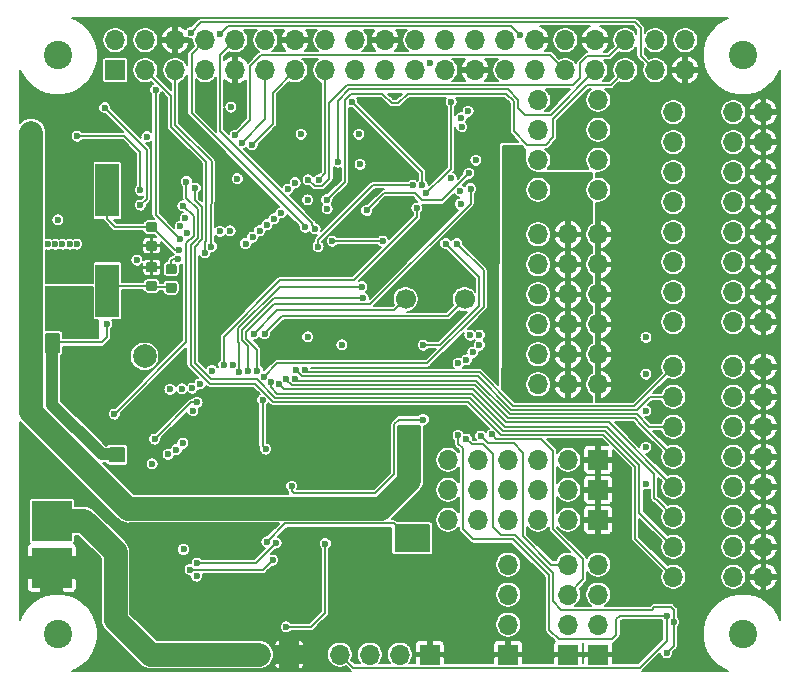
<source format=gbl>
G04 #@! TF.GenerationSoftware,KiCad,Pcbnew,5.1.5-52549c5~84~ubuntu16.04.1*
G04 #@! TF.CreationDate,2020-01-09T13:47:14+01:00*
G04 #@! TF.ProjectId,Hedgehog,48656467-6568-46f6-972e-6b696361645f,1.0*
G04 #@! TF.SameCoordinates,PX7270e00PY47868c0*
G04 #@! TF.FileFunction,Copper,L4,Bot*
G04 #@! TF.FilePolarity,Positive*
%FSLAX46Y46*%
G04 Gerber Fmt 4.6, Leading zero omitted, Abs format (unit mm)*
G04 Created by KiCad (PCBNEW 5.1.5-52549c5~84~ubuntu16.04.1) date 2020-01-09 13:47:14*
%MOMM*%
%LPD*%
G04 APERTURE LIST*
G04 #@! TA.AperFunction,ViaPad*
%ADD10C,0.500000*%
G04 #@! TD*
G04 #@! TA.AperFunction,Conductor*
%ADD11C,0.100000*%
G04 #@! TD*
G04 #@! TA.AperFunction,ViaPad*
%ADD12C,0.600000*%
G04 #@! TD*
G04 #@! TA.AperFunction,Conductor*
%ADD13R,1.800000X1.800000*%
G04 #@! TD*
G04 #@! TA.AperFunction,ViaPad*
%ADD14C,0.700000*%
G04 #@! TD*
G04 #@! TA.AperFunction,ComponentPad*
%ADD15O,1.700000X1.700000*%
G04 #@! TD*
G04 #@! TA.AperFunction,SMDPad,CuDef*
%ADD16R,2.000000X4.500000*%
G04 #@! TD*
G04 #@! TA.AperFunction,ComponentPad*
%ADD17R,1.700000X1.700000*%
G04 #@! TD*
G04 #@! TA.AperFunction,ComponentPad*
%ADD18C,1.700000*%
G04 #@! TD*
G04 #@! TA.AperFunction,SMDPad,CuDef*
%ADD19C,0.100000*%
G04 #@! TD*
G04 #@! TA.AperFunction,ComponentPad*
%ADD20C,2.000000*%
G04 #@! TD*
G04 #@! TA.AperFunction,BGAPad,CuDef*
%ADD21C,2.400000*%
G04 #@! TD*
G04 #@! TA.AperFunction,ComponentPad*
%ADD22R,3.400000X3.400000*%
G04 #@! TD*
G04 #@! TA.AperFunction,ViaPad*
%ADD23C,0.400000*%
G04 #@! TD*
G04 #@! TA.AperFunction,Conductor*
%ADD24C,0.200000*%
G04 #@! TD*
G04 #@! TA.AperFunction,Conductor*
%ADD25C,2.000000*%
G04 #@! TD*
G04 #@! TA.AperFunction,Conductor*
%ADD26C,1.000000*%
G04 #@! TD*
G04 APERTURE END LIST*
D10*
G04 #@! TO.N,GND*
G04 #@! TO.C,U45*
X40700000Y-7300000D03*
X40700000Y-8800000D03*
X40700000Y-8050000D03*
G04 #@! TD*
G04 #@! TO.N,GND*
G04 #@! TO.C,U44*
X40700000Y-13850000D03*
X40700000Y-15350000D03*
X40700000Y-14600000D03*
G04 #@! TD*
G04 #@! TO.N,GND*
G04 #@! TO.C,U20*
X24300000Y-37700000D03*
X25700000Y-37700000D03*
X24300000Y-38800000D03*
X25700000Y-38800000D03*
X24300000Y-39900000D03*
X25700000Y-39900000D03*
G04 #@! TA.AperFunction,Conductor*
D11*
G36*
X25979506Y-37251204D02*
G01*
X26003774Y-37254804D01*
X26027573Y-37260765D01*
X26050672Y-37269030D01*
X26072850Y-37279519D01*
X26093893Y-37292132D01*
X26113599Y-37306747D01*
X26131777Y-37323223D01*
X26148253Y-37341401D01*
X26162868Y-37361107D01*
X26175481Y-37382150D01*
X26185970Y-37404328D01*
X26194235Y-37427427D01*
X26200196Y-37451226D01*
X26203796Y-37475494D01*
X26205000Y-37499998D01*
X26205000Y-40100002D01*
X26203796Y-40124506D01*
X26200196Y-40148774D01*
X26194235Y-40172573D01*
X26185970Y-40195672D01*
X26175481Y-40217850D01*
X26162868Y-40238893D01*
X26148253Y-40258599D01*
X26131777Y-40276777D01*
X26113599Y-40293253D01*
X26093893Y-40307868D01*
X26072850Y-40320481D01*
X26050672Y-40330970D01*
X26027573Y-40339235D01*
X26003774Y-40345196D01*
X25979506Y-40348796D01*
X25955002Y-40350000D01*
X24044998Y-40350000D01*
X24020494Y-40348796D01*
X23996226Y-40345196D01*
X23972427Y-40339235D01*
X23949328Y-40330970D01*
X23927150Y-40320481D01*
X23906107Y-40307868D01*
X23886401Y-40293253D01*
X23868223Y-40276777D01*
X23851747Y-40258599D01*
X23837132Y-40238893D01*
X23824519Y-40217850D01*
X23814030Y-40195672D01*
X23805765Y-40172573D01*
X23799804Y-40148774D01*
X23796204Y-40124506D01*
X23795000Y-40100002D01*
X23795000Y-37499998D01*
X23796204Y-37475494D01*
X23799804Y-37451226D01*
X23805765Y-37427427D01*
X23814030Y-37404328D01*
X23824519Y-37382150D01*
X23837132Y-37361107D01*
X23851747Y-37341401D01*
X23868223Y-37323223D01*
X23886401Y-37306747D01*
X23906107Y-37292132D01*
X23927150Y-37279519D01*
X23949328Y-37269030D01*
X23972427Y-37260765D01*
X23996226Y-37254804D01*
X24020494Y-37251204D01*
X24044998Y-37250000D01*
X25955002Y-37250000D01*
X25979506Y-37251204D01*
G37*
G04 #@! TD.AperFunction*
G04 #@! TD*
D12*
G04 #@! TO.N,GND*
G04 #@! TO.C,U30*
X4975001Y-27175001D03*
X5975001Y-27175001D03*
X5975001Y-26175001D03*
X4975001Y-26175001D03*
X5475001Y-26675001D03*
D13*
X5475001Y-26675001D03*
G04 #@! TD*
D14*
G04 #@! TO.N,GND*
G04 #@! TO.C,U10*
X23700000Y-48100000D03*
X23700000Y-47300000D03*
X23700000Y-46500000D03*
X24500000Y-48100000D03*
X24500000Y-45700000D03*
X24500000Y-47300000D03*
X23700000Y-45700000D03*
X24500000Y-46500000D03*
G04 #@! TD*
D15*
G04 #@! TO.P,J53,11*
G04 #@! TO.N,GND*
X49250000Y-31380000D03*
G04 #@! TO.P,J53,12*
G04 #@! TO.N,+5V*
X46710000Y-31380000D03*
G04 #@! TO.P,J53,9*
G04 #@! TO.N,GND*
X49250000Y-28840000D03*
G04 #@! TO.P,J53,10*
G04 #@! TO.N,+5V*
X46710000Y-28840000D03*
G04 #@! TO.P,J53,7*
G04 #@! TO.N,GND*
X49250000Y-26300000D03*
G04 #@! TO.P,J53,8*
G04 #@! TO.N,+5V*
X46710000Y-26300000D03*
G04 #@! TO.P,J53,5*
G04 #@! TO.N,GND*
X49250000Y-23760000D03*
G04 #@! TO.P,J53,6*
G04 #@! TO.N,+5V*
X46710000Y-23760000D03*
G04 #@! TO.P,J53,3*
G04 #@! TO.N,GND*
X49250000Y-21220000D03*
G04 #@! TO.P,J53,4*
G04 #@! TO.N,+5V*
X46710000Y-21220000D03*
G04 #@! TO.P,J53,1*
G04 #@! TO.N,GND*
X49250000Y-18680000D03*
G04 #@! TO.P,J53,2*
G04 #@! TO.N,+5V*
X46710000Y-18680000D03*
G04 #@! TD*
G04 #@! TO.P,J52,6*
G04 #@! TO.N,/Logic/SERVO_5*
X44170000Y-31380000D03*
G04 #@! TO.P,J52,5*
G04 #@! TO.N,/Logic/SERVO_4*
X44170000Y-28840000D03*
G04 #@! TO.P,J52,4*
G04 #@! TO.N,/Logic/SERVO_3*
X44170000Y-26300000D03*
G04 #@! TO.P,J52,3*
G04 #@! TO.N,/Logic/SERVO_2*
X44170000Y-23760000D03*
G04 #@! TO.P,J52,2*
G04 #@! TO.N,/Logic/SERVO_1*
X44170000Y-21220000D03*
G04 #@! TO.P,J52,1*
G04 #@! TO.N,/Logic/SERVO_0*
X44170000Y-18680000D03*
G04 #@! TD*
D16*
G04 #@! TO.P,Y40,1*
G04 #@! TO.N,Net-(C45-Pad1)*
X7700000Y-23450000D03*
G04 #@! TO.P,Y40,2*
G04 #@! TO.N,Net-(C46-Pad1)*
X7700000Y-14950000D03*
G04 #@! TD*
D17*
G04 #@! TO.P,J40,1*
G04 #@! TO.N,Net-(J40-Pad1)*
X8370000Y-4770000D03*
D15*
G04 #@! TO.P,J40,2*
G04 #@! TO.N,/Logic/5V_RPi*
X8370000Y-2230000D03*
G04 #@! TO.P,J40,3*
G04 #@! TO.N,/Logic/I2C_EXT_0_SDA*
X10910000Y-4770000D03*
G04 #@! TO.P,J40,4*
G04 #@! TO.N,/Logic/5V_RPi*
X10910000Y-2230000D03*
G04 #@! TO.P,J40,5*
G04 #@! TO.N,/Logic/I2C_EXT_0_SCL*
X13450000Y-4770000D03*
G04 #@! TO.P,J40,6*
G04 #@! TO.N,GND*
X13450000Y-2230000D03*
G04 #@! TO.P,J40,7*
G04 #@! TO.N,Net-(J40-Pad7)*
X15990000Y-4770000D03*
G04 #@! TO.P,J40,8*
G04 #@! TO.N,/Logic/RPi_UART_TxD*
X15990000Y-2230000D03*
G04 #@! TO.P,J40,9*
G04 #@! TO.N,GND*
X18530000Y-4770000D03*
G04 #@! TO.P,J40,10*
G04 #@! TO.N,/Logic/RPi_UART_RxD*
X18530000Y-2230000D03*
G04 #@! TO.P,J40,11*
G04 #@! TO.N,/Logic/STM_NJTRST*
X21070000Y-4770000D03*
G04 #@! TO.P,J40,12*
G04 #@! TO.N,Net-(J40-Pad12)*
X21070000Y-2230000D03*
G04 #@! TO.P,J40,13*
G04 #@! TO.N,/Logic/STM_JTDO_SWO*
X23610000Y-4770000D03*
G04 #@! TO.P,J40,14*
G04 #@! TO.N,GND*
X23610000Y-2230000D03*
G04 #@! TO.P,J40,15*
G04 #@! TO.N,/Logic/STM_JTDI*
X26150000Y-4770000D03*
G04 #@! TO.P,J40,16*
G04 #@! TO.N,/Logic/EN_PWR_IN_RPi*
X26150000Y-2230000D03*
G04 #@! TO.P,J40,17*
G04 #@! TO.N,Net-(J40-Pad17)*
X28690000Y-4770000D03*
G04 #@! TO.P,J40,18*
G04 #@! TO.N,/Logic/EN_Reg_RPi_RPi*
X28690000Y-2230000D03*
G04 #@! TO.P,J40,19*
G04 #@! TO.N,/Logic/SPI_EXT_0_MOSI*
X31230000Y-4770000D03*
G04 #@! TO.P,J40,20*
G04 #@! TO.N,GND*
X31230000Y-2230000D03*
G04 #@! TO.P,J40,21*
G04 #@! TO.N,/Logic/SPI_EXT_0_MISO*
X33770000Y-4770000D03*
G04 #@! TO.P,J40,22*
G04 #@! TO.N,Net-(J40-Pad22)*
X33770000Y-2230000D03*
G04 #@! TO.P,J40,23*
G04 #@! TO.N,/Logic/SPI_EXT_0_SCK*
X36310000Y-4770000D03*
G04 #@! TO.P,J40,24*
G04 #@! TO.N,/Logic/SPI_EXT_0_NSS0*
X36310000Y-2230000D03*
G04 #@! TO.P,J40,25*
G04 #@! TO.N,GND*
X38850000Y-4770000D03*
G04 #@! TO.P,J40,26*
G04 #@! TO.N,/Logic/SPI_EXT_0_NSS1*
X38850000Y-2230000D03*
G04 #@! TO.P,J40,27*
G04 #@! TO.N,Net-(J40-Pad27)*
X41390000Y-4770000D03*
G04 #@! TO.P,J40,28*
G04 #@! TO.N,Net-(J40-Pad28)*
X41390000Y-2230000D03*
G04 #@! TO.P,J40,29*
G04 #@! TO.N,/Logic/STM_NRST_RPi*
X43930000Y-4770000D03*
G04 #@! TO.P,J40,30*
G04 #@! TO.N,GND*
X43930000Y-2230000D03*
G04 #@! TO.P,J40,31*
G04 #@! TO.N,/Logic/STM_BOOT0*
X46470000Y-4770000D03*
G04 #@! TO.P,J40,32*
G04 #@! TO.N,Net-(J40-Pad32)*
X46470000Y-2230000D03*
G04 #@! TO.P,J40,33*
G04 #@! TO.N,/Logic/STM_JTCK_SWCLK*
X49010000Y-4770000D03*
G04 #@! TO.P,J40,34*
G04 #@! TO.N,GND*
X49010000Y-2230000D03*
G04 #@! TO.P,J40,35*
G04 #@! TO.N,/Logic/STM_JTMS_SWDIO*
X51550000Y-4770000D03*
G04 #@! TO.P,J40,36*
G04 #@! TO.N,/Logic/RPi_ACTIVE*
X51550000Y-2230000D03*
G04 #@! TO.P,J40,37*
G04 #@! TO.N,/Logic/STM_NRST_EN_RPi*
X54090000Y-4770000D03*
G04 #@! TO.P,J40,38*
G04 #@! TO.N,/Logic/LED_3*
X54090000Y-2230000D03*
G04 #@! TO.P,J40,39*
G04 #@! TO.N,GND*
X56630000Y-4770000D03*
G04 #@! TO.P,J40,40*
G04 #@! TO.N,/Logic/LED_2*
X56630000Y-2230000D03*
G04 #@! TD*
D18*
G04 #@! TO.P,U46,2*
G04 #@! TO.N,/Logic/SPEAKER_N*
X32950000Y-24150000D03*
G04 #@! TO.P,U46,1*
G04 #@! TO.N,/Logic/SPEAKER_P*
X37950000Y-24150000D03*
G04 #@! TD*
G04 #@! TA.AperFunction,SMDPad,CuDef*
D19*
G04 #@! TO.P,C46,2*
G04 #@! TO.N,GND*
G36*
X11727691Y-19201053D02*
G01*
X11748926Y-19204203D01*
X11769750Y-19209419D01*
X11789962Y-19216651D01*
X11809368Y-19225830D01*
X11827781Y-19236866D01*
X11845024Y-19249654D01*
X11860930Y-19264070D01*
X11875346Y-19279976D01*
X11888134Y-19297219D01*
X11899170Y-19315632D01*
X11908349Y-19335038D01*
X11915581Y-19355250D01*
X11920797Y-19376074D01*
X11923947Y-19397309D01*
X11925000Y-19418750D01*
X11925000Y-19856250D01*
X11923947Y-19877691D01*
X11920797Y-19898926D01*
X11915581Y-19919750D01*
X11908349Y-19939962D01*
X11899170Y-19959368D01*
X11888134Y-19977781D01*
X11875346Y-19995024D01*
X11860930Y-20010930D01*
X11845024Y-20025346D01*
X11827781Y-20038134D01*
X11809368Y-20049170D01*
X11789962Y-20058349D01*
X11769750Y-20065581D01*
X11748926Y-20070797D01*
X11727691Y-20073947D01*
X11706250Y-20075000D01*
X11193750Y-20075000D01*
X11172309Y-20073947D01*
X11151074Y-20070797D01*
X11130250Y-20065581D01*
X11110038Y-20058349D01*
X11090632Y-20049170D01*
X11072219Y-20038134D01*
X11054976Y-20025346D01*
X11039070Y-20010930D01*
X11024654Y-19995024D01*
X11011866Y-19977781D01*
X11000830Y-19959368D01*
X10991651Y-19939962D01*
X10984419Y-19919750D01*
X10979203Y-19898926D01*
X10976053Y-19877691D01*
X10975000Y-19856250D01*
X10975000Y-19418750D01*
X10976053Y-19397309D01*
X10979203Y-19376074D01*
X10984419Y-19355250D01*
X10991651Y-19335038D01*
X11000830Y-19315632D01*
X11011866Y-19297219D01*
X11024654Y-19279976D01*
X11039070Y-19264070D01*
X11054976Y-19249654D01*
X11072219Y-19236866D01*
X11090632Y-19225830D01*
X11110038Y-19216651D01*
X11130250Y-19209419D01*
X11151074Y-19204203D01*
X11172309Y-19201053D01*
X11193750Y-19200000D01*
X11706250Y-19200000D01*
X11727691Y-19201053D01*
G37*
G04 #@! TD.AperFunction*
G04 #@! TA.AperFunction,SMDPad,CuDef*
G04 #@! TO.P,C46,1*
G04 #@! TO.N,Net-(C46-Pad1)*
G36*
X11727691Y-17626053D02*
G01*
X11748926Y-17629203D01*
X11769750Y-17634419D01*
X11789962Y-17641651D01*
X11809368Y-17650830D01*
X11827781Y-17661866D01*
X11845024Y-17674654D01*
X11860930Y-17689070D01*
X11875346Y-17704976D01*
X11888134Y-17722219D01*
X11899170Y-17740632D01*
X11908349Y-17760038D01*
X11915581Y-17780250D01*
X11920797Y-17801074D01*
X11923947Y-17822309D01*
X11925000Y-17843750D01*
X11925000Y-18281250D01*
X11923947Y-18302691D01*
X11920797Y-18323926D01*
X11915581Y-18344750D01*
X11908349Y-18364962D01*
X11899170Y-18384368D01*
X11888134Y-18402781D01*
X11875346Y-18420024D01*
X11860930Y-18435930D01*
X11845024Y-18450346D01*
X11827781Y-18463134D01*
X11809368Y-18474170D01*
X11789962Y-18483349D01*
X11769750Y-18490581D01*
X11748926Y-18495797D01*
X11727691Y-18498947D01*
X11706250Y-18500000D01*
X11193750Y-18500000D01*
X11172309Y-18498947D01*
X11151074Y-18495797D01*
X11130250Y-18490581D01*
X11110038Y-18483349D01*
X11090632Y-18474170D01*
X11072219Y-18463134D01*
X11054976Y-18450346D01*
X11039070Y-18435930D01*
X11024654Y-18420024D01*
X11011866Y-18402781D01*
X11000830Y-18384368D01*
X10991651Y-18364962D01*
X10984419Y-18344750D01*
X10979203Y-18323926D01*
X10976053Y-18302691D01*
X10975000Y-18281250D01*
X10975000Y-17843750D01*
X10976053Y-17822309D01*
X10979203Y-17801074D01*
X10984419Y-17780250D01*
X10991651Y-17760038D01*
X11000830Y-17740632D01*
X11011866Y-17722219D01*
X11024654Y-17704976D01*
X11039070Y-17689070D01*
X11054976Y-17674654D01*
X11072219Y-17661866D01*
X11090632Y-17650830D01*
X11110038Y-17641651D01*
X11130250Y-17634419D01*
X11151074Y-17629203D01*
X11172309Y-17626053D01*
X11193750Y-17625000D01*
X11706250Y-17625000D01*
X11727691Y-17626053D01*
G37*
G04 #@! TD.AperFunction*
G04 #@! TD*
G04 #@! TA.AperFunction,SMDPad,CuDef*
G04 #@! TO.P,C45,2*
G04 #@! TO.N,GND*
G36*
X11727691Y-21026053D02*
G01*
X11748926Y-21029203D01*
X11769750Y-21034419D01*
X11789962Y-21041651D01*
X11809368Y-21050830D01*
X11827781Y-21061866D01*
X11845024Y-21074654D01*
X11860930Y-21089070D01*
X11875346Y-21104976D01*
X11888134Y-21122219D01*
X11899170Y-21140632D01*
X11908349Y-21160038D01*
X11915581Y-21180250D01*
X11920797Y-21201074D01*
X11923947Y-21222309D01*
X11925000Y-21243750D01*
X11925000Y-21681250D01*
X11923947Y-21702691D01*
X11920797Y-21723926D01*
X11915581Y-21744750D01*
X11908349Y-21764962D01*
X11899170Y-21784368D01*
X11888134Y-21802781D01*
X11875346Y-21820024D01*
X11860930Y-21835930D01*
X11845024Y-21850346D01*
X11827781Y-21863134D01*
X11809368Y-21874170D01*
X11789962Y-21883349D01*
X11769750Y-21890581D01*
X11748926Y-21895797D01*
X11727691Y-21898947D01*
X11706250Y-21900000D01*
X11193750Y-21900000D01*
X11172309Y-21898947D01*
X11151074Y-21895797D01*
X11130250Y-21890581D01*
X11110038Y-21883349D01*
X11090632Y-21874170D01*
X11072219Y-21863134D01*
X11054976Y-21850346D01*
X11039070Y-21835930D01*
X11024654Y-21820024D01*
X11011866Y-21802781D01*
X11000830Y-21784368D01*
X10991651Y-21764962D01*
X10984419Y-21744750D01*
X10979203Y-21723926D01*
X10976053Y-21702691D01*
X10975000Y-21681250D01*
X10975000Y-21243750D01*
X10976053Y-21222309D01*
X10979203Y-21201074D01*
X10984419Y-21180250D01*
X10991651Y-21160038D01*
X11000830Y-21140632D01*
X11011866Y-21122219D01*
X11024654Y-21104976D01*
X11039070Y-21089070D01*
X11054976Y-21074654D01*
X11072219Y-21061866D01*
X11090632Y-21050830D01*
X11110038Y-21041651D01*
X11130250Y-21034419D01*
X11151074Y-21029203D01*
X11172309Y-21026053D01*
X11193750Y-21025000D01*
X11706250Y-21025000D01*
X11727691Y-21026053D01*
G37*
G04 #@! TD.AperFunction*
G04 #@! TA.AperFunction,SMDPad,CuDef*
G04 #@! TO.P,C45,1*
G04 #@! TO.N,Net-(C45-Pad1)*
G36*
X11727691Y-22601053D02*
G01*
X11748926Y-22604203D01*
X11769750Y-22609419D01*
X11789962Y-22616651D01*
X11809368Y-22625830D01*
X11827781Y-22636866D01*
X11845024Y-22649654D01*
X11860930Y-22664070D01*
X11875346Y-22679976D01*
X11888134Y-22697219D01*
X11899170Y-22715632D01*
X11908349Y-22735038D01*
X11915581Y-22755250D01*
X11920797Y-22776074D01*
X11923947Y-22797309D01*
X11925000Y-22818750D01*
X11925000Y-23256250D01*
X11923947Y-23277691D01*
X11920797Y-23298926D01*
X11915581Y-23319750D01*
X11908349Y-23339962D01*
X11899170Y-23359368D01*
X11888134Y-23377781D01*
X11875346Y-23395024D01*
X11860930Y-23410930D01*
X11845024Y-23425346D01*
X11827781Y-23438134D01*
X11809368Y-23449170D01*
X11789962Y-23458349D01*
X11769750Y-23465581D01*
X11748926Y-23470797D01*
X11727691Y-23473947D01*
X11706250Y-23475000D01*
X11193750Y-23475000D01*
X11172309Y-23473947D01*
X11151074Y-23470797D01*
X11130250Y-23465581D01*
X11110038Y-23458349D01*
X11090632Y-23449170D01*
X11072219Y-23438134D01*
X11054976Y-23425346D01*
X11039070Y-23410930D01*
X11024654Y-23395024D01*
X11011866Y-23377781D01*
X11000830Y-23359368D01*
X10991651Y-23339962D01*
X10984419Y-23319750D01*
X10979203Y-23298926D01*
X10976053Y-23277691D01*
X10975000Y-23256250D01*
X10975000Y-22818750D01*
X10976053Y-22797309D01*
X10979203Y-22776074D01*
X10984419Y-22755250D01*
X10991651Y-22735038D01*
X11000830Y-22715632D01*
X11011866Y-22697219D01*
X11024654Y-22679976D01*
X11039070Y-22664070D01*
X11054976Y-22649654D01*
X11072219Y-22636866D01*
X11090632Y-22625830D01*
X11110038Y-22616651D01*
X11130250Y-22609419D01*
X11151074Y-22604203D01*
X11172309Y-22601053D01*
X11193750Y-22600000D01*
X11706250Y-22600000D01*
X11727691Y-22601053D01*
G37*
G04 #@! TD.AperFunction*
G04 #@! TD*
D15*
G04 #@! TO.P,J54,1*
G04 #@! TO.N,Net-(J54-Pad1)*
X44170000Y-7280000D03*
G04 #@! TO.P,J54,2*
G04 #@! TO.N,Net-(J54-Pad2)*
X44170000Y-9820000D03*
G04 #@! TO.P,J54,3*
G04 #@! TO.N,Net-(J54-Pad3)*
X44170000Y-12360000D03*
G04 #@! TO.P,J54,4*
G04 #@! TO.N,Net-(J54-Pad4)*
X44170000Y-14900000D03*
G04 #@! TD*
G04 #@! TO.P,J55,1*
G04 #@! TO.N,Net-(J55-Pad1)*
X49250000Y-7280000D03*
G04 #@! TO.P,J55,2*
G04 #@! TO.N,Net-(J55-Pad2)*
X49250000Y-9820000D03*
G04 #@! TO.P,J55,3*
G04 #@! TO.N,Net-(J55-Pad3)*
X49250000Y-12360000D03*
G04 #@! TO.P,J55,4*
G04 #@! TO.N,Net-(J55-Pad4)*
X49250000Y-14900000D03*
G04 #@! TD*
G04 #@! TO.P,J50,1*
G04 #@! TO.N,GND*
X63240000Y-8320000D03*
G04 #@! TO.P,J50,2*
G04 #@! TO.N,+3V3*
X60700000Y-8320000D03*
G04 #@! TO.P,J50,3*
G04 #@! TO.N,GND*
X63240000Y-10860000D03*
G04 #@! TO.P,J50,4*
G04 #@! TO.N,+3V3*
X60700000Y-10860000D03*
G04 #@! TO.P,J50,5*
G04 #@! TO.N,GND*
X63240000Y-13400000D03*
G04 #@! TO.P,J50,6*
G04 #@! TO.N,+3V3*
X60700000Y-13400000D03*
G04 #@! TO.P,J50,7*
G04 #@! TO.N,GND*
X63240000Y-15940000D03*
G04 #@! TO.P,J50,8*
G04 #@! TO.N,+3V3*
X60700000Y-15940000D03*
G04 #@! TO.P,J50,9*
G04 #@! TO.N,GND*
X63240000Y-18480000D03*
G04 #@! TO.P,J50,10*
G04 #@! TO.N,+3V3*
X60700000Y-18480000D03*
G04 #@! TO.P,J50,11*
G04 #@! TO.N,GND*
X63240000Y-21020000D03*
G04 #@! TO.P,J50,12*
G04 #@! TO.N,+3V3*
X60700000Y-21020000D03*
G04 #@! TO.P,J50,13*
G04 #@! TO.N,GND*
X63240000Y-23560000D03*
G04 #@! TO.P,J50,14*
G04 #@! TO.N,+3V3*
X60700000Y-23560000D03*
G04 #@! TO.P,J50,15*
G04 #@! TO.N,GND*
X63240000Y-26100000D03*
G04 #@! TO.P,J50,16*
G04 #@! TO.N,+3V3*
X60700000Y-26100000D03*
G04 #@! TD*
G04 #@! TO.P,J51,1*
G04 #@! TO.N,GND*
X63240000Y-29890000D03*
G04 #@! TO.P,J51,2*
G04 #@! TO.N,+3V3*
X60700000Y-29890000D03*
G04 #@! TO.P,J51,3*
G04 #@! TO.N,GND*
X63240000Y-32430000D03*
G04 #@! TO.P,J51,4*
G04 #@! TO.N,+3V3*
X60700000Y-32430000D03*
G04 #@! TO.P,J51,5*
G04 #@! TO.N,GND*
X63240000Y-34970000D03*
G04 #@! TO.P,J51,6*
G04 #@! TO.N,+3V3*
X60700000Y-34970000D03*
G04 #@! TO.P,J51,7*
G04 #@! TO.N,GND*
X63240000Y-37510000D03*
G04 #@! TO.P,J51,8*
G04 #@! TO.N,+3V3*
X60700000Y-37510000D03*
G04 #@! TO.P,J51,9*
G04 #@! TO.N,GND*
X63240000Y-40050000D03*
G04 #@! TO.P,J51,10*
G04 #@! TO.N,+3V3*
X60700000Y-40050000D03*
G04 #@! TO.P,J51,11*
G04 #@! TO.N,GND*
X63240000Y-42590000D03*
G04 #@! TO.P,J51,12*
G04 #@! TO.N,+3V3*
X60700000Y-42590000D03*
G04 #@! TO.P,J51,13*
G04 #@! TO.N,GND*
X63240000Y-45130000D03*
G04 #@! TO.P,J51,14*
G04 #@! TO.N,+3V3*
X60700000Y-45130000D03*
G04 #@! TO.P,J51,15*
G04 #@! TO.N,GND*
X63240000Y-47670000D03*
G04 #@! TO.P,J51,16*
G04 #@! TO.N,+3V3*
X60700000Y-47670000D03*
G04 #@! TD*
G04 #@! TO.P,J48,8*
G04 #@! TO.N,/Logic/IO_7*
X55620000Y-26100000D03*
G04 #@! TO.P,J48,7*
G04 #@! TO.N,/Logic/IO_6*
X55620000Y-23560000D03*
G04 #@! TO.P,J48,6*
G04 #@! TO.N,/Logic/IO_5*
X55620000Y-21020000D03*
G04 #@! TO.P,J48,5*
G04 #@! TO.N,/Logic/IO_4*
X55620000Y-18480000D03*
G04 #@! TO.P,J48,4*
G04 #@! TO.N,/Logic/IO_3*
X55620000Y-15940000D03*
G04 #@! TO.P,J48,3*
G04 #@! TO.N,/Logic/IO_2*
X55620000Y-13400000D03*
G04 #@! TO.P,J48,2*
G04 #@! TO.N,/Logic/IO_1*
X55620000Y-10860000D03*
G04 #@! TO.P,J48,1*
G04 #@! TO.N,/Logic/IO_0*
X55620000Y-8320000D03*
G04 #@! TD*
G04 #@! TO.P,J49,8*
G04 #@! TO.N,/Logic/IO_15*
X55620000Y-47670000D03*
G04 #@! TO.P,J49,7*
G04 #@! TO.N,/Logic/IO_14*
X55620000Y-45130000D03*
G04 #@! TO.P,J49,6*
G04 #@! TO.N,/Logic/IO_13*
X55620000Y-42590000D03*
G04 #@! TO.P,J49,5*
G04 #@! TO.N,/Logic/IO_12*
X55620000Y-40050000D03*
G04 #@! TO.P,J49,4*
G04 #@! TO.N,/Logic/IO_11*
X55620000Y-37510000D03*
G04 #@! TO.P,J49,3*
G04 #@! TO.N,/Logic/IO_10*
X55620000Y-34970000D03*
G04 #@! TO.P,J49,2*
G04 #@! TO.N,/Logic/IO_9*
X55620000Y-32430000D03*
G04 #@! TO.P,J49,1*
G04 #@! TO.N,/Logic/IO_8*
X55620000Y-29890000D03*
G04 #@! TD*
D17*
G04 #@! TO.P,J45,1*
G04 #@! TO.N,GND*
X49250000Y-37760000D03*
D15*
G04 #@! TO.P,J45,2*
G04 #@! TO.N,+3V3*
X46710000Y-37760000D03*
G04 #@! TO.P,J45,3*
G04 #@! TO.N,/Logic/SPI_EXT_0_NSS0*
X44170000Y-37760000D03*
G04 #@! TO.P,J45,4*
G04 #@! TO.N,/Logic/SPI_EXT_0_SCK*
X41630000Y-37760000D03*
G04 #@! TO.P,J45,5*
G04 #@! TO.N,/Logic/SPI_EXT_0_MOSI*
X39090000Y-37760000D03*
G04 #@! TO.P,J45,6*
G04 #@! TO.N,/Logic/SPI_EXT_0_MISO*
X36550000Y-37760000D03*
G04 #@! TD*
D17*
G04 #@! TO.P,J46,1*
G04 #@! TO.N,GND*
X49250000Y-40300000D03*
D15*
G04 #@! TO.P,J46,2*
G04 #@! TO.N,+3V3*
X46710000Y-40300000D03*
G04 #@! TO.P,J46,3*
G04 #@! TO.N,/Logic/SPI_EXT_0_NSS1*
X44170000Y-40300000D03*
G04 #@! TO.P,J46,4*
G04 #@! TO.N,/Logic/SPI_EXT_0_SCK*
X41630000Y-40300000D03*
G04 #@! TO.P,J46,5*
G04 #@! TO.N,/Logic/SPI_EXT_0_MOSI*
X39090000Y-40300000D03*
G04 #@! TO.P,J46,6*
G04 #@! TO.N,/Logic/SPI_EXT_0_MISO*
X36550000Y-40300000D03*
G04 #@! TD*
D17*
G04 #@! TO.P,J47,1*
G04 #@! TO.N,GND*
X49250000Y-42840000D03*
D15*
G04 #@! TO.P,J47,2*
G04 #@! TO.N,+3V3*
X46710000Y-42840000D03*
G04 #@! TO.P,J47,3*
G04 #@! TO.N,/Logic/SPI_EXT_1_NSS*
X44170000Y-42840000D03*
G04 #@! TO.P,J47,4*
G04 #@! TO.N,/Logic/SPI_EXT_1_SCK*
X41630000Y-42840000D03*
G04 #@! TO.P,J47,5*
G04 #@! TO.N,/Logic/SPI_EXT_1_MOSI*
X39090000Y-42840000D03*
G04 #@! TO.P,J47,6*
G04 #@! TO.N,/Logic/SPI_EXT_1_MISO*
X36550000Y-42840000D03*
G04 #@! TD*
D17*
G04 #@! TO.P,J42,1*
G04 #@! TO.N,GND*
X49250000Y-54250000D03*
D15*
G04 #@! TO.P,J42,2*
G04 #@! TO.N,+3V3*
X49250000Y-51710000D03*
G04 #@! TO.P,J42,3*
G04 #@! TO.N,/Logic/I2C_EXT_0_SCL*
X49250000Y-49170000D03*
G04 #@! TO.P,J42,4*
G04 #@! TO.N,/Logic/I2C_EXT_0_SDA*
X49250000Y-46630000D03*
G04 #@! TD*
D17*
G04 #@! TO.P,J43,1*
G04 #@! TO.N,GND*
X35000000Y-54250000D03*
D15*
G04 #@! TO.P,J43,2*
G04 #@! TO.N,+3V3*
X32460000Y-54250000D03*
G04 #@! TO.P,J43,3*
G04 #@! TO.N,/Logic/I2C_EXT_0_SCL*
X29920000Y-54250000D03*
G04 #@! TO.P,J43,4*
G04 #@! TO.N,/Logic/I2C_EXT_0_SDA*
X27380000Y-54250000D03*
G04 #@! TD*
D17*
G04 #@! TO.P,J44,1*
G04 #@! TO.N,GND*
X46710000Y-54250000D03*
D15*
G04 #@! TO.P,J44,2*
G04 #@! TO.N,+3V3*
X46710000Y-51710000D03*
G04 #@! TO.P,J44,3*
G04 #@! TO.N,/Logic/I2C_EXT_1_SCL*
X46710000Y-49170000D03*
G04 #@! TO.P,J44,4*
G04 #@! TO.N,/Logic/I2C_EXT_1_SDA*
X46710000Y-46630000D03*
G04 #@! TD*
D17*
G04 #@! TO.P,J41,1*
G04 #@! TO.N,GND*
X41630000Y-54250000D03*
D15*
G04 #@! TO.P,J41,2*
G04 #@! TO.N,+3V3*
X41630000Y-51710000D03*
G04 #@! TO.P,J41,3*
G04 #@! TO.N,/Logic/UART_EXT_1_TxD*
X41630000Y-49170000D03*
G04 #@! TO.P,J41,4*
G04 #@! TO.N,/Logic/UART_EXT_1_RxD*
X41630000Y-46630000D03*
G04 #@! TD*
D17*
G04 #@! TO.P,J2,1*
G04 #@! TO.N,GND*
X23090000Y-54250000D03*
D15*
G04 #@! TO.P,J2,2*
G04 #@! TO.N,Net-(D1-Pad1)*
X20550000Y-54250000D03*
G04 #@! TD*
G04 #@! TA.AperFunction,SMDPad,CuDef*
D19*
G04 #@! TO.P,R42,2*
G04 #@! TO.N,Net-(C45-Pad1)*
G36*
X13377691Y-22751053D02*
G01*
X13398926Y-22754203D01*
X13419750Y-22759419D01*
X13439962Y-22766651D01*
X13459368Y-22775830D01*
X13477781Y-22786866D01*
X13495024Y-22799654D01*
X13510930Y-22814070D01*
X13525346Y-22829976D01*
X13538134Y-22847219D01*
X13549170Y-22865632D01*
X13558349Y-22885038D01*
X13565581Y-22905250D01*
X13570797Y-22926074D01*
X13573947Y-22947309D01*
X13575000Y-22968750D01*
X13575000Y-23406250D01*
X13573947Y-23427691D01*
X13570797Y-23448926D01*
X13565581Y-23469750D01*
X13558349Y-23489962D01*
X13549170Y-23509368D01*
X13538134Y-23527781D01*
X13525346Y-23545024D01*
X13510930Y-23560930D01*
X13495024Y-23575346D01*
X13477781Y-23588134D01*
X13459368Y-23599170D01*
X13439962Y-23608349D01*
X13419750Y-23615581D01*
X13398926Y-23620797D01*
X13377691Y-23623947D01*
X13356250Y-23625000D01*
X12843750Y-23625000D01*
X12822309Y-23623947D01*
X12801074Y-23620797D01*
X12780250Y-23615581D01*
X12760038Y-23608349D01*
X12740632Y-23599170D01*
X12722219Y-23588134D01*
X12704976Y-23575346D01*
X12689070Y-23560930D01*
X12674654Y-23545024D01*
X12661866Y-23527781D01*
X12650830Y-23509368D01*
X12641651Y-23489962D01*
X12634419Y-23469750D01*
X12629203Y-23448926D01*
X12626053Y-23427691D01*
X12625000Y-23406250D01*
X12625000Y-22968750D01*
X12626053Y-22947309D01*
X12629203Y-22926074D01*
X12634419Y-22905250D01*
X12641651Y-22885038D01*
X12650830Y-22865632D01*
X12661866Y-22847219D01*
X12674654Y-22829976D01*
X12689070Y-22814070D01*
X12704976Y-22799654D01*
X12722219Y-22786866D01*
X12740632Y-22775830D01*
X12760038Y-22766651D01*
X12780250Y-22759419D01*
X12801074Y-22754203D01*
X12822309Y-22751053D01*
X12843750Y-22750000D01*
X13356250Y-22750000D01*
X13377691Y-22751053D01*
G37*
G04 #@! TD.AperFunction*
G04 #@! TA.AperFunction,SMDPad,CuDef*
G04 #@! TO.P,R42,1*
G04 #@! TO.N,Net-(R42-Pad1)*
G36*
X13377691Y-21176053D02*
G01*
X13398926Y-21179203D01*
X13419750Y-21184419D01*
X13439962Y-21191651D01*
X13459368Y-21200830D01*
X13477781Y-21211866D01*
X13495024Y-21224654D01*
X13510930Y-21239070D01*
X13525346Y-21254976D01*
X13538134Y-21272219D01*
X13549170Y-21290632D01*
X13558349Y-21310038D01*
X13565581Y-21330250D01*
X13570797Y-21351074D01*
X13573947Y-21372309D01*
X13575000Y-21393750D01*
X13575000Y-21831250D01*
X13573947Y-21852691D01*
X13570797Y-21873926D01*
X13565581Y-21894750D01*
X13558349Y-21914962D01*
X13549170Y-21934368D01*
X13538134Y-21952781D01*
X13525346Y-21970024D01*
X13510930Y-21985930D01*
X13495024Y-22000346D01*
X13477781Y-22013134D01*
X13459368Y-22024170D01*
X13439962Y-22033349D01*
X13419750Y-22040581D01*
X13398926Y-22045797D01*
X13377691Y-22048947D01*
X13356250Y-22050000D01*
X12843750Y-22050000D01*
X12822309Y-22048947D01*
X12801074Y-22045797D01*
X12780250Y-22040581D01*
X12760038Y-22033349D01*
X12740632Y-22024170D01*
X12722219Y-22013134D01*
X12704976Y-22000346D01*
X12689070Y-21985930D01*
X12674654Y-21970024D01*
X12661866Y-21952781D01*
X12650830Y-21934368D01*
X12641651Y-21914962D01*
X12634419Y-21894750D01*
X12629203Y-21873926D01*
X12626053Y-21852691D01*
X12625000Y-21831250D01*
X12625000Y-21393750D01*
X12626053Y-21372309D01*
X12629203Y-21351074D01*
X12634419Y-21330250D01*
X12641651Y-21310038D01*
X12650830Y-21290632D01*
X12661866Y-21272219D01*
X12674654Y-21254976D01*
X12689070Y-21239070D01*
X12704976Y-21224654D01*
X12722219Y-21211866D01*
X12740632Y-21200830D01*
X12760038Y-21191651D01*
X12780250Y-21184419D01*
X12801074Y-21179203D01*
X12822309Y-21176053D01*
X12843750Y-21175000D01*
X13356250Y-21175000D01*
X13377691Y-21176053D01*
G37*
G04 #@! TD.AperFunction*
G04 #@! TD*
D20*
G04 #@! TO.P,JP1,1*
G04 #@! TO.N,Net-(JP1-Pad1)*
X10850000Y-29000000D03*
G04 #@! TD*
D21*
G04 #@! TO.P,MH3,*
G04 #@! TO.N,*
X3500000Y-52500000D03*
G04 #@! TD*
G04 #@! TO.P,MH4,*
G04 #@! TO.N,*
X61500000Y-52500000D03*
G04 #@! TD*
G04 #@! TO.P,MH2,*
G04 #@! TO.N,*
X61500000Y-3500000D03*
G04 #@! TD*
G04 #@! TO.P,MH1,*
G04 #@! TO.N,*
X3500000Y-3500000D03*
G04 #@! TD*
D22*
G04 #@! TO.P,J1,2*
G04 #@! TO.N,Net-(D1-Pad1)*
X3000000Y-42940000D03*
G04 #@! TO.P,J1,1*
G04 #@! TO.N,GND*
X3000000Y-46900000D03*
G04 #@! TD*
D12*
G04 #@! TO.N,+5V*
X21200000Y-44700000D03*
X41450000Y-30900000D03*
X42500000Y-18800000D03*
X42500000Y-11450000D03*
X42500000Y-12100000D03*
X33500000Y-44100000D03*
X32900000Y-44100000D03*
X32900000Y-44700000D03*
X33500000Y-44700000D03*
X33500000Y-45300000D03*
X32900000Y-45300000D03*
X32300000Y-45300000D03*
X32300000Y-44700000D03*
X32300000Y-44100000D03*
X34100000Y-45300000D03*
X34100000Y-44700000D03*
X34100000Y-44100000D03*
X32300000Y-43500000D03*
X32900000Y-43500000D03*
X33500000Y-43500000D03*
X34100000Y-43500000D03*
X42500000Y-18129999D03*
X42750000Y-30900000D03*
X42100000Y-30900000D03*
X41450000Y-31550000D03*
X42100000Y-31550000D03*
X42750000Y-31550000D03*
X41900000Y-18450000D03*
X41900000Y-11750000D03*
X42100000Y-30250000D03*
X41450000Y-30250000D03*
X41450000Y-29600000D03*
X42100000Y-28350000D03*
X42100000Y-27700000D03*
X42750000Y-28350000D03*
X42750000Y-29000000D03*
X42750000Y-32200000D03*
X42100000Y-32200000D03*
X34700000Y-44100000D03*
X34700000Y-44700000D03*
X34700000Y-45300000D03*
G04 #@! TO.N,GND*
X5250000Y-14200000D03*
D23*
X25000000Y-39450000D03*
X25000000Y-38150000D03*
D12*
X30700000Y-36250000D03*
X31350000Y-36900000D03*
X31350000Y-36250000D03*
X29500000Y-44900000D03*
X30150000Y-44300000D03*
X29500000Y-44300000D03*
X30150000Y-43700000D03*
X29500000Y-43700000D03*
X34600000Y-51950000D03*
X35250000Y-51950000D03*
X35250000Y-51300000D03*
X34600000Y-51300000D03*
X34600000Y-50650000D03*
X35250000Y-50650000D03*
X35250000Y-50000000D03*
X34600000Y-50000000D03*
X30050000Y-10600000D03*
X33500000Y-15750000D03*
X33150000Y-28000000D03*
X40050000Y-11950000D03*
X35550000Y-23550000D03*
X39950000Y-18550000D03*
X10750000Y-8950000D03*
X15300000Y-10150000D03*
X10600000Y-17100000D03*
X13050000Y-30200000D03*
X10200000Y-24400000D03*
X33650000Y-10575000D03*
X29951491Y-12826491D03*
X37944910Y-12275000D03*
X29750000Y-28700000D03*
X39950000Y-19200000D03*
X40050000Y-12600000D03*
X32050000Y-7000000D03*
X10600000Y-32500000D03*
X30150000Y-44900000D03*
X18400000Y-32150000D03*
X30150000Y-45500000D03*
X29500000Y-45500000D03*
X28850000Y-45500000D03*
X28200000Y-45500000D03*
X10150000Y-44450000D03*
X11850000Y-45850000D03*
X10150000Y-45150000D03*
X14850000Y-36500000D03*
X16050000Y-36500000D03*
X14850000Y-37150000D03*
X15900000Y-37150000D03*
X12050000Y-37350000D03*
X2700000Y-23300000D03*
X3150000Y-24400000D03*
X3650000Y-23350000D03*
X3650000Y-23950000D03*
X3050000Y-23800000D03*
X2700000Y-21700000D03*
X3650000Y-21700000D03*
X4150000Y-22550000D03*
X9400000Y-16500000D03*
X9350000Y-17400000D03*
X4500000Y-22050000D03*
X4850000Y-22550000D03*
X5250000Y-22050000D03*
X5600000Y-22550000D03*
X30700000Y-36900000D03*
X30700000Y-37550000D03*
X31350000Y-37550000D03*
X23700000Y-44900000D03*
X24500000Y-44900000D03*
X10550000Y-51300000D03*
X13100000Y-51800000D03*
X2650000Y-37800000D03*
X6600000Y-31800000D03*
X17200000Y-44400000D03*
X20050000Y-44400000D03*
X15950000Y-50050000D03*
X15950000Y-48050000D03*
X15900000Y-52100000D03*
X28600000Y-53300000D03*
X24250000Y-19400000D03*
X5600000Y-7850000D03*
X2750000Y-9400000D03*
X2750000Y-13000000D03*
X2800000Y-18200000D03*
X6600000Y-18150000D03*
X12400000Y-12150000D03*
X9750000Y-6800000D03*
X31600000Y-24250000D03*
X40450000Y-24500000D03*
X34750000Y-35250000D03*
X35800000Y-29500000D03*
X40550000Y-49900000D03*
X45700000Y-45800000D03*
X50300000Y-45600000D03*
X54550000Y-48700000D03*
X54550000Y-54700000D03*
X45300000Y-6600000D03*
X58000000Y-54950000D03*
X56550000Y-46450000D03*
X56550000Y-41350000D03*
X56700000Y-34100000D03*
X56600000Y-28900000D03*
X56450000Y-22200000D03*
X56500000Y-17150000D03*
X56500000Y-12050000D03*
X35550000Y-16750000D03*
X15350000Y-35250000D03*
X37100000Y-41550000D03*
X14700000Y-35250000D03*
X16000000Y-35250000D03*
X15450000Y-36700000D03*
X16000000Y-6400000D03*
X22800000Y-10550000D03*
X32750000Y-19350000D03*
X30300000Y-23250000D03*
X50450000Y-13750000D03*
X52150000Y-7050000D03*
X53000000Y-7100000D03*
G04 #@! TO.N,+3V3*
X29100000Y-12750000D03*
X10200000Y-20850000D03*
X27564551Y-28025010D03*
X37601859Y-16099196D03*
X37700000Y-9550000D03*
X16550000Y-30200000D03*
X11050000Y-10400000D03*
X2700000Y-19500000D03*
X3300000Y-19500000D03*
X3900000Y-19500000D03*
X4500000Y-19500000D03*
X5100000Y-19500000D03*
X3500000Y-17450000D03*
X18150000Y-7900000D03*
G04 #@! TO.N,/PWR_BUTTON_STATE*
X11700000Y-36000000D03*
X18861882Y-30325500D03*
X29250000Y-23100000D03*
X15300000Y-32900000D03*
G04 #@! TO.N,/POWER_IN_SENSE*
X8300000Y-33900000D03*
X14100000Y-16250000D03*
G04 #@! TO.N,Net-(D2-Pad2)*
X14150000Y-45350000D03*
X11500000Y-38100000D03*
G04 #@! TO.N,/Reg_3V3/VIN*
X3150000Y-27400000D03*
X3150000Y-28200000D03*
X8200000Y-37000000D03*
X8850000Y-37000000D03*
X8200000Y-37650000D03*
X8850000Y-37650000D03*
X7658845Y-26279819D03*
X2700000Y-27800000D03*
G04 #@! TO.N,/EN_Reg_MS*
X29350000Y-24050000D03*
X14700000Y-47050000D03*
X21700000Y-46250000D03*
X19601894Y-30203436D03*
X14900000Y-31700000D03*
X12850000Y-37300000D03*
G04 #@! TO.N,Net-(R42-Pad1)*
X13699733Y-20761522D03*
G04 #@! TO.N,/EN_Reg_RPi*
X34450000Y-28050000D03*
X36350000Y-19450000D03*
X34450000Y-34350000D03*
X23300000Y-40000000D03*
G04 #@! TO.N,Net-(C46-Pad1)*
X13751838Y-20013322D03*
G04 #@! TO.N,/EN_PWR_IN*
X20926466Y-30734182D03*
X13000000Y-31800000D03*
X37274998Y-19450000D03*
G04 #@! TO.N,/PG_Reg_MS*
X15300000Y-46500000D03*
X22000000Y-44800000D03*
X15550000Y-31300000D03*
X18300000Y-29750000D03*
X13550000Y-36900000D03*
G04 #@! TO.N,Net-(JP1-Pad1)*
X17550000Y-29750000D03*
X14000000Y-31750000D03*
X33900000Y-16450000D03*
G04 #@! TO.N,Net-(Q10-Pad1)*
X22850000Y-51900000D03*
X26150000Y-44850000D03*
G04 #@! TO.N,/Logic/5V_RPi*
X33550000Y-37000000D03*
X33550000Y-35800000D03*
X33550000Y-36400000D03*
X33550000Y-35200000D03*
X33550000Y-37600000D03*
X1250000Y-12000000D03*
X1250000Y-11350000D03*
X1249996Y-10700000D03*
X1250000Y-10050000D03*
X1250000Y-12650000D03*
G04 #@! TO.N,/Logic/MOTOR_01*
X14300000Y-17300000D03*
X37642478Y-8802207D03*
G04 #@! TO.N,/Logic/MOTOR_0_B*
X35050000Y-4150000D03*
X24100000Y-10200000D03*
G04 #@! TO.N,/Logic/MOTOR_1_A*
X38250000Y-8250000D03*
X29000000Y-10200000D03*
G04 #@! TO.N,/Logic/MOTOR_23*
X18700000Y-13950000D03*
X37567618Y-15017618D03*
G04 #@! TO.N,/Logic/MOTOR_2_A*
X38300000Y-13500000D03*
X29650000Y-16650000D03*
G04 #@! TO.N,/Logic/MOTOR_2_B*
X13892528Y-18000000D03*
X38900000Y-12400000D03*
G04 #@! TO.N,/Logic/MOTOR_3_A*
X20400000Y-30200000D03*
X38450000Y-14800000D03*
G04 #@! TO.N,/Logic/MOTOR_3_B*
X36800000Y-13900000D03*
X14450000Y-18550000D03*
G04 #@! TO.N,/Logic/I2C_EXT_0_SDA*
X37400000Y-35700000D03*
X37400000Y-29600000D03*
X55050000Y-50950000D03*
X15950000Y-20250000D03*
G04 #@! TO.N,/Logic/I2C_EXT_0_SCL*
X55650000Y-51500000D03*
X38100000Y-36000000D03*
X38100000Y-29300000D03*
X55050000Y-54100000D03*
X16500000Y-19700000D03*
G04 #@! TO.N,/Logic/RPi_UART_TxD*
X24450000Y-18050000D03*
G04 #@! TO.N,/Logic/RPi_UART_RxD*
X25300000Y-18200000D03*
G04 #@! TO.N,/Logic/STM_NJTRST*
X19100000Y-10900000D03*
G04 #@! TO.N,/Logic/STM_JTDO_SWO*
X19950000Y-11100000D03*
G04 #@! TO.N,/Logic/STM_JTDI*
X25600000Y-14050000D03*
G04 #@! TO.N,/Logic/EN_PWR_IN_RPi*
X28400000Y-7450000D03*
X34350000Y-14500000D03*
G04 #@! TO.N,/Logic/EN_Reg_RPi_RPi*
X34700000Y-15200000D03*
X36800000Y-7450000D03*
G04 #@! TO.N,/Logic/SPI_EXT_0_MOSI*
X53300000Y-27400000D03*
G04 #@! TO.N,/Logic/SPI_EXT_0_MISO*
X53300000Y-30500000D03*
G04 #@! TO.N,/Logic/SPI_EXT_0_SCK*
X53300000Y-33600000D03*
G04 #@! TO.N,/Logic/SPI_EXT_0_NSS0*
X53300000Y-39800000D03*
G04 #@! TO.N,/Logic/SPI_EXT_0_NSS1*
X53300000Y-36700000D03*
G04 #@! TO.N,/Logic/STM_NRST_RPi*
X42650000Y-1800000D03*
X17250000Y-1700000D03*
G04 #@! TO.N,/Logic/STM_BOOT0*
X18500000Y-10300000D03*
G04 #@! TO.N,/Logic/STM_JTCK_SWCLK*
X27200000Y-12550000D03*
G04 #@! TO.N,/Logic/STM_JTMS_SWDIO*
X26273398Y-15726766D03*
G04 #@! TO.N,/Logic/RPi_ACTIVE*
X24700000Y-14050000D03*
G04 #@! TO.N,/Logic/STM_NRST_EN_RPi*
X14750000Y-1600000D03*
G04 #@! TO.N,/Logic/IO_7*
X19400000Y-19450000D03*
G04 #@! TO.N,/Logic/IO_6*
X20000000Y-18900000D03*
G04 #@! TO.N,/Logic/IO_5*
X20600000Y-18350000D03*
G04 #@! TO.N,/Logic/IO_4*
X21200000Y-17850000D03*
G04 #@! TO.N,/Logic/IO_3*
X21800000Y-17350000D03*
G04 #@! TO.N,/Logic/IO_2*
X22400000Y-16850000D03*
G04 #@! TO.N,/Logic/IO_1*
X23000000Y-14850000D03*
G04 #@! TO.N,/Logic/IO_0*
X23600000Y-14300000D03*
G04 #@! TO.N,/Logic/IO_8*
X24450000Y-30150000D03*
G04 #@! TO.N,/Logic/IO_9*
X23654795Y-30147512D03*
G04 #@! TO.N,/Logic/IO_10*
X23608757Y-30896109D03*
G04 #@! TO.N,/Logic/IO_11*
X22860922Y-30953211D03*
G04 #@! TO.N,/Logic/IO_12*
X22244541Y-31380520D03*
G04 #@! TO.N,/Logic/IO_13*
X21517654Y-31195717D03*
G04 #@! TO.N,/Logic/IO_14*
X15150000Y-14750000D03*
G04 #@! TO.N,/Logic/IO_15*
X14400000Y-14200000D03*
G04 #@! TO.N,/Logic/UART_EXT_1_RxD*
X39200000Y-27200000D03*
X26300000Y-16500000D03*
G04 #@! TO.N,/Logic/UART_EXT_1_TxD*
X38400000Y-27200000D03*
X24650000Y-15750000D03*
G04 #@! TO.N,/Logic/I2C_EXT_1_SCL*
X40233295Y-35616705D03*
X39200000Y-28050000D03*
X18100000Y-18375002D03*
G04 #@! TO.N,/Logic/I2C_EXT_1_SDA*
X39300000Y-35750000D03*
X38650000Y-28650000D03*
X17225001Y-18425000D03*
G04 #@! TO.N,/Logic/IMU_INT*
X10500000Y-14950000D03*
X5150000Y-10350000D03*
G04 #@! TO.N,/Logic/IMU_MISO*
X7475000Y-7950000D03*
X10500000Y-16200000D03*
G04 #@! TO.N,/Logic/STM_NRST*
X13850000Y-19100000D03*
X11786084Y-6463916D03*
G04 #@! TO.N,/Logic/SPEAKER_N*
X20100000Y-27100000D03*
G04 #@! TO.N,/Logic/SPEAKER_P*
X21008617Y-27083047D03*
G04 #@! TO.N,/Logic/LED_POWER*
X24665280Y-27359938D03*
X15250000Y-47600000D03*
X14100000Y-36350000D03*
X14950000Y-33600000D03*
G04 #@! TO.N,/Logic/EN_Reg_RPi_STM*
X31000000Y-19243932D03*
X26750000Y-19250000D03*
G04 #@! TO.N,/Logic/EN_PWR_IN_STM*
X33550000Y-14500000D03*
X25550000Y-19700000D03*
G04 #@! TO.N,Net-(R26-Pad2)*
X21100000Y-36850000D03*
X20846103Y-32716224D03*
G04 #@! TD*
D24*
G04 #@! TO.N,+5V*
X22750000Y-43150000D02*
X21200000Y-44700000D01*
X31950000Y-43150000D02*
X22750000Y-43150000D01*
X32300000Y-43500000D02*
X31950000Y-43150000D01*
G04 #@! TO.N,/PWR_BUTTON_STATE*
X18861882Y-30325500D02*
X18861882Y-27901858D01*
X18861882Y-27901858D02*
X18749980Y-27789956D01*
X18749980Y-27789956D02*
X18749980Y-26641030D01*
X18749980Y-26641030D02*
X22291010Y-23100000D01*
X22291010Y-23100000D02*
X29250000Y-23100000D01*
X15300000Y-32900000D02*
X14800000Y-32900000D01*
X14800000Y-32900000D02*
X11700000Y-36000000D01*
G04 #@! TO.N,/POWER_IN_SENSE*
X14399980Y-27800000D02*
X14399980Y-19414022D01*
X8300000Y-33900000D02*
X8599999Y-33600001D01*
X8599999Y-33600001D02*
X8599999Y-33599981D01*
X8599999Y-33599981D02*
X14399980Y-27800000D01*
X15000001Y-18814001D02*
X15000001Y-17150001D01*
X14399980Y-19414022D02*
X15000001Y-18814001D01*
X15000001Y-17150001D02*
X14100000Y-16250000D01*
D25*
G04 #@! TO.N,Net-(D1-Pad1)*
X5750000Y-42940000D02*
X3000000Y-42940000D01*
X8400000Y-45590000D02*
X5750000Y-42940000D01*
X8400000Y-51296002D02*
X8400000Y-45590000D01*
X11353998Y-54250000D02*
X8400000Y-51296002D01*
X20550000Y-54250000D02*
X11353998Y-54250000D01*
D26*
G04 #@! TO.N,/Reg_3V3/VIN*
X7250000Y-37300000D02*
X8000000Y-37300000D01*
X3050000Y-33100000D02*
X7250000Y-37300000D01*
X3050000Y-27800000D02*
X3050000Y-33100000D01*
D24*
X7658845Y-26279819D02*
X7658845Y-27391155D01*
X7224998Y-27825002D02*
X3075002Y-27825002D01*
X3075002Y-27825002D02*
X3050000Y-27800000D01*
X7658845Y-27391155D02*
X7224998Y-27825002D01*
G04 #@! TO.N,/EN_Reg_MS*
X19601894Y-30203436D02*
X19601894Y-28146882D01*
X19601894Y-28146882D02*
X19099990Y-27644978D01*
X19099990Y-27644978D02*
X19099990Y-26786008D01*
X19099990Y-26786008D02*
X21835998Y-24050000D01*
X21835998Y-24050000D02*
X29350000Y-24050000D01*
X20900000Y-47050000D02*
X21700000Y-46250000D01*
X14700000Y-47050000D02*
X20900000Y-47050000D01*
G04 #@! TO.N,Net-(R42-Pad1)*
X13100000Y-21650000D02*
X13100000Y-21361255D01*
X13275469Y-20761522D02*
X13100000Y-20936991D01*
X13699733Y-20761522D02*
X13275469Y-20761522D01*
X13100000Y-20936991D02*
X13100000Y-21612500D01*
G04 #@! TO.N,/EN_Reg_RPi*
X39200000Y-24700000D02*
X35850000Y-28050000D01*
X39200000Y-22300000D02*
X39200000Y-24700000D01*
X36350000Y-19450000D02*
X39200000Y-22300000D01*
X35850000Y-28050000D02*
X34600000Y-28050000D01*
X32400000Y-34350000D02*
X34450000Y-34350000D01*
X32000000Y-34750000D02*
X32400000Y-34350000D01*
X32000000Y-39000000D02*
X32000000Y-34750000D01*
X23300000Y-40000000D02*
X23300000Y-40424264D01*
X23300000Y-40424264D02*
X23475746Y-40600010D01*
X23475746Y-40600010D02*
X30399990Y-40600010D01*
X30399990Y-40600010D02*
X32000000Y-39000000D01*
X34450000Y-28050000D02*
X34874264Y-28050000D01*
G04 #@! TO.N,Net-(C46-Pad1)*
X7700000Y-17400000D02*
X7700000Y-14950000D01*
X8362500Y-18062500D02*
X7700000Y-17400000D01*
X11450000Y-18062500D02*
X8362500Y-18062500D01*
X13400822Y-20013322D02*
X13751838Y-20013322D01*
X11450000Y-18062500D02*
X13400822Y-20013322D01*
G04 #@! TO.N,Net-(C45-Pad1)*
X13100000Y-23150000D02*
X11600000Y-23150000D01*
X11600000Y-23150000D02*
X11450000Y-23000000D01*
X8112500Y-23037500D02*
X7700000Y-23450000D01*
X11450000Y-23037500D02*
X8112500Y-23037500D01*
G04 #@! TO.N,/EN_PWR_IN*
X37274998Y-19450000D02*
X39550010Y-21725012D01*
X34797477Y-29597511D02*
X22063137Y-29597511D01*
X22063137Y-29597511D02*
X20926466Y-30734182D01*
X39550010Y-21725012D02*
X39550010Y-24844978D01*
X39550010Y-24844978D02*
X34797477Y-29597511D01*
G04 #@! TO.N,/PG_Reg_MS*
X15300000Y-46500000D02*
X20300000Y-46500000D01*
X20300000Y-46500000D02*
X22000000Y-44800000D01*
G04 #@! TO.N,Net-(JP1-Pad1)*
X17550000Y-27346022D02*
X17550000Y-29750000D01*
X22346022Y-22550000D02*
X17550000Y-27346022D01*
X28550000Y-22550000D02*
X22346022Y-22550000D01*
X33900000Y-17200000D02*
X28550000Y-22550000D01*
X33900000Y-16450000D02*
X33900000Y-17200000D01*
G04 #@! TO.N,Net-(Q10-Pad1)*
X26050000Y-50800000D02*
X24950000Y-51900000D01*
X24950000Y-51900000D02*
X22850000Y-51900000D01*
X26150000Y-50700000D02*
X26050000Y-50800000D01*
X26150000Y-44850000D02*
X26150000Y-50700000D01*
D25*
G04 #@! TO.N,/Logic/5V_RPi*
X1250000Y-12000000D02*
X1250000Y-12650000D01*
X1250000Y-10050000D02*
X1250000Y-10699996D01*
X1250000Y-11350000D02*
X1250000Y-12000000D01*
X1249996Y-10700000D02*
X1249996Y-11349996D01*
X1249996Y-11349996D02*
X1250000Y-11350000D01*
X33250000Y-39550000D02*
X33250000Y-35900000D01*
X30900010Y-41899990D02*
X33250000Y-39550000D01*
X22232229Y-41899990D02*
X30900010Y-41899990D01*
X1250000Y-12650000D02*
X1250000Y-33700000D01*
X1250000Y-33700000D02*
X9450001Y-41900001D01*
X9450001Y-41900001D02*
X22232218Y-41900001D01*
X22232218Y-41900001D02*
X22232229Y-41899990D01*
D24*
G04 #@! TO.N,/Logic/MOTOR_2_A*
X36007418Y-15799999D02*
X38300000Y-13507417D01*
X38300000Y-13507417D02*
X38300000Y-13500000D01*
X33750000Y-15199999D02*
X34350000Y-15799999D01*
X31100001Y-15199999D02*
X33750000Y-15199999D01*
X34350000Y-15799999D02*
X36007418Y-15799999D01*
X29650000Y-16650000D02*
X31100001Y-15199999D01*
G04 #@! TO.N,/Logic/MOTOR_3_A*
X20400000Y-30200000D02*
X20400000Y-28450000D01*
X20400000Y-28450000D02*
X19450000Y-27500000D01*
X19450000Y-26935998D02*
X21785997Y-24600001D01*
X19450000Y-27500000D02*
X19450000Y-26935998D01*
X21785997Y-24600001D02*
X29915056Y-24600001D01*
X29915056Y-24600001D02*
X38450000Y-16065057D01*
X38450000Y-16065057D02*
X38450000Y-15900000D01*
X38450000Y-15900000D02*
X38450000Y-14800000D01*
G04 #@! TO.N,/Logic/I2C_EXT_0_SDA*
X10910000Y-4770000D02*
X13099990Y-6959990D01*
X13099990Y-6959990D02*
X13099990Y-9574990D01*
X13099990Y-9574990D02*
X16050031Y-12525031D01*
X16050031Y-19248935D02*
X15950000Y-19348966D01*
X16050031Y-12525031D02*
X16050031Y-19248935D01*
X15950000Y-19348966D02*
X15950000Y-20250000D01*
X55050000Y-53100000D02*
X55050000Y-50950000D01*
X52799999Y-55350001D02*
X55050000Y-53100000D01*
X28480001Y-55350001D02*
X52799999Y-55350001D01*
X27380000Y-54250000D02*
X28480001Y-55350001D01*
X37400000Y-36400000D02*
X37400000Y-35700000D01*
X37800000Y-43650000D02*
X37800000Y-36800000D01*
X50800000Y-52600000D02*
X50450000Y-52950000D01*
X51100000Y-50950000D02*
X50800000Y-51250000D01*
X50800000Y-51250000D02*
X50800000Y-52600000D01*
X55050000Y-50950000D02*
X51100000Y-50950000D01*
X37800000Y-36800000D02*
X37400000Y-36400000D01*
X45900000Y-52950000D02*
X45100000Y-52150000D01*
X50450000Y-52950000D02*
X45900000Y-52950000D01*
X45100000Y-52150000D02*
X45100000Y-47550000D01*
X42050009Y-44500009D02*
X38650009Y-44500009D01*
X45100000Y-47550000D02*
X42050009Y-44500009D01*
X38650009Y-44500009D02*
X37800000Y-43650000D01*
G04 #@! TO.N,/Logic/I2C_EXT_0_SCL*
X13450000Y-4770000D02*
X13450000Y-9425000D01*
X13450000Y-9425000D02*
X16525000Y-12500000D01*
X16525000Y-12500000D02*
X16500000Y-19700000D01*
X55650000Y-50450000D02*
X55650000Y-53500000D01*
X55450000Y-50250000D02*
X55650000Y-50450000D01*
X38100000Y-36000000D02*
X38550000Y-36450000D01*
X38550000Y-36450000D02*
X39505012Y-36450000D01*
X46150000Y-50450000D02*
X53800000Y-50450000D01*
X39505012Y-36450000D02*
X40350000Y-37294988D01*
X55650000Y-53500000D02*
X55050000Y-54100000D01*
X53800000Y-50450000D02*
X54000000Y-50250000D01*
X54000000Y-50250000D02*
X55450000Y-50250000D01*
X41049999Y-44149999D02*
X42249999Y-44149999D01*
X40750000Y-43850000D02*
X41049999Y-44149999D01*
X45450000Y-49750000D02*
X46150000Y-50450000D01*
X45450000Y-47350000D02*
X45450000Y-49750000D01*
X42249999Y-44149999D02*
X45450000Y-47350000D01*
X40350000Y-43450000D02*
X40350000Y-43300000D01*
X40750000Y-43850000D02*
X40350000Y-43450000D01*
X40350000Y-37294988D02*
X40350000Y-43300000D01*
G04 #@! TO.N,/Logic/RPi_UART_TxD*
X24150001Y-17750001D02*
X24450000Y-18050000D01*
X14825011Y-8425011D02*
X24150001Y-17750001D01*
X14825011Y-3394989D02*
X14825011Y-8425011D01*
X15990000Y-2230000D02*
X14825011Y-3394989D01*
G04 #@! TO.N,/Logic/RPi_UART_RxD*
X25300000Y-18200000D02*
X25000001Y-17900001D01*
X25000001Y-17900001D02*
X25000001Y-17674266D01*
X25000001Y-17674266D02*
X17250000Y-9924265D01*
X17250000Y-9924265D02*
X17250000Y-3510000D01*
X17250000Y-3510000D02*
X18530000Y-2230000D01*
G04 #@! TO.N,/Logic/STM_NJTRST*
X21070000Y-8930000D02*
X19100000Y-10900000D01*
X21070000Y-4770000D02*
X21070000Y-8930000D01*
G04 #@! TO.N,/Logic/STM_JTDO_SWO*
X23610000Y-4770000D02*
X21700000Y-6680000D01*
X21700000Y-6680000D02*
X21700000Y-9350000D01*
X19950000Y-11100000D02*
X21700000Y-9350000D01*
G04 #@! TO.N,/Logic/STM_JTDI*
X26150000Y-4770000D02*
X26150000Y-13500000D01*
X26150000Y-13500000D02*
X25600000Y-14050000D01*
G04 #@! TO.N,/Logic/EN_PWR_IN_RPi*
X28400000Y-7450000D02*
X34350000Y-13400000D01*
X34350000Y-13400000D02*
X34350000Y-14500000D01*
G04 #@! TO.N,/Logic/EN_Reg_RPi_RPi*
X36800000Y-7450000D02*
X36800000Y-13100000D01*
X34700000Y-15200000D02*
X36260202Y-13639798D01*
X36260202Y-13639798D02*
X36800000Y-13100000D01*
G04 #@! TO.N,/Logic/STM_NRST_RPi*
X41900000Y-1050000D02*
X41950000Y-1100000D01*
X17900000Y-1050000D02*
X41900000Y-1050000D01*
X17250000Y-1700000D02*
X17900000Y-1050000D01*
X41950000Y-1100000D02*
X42650000Y-1800000D01*
G04 #@! TO.N,/Logic/STM_BOOT0*
X46470000Y-4770000D02*
X45200000Y-3500000D01*
X45200000Y-3500000D02*
X20711998Y-3500000D01*
X20711998Y-3500000D02*
X19800000Y-4411998D01*
X19800000Y-9000000D02*
X18500000Y-10300000D01*
X19800000Y-4411998D02*
X19800000Y-9000000D01*
G04 #@! TO.N,/Logic/STM_JTCK_SWCLK*
X45230000Y-8550000D02*
X49010000Y-4770000D01*
X43050000Y-8550000D02*
X45230000Y-8550000D01*
X42450010Y-7950010D02*
X43050000Y-8550000D01*
X42450010Y-7255022D02*
X42450010Y-7950010D01*
X27200000Y-12550000D02*
X27200010Y-7358980D01*
X27200010Y-7358980D02*
X28158980Y-6400010D01*
X28158980Y-6400010D02*
X41594998Y-6400010D01*
X41594998Y-6400010D02*
X42450010Y-7255022D01*
G04 #@! TO.N,/Logic/STM_JTMS_SWDIO*
X48350000Y-6000000D02*
X50320000Y-6000000D01*
X45450000Y-10450000D02*
X45450000Y-8900000D01*
X43250000Y-11100000D02*
X44800000Y-11100000D01*
X42100000Y-9950000D02*
X43250000Y-11100000D01*
X26273398Y-15726766D02*
X27800000Y-14200164D01*
X27800000Y-14200164D02*
X27800000Y-7253978D01*
X27800000Y-7253978D02*
X28303958Y-6750020D01*
X28303958Y-6750020D02*
X30986018Y-6750020D01*
X33113982Y-6750020D02*
X41450020Y-6750020D01*
X32314001Y-7550001D02*
X33113982Y-6750020D01*
X31785999Y-7550001D02*
X32314001Y-7550001D01*
X45450000Y-8900000D02*
X48350000Y-6000000D01*
X44800000Y-11100000D02*
X45450000Y-10450000D01*
X41450020Y-6750020D02*
X42100000Y-7400000D01*
X50320000Y-6000000D02*
X51550000Y-4770000D01*
X30986018Y-6750020D02*
X31785999Y-7550001D01*
X42100000Y-7400000D02*
X42100000Y-9950000D01*
G04 #@! TO.N,/Logic/RPi_ACTIVE*
X47150000Y-6050000D02*
X46050000Y-6050000D01*
X51550000Y-2230000D02*
X50180000Y-3600000D01*
X46050000Y-6050000D02*
X45750000Y-6050000D01*
X47750000Y-4150000D02*
X47750000Y-5450000D01*
X47750000Y-5450000D02*
X47150000Y-6050000D01*
X46050000Y-6050000D02*
X28014002Y-6050000D01*
X48300000Y-3600000D02*
X47750000Y-4150000D01*
X50180000Y-3600000D02*
X48300000Y-3600000D01*
X28014002Y-6050000D02*
X26650009Y-7413993D01*
X25864001Y-14600001D02*
X25250001Y-14600001D01*
X25250001Y-14600001D02*
X24700000Y-14050000D01*
X26507001Y-7557001D02*
X26650009Y-7413993D01*
X26507001Y-13957001D02*
X26507001Y-7557001D01*
X26507001Y-13957001D02*
X25864001Y-14600001D01*
G04 #@! TO.N,/Logic/STM_NRST_EN_RPi*
X14750000Y-1600000D02*
X15650000Y-700000D01*
X52850000Y-1200000D02*
X52850000Y-3530000D01*
X52850000Y-3530000D02*
X54090000Y-4770000D01*
X15650000Y-700000D02*
X52350000Y-700000D01*
X52350000Y-700000D02*
X52850000Y-1200000D01*
G04 #@! TO.N,/Logic/IO_8*
X24649991Y-30349991D02*
X24450000Y-30150000D01*
X55620000Y-29890000D02*
X52310090Y-33199910D01*
X52310090Y-33199910D02*
X42059234Y-33199910D01*
X42059234Y-33199910D02*
X39209315Y-30349991D01*
X39209315Y-30349991D02*
X24649991Y-30349991D01*
G04 #@! TO.N,/Logic/IO_9*
X24207284Y-30700001D02*
X23654795Y-30147512D01*
X39064337Y-30700001D02*
X24207284Y-30700001D01*
X41914256Y-33549920D02*
X39064337Y-30700001D01*
X52536078Y-33549920D02*
X41914256Y-33549920D01*
X53655998Y-32430000D02*
X52536078Y-33549920D01*
X55620000Y-32430000D02*
X53655998Y-32430000D01*
G04 #@! TO.N,/Logic/IO_10*
X23750011Y-31050011D02*
X23608757Y-30908757D01*
X38919359Y-31050011D02*
X23750011Y-31050011D01*
X41769278Y-33899930D02*
X38919359Y-31050011D01*
X52504918Y-33899930D02*
X41769278Y-33899930D01*
X23608757Y-30908757D02*
X23608757Y-30896109D01*
X53574988Y-34970000D02*
X52504918Y-33899930D01*
X55620000Y-34970000D02*
X53574988Y-34970000D01*
G04 #@! TO.N,/Logic/IO_11*
X22860922Y-30953211D02*
X22860922Y-31017952D01*
X23292970Y-31450000D02*
X38824360Y-31450000D01*
X22860922Y-31017952D02*
X23292970Y-31450000D01*
X38824360Y-31450000D02*
X41624300Y-34249940D01*
X41624300Y-34249940D02*
X52359940Y-34249940D01*
X52359940Y-34249940D02*
X52890040Y-34780040D01*
X52890040Y-34780040D02*
X55620000Y-37510000D01*
G04 #@! TO.N,/Logic/IO_12*
X22664031Y-31800010D02*
X22244541Y-31380520D01*
X55620000Y-40050000D02*
X50169950Y-34599950D01*
X50169950Y-34599950D02*
X41479322Y-34599950D01*
X41479322Y-34599950D02*
X38679382Y-31800010D01*
X38679382Y-31800010D02*
X22664031Y-31800010D01*
G04 #@! TO.N,/Logic/IO_13*
X21517654Y-31619981D02*
X21517654Y-31195717D01*
X22047693Y-32150020D02*
X21517654Y-31619981D01*
X38534404Y-32150020D02*
X22047693Y-32150020D01*
X55620000Y-42590000D02*
X54300000Y-41270000D01*
X41334344Y-34949960D02*
X38534404Y-32150020D01*
X49999960Y-34949960D02*
X41334344Y-34949960D01*
X54000000Y-40970000D02*
X54300000Y-41270000D01*
X54000000Y-38950000D02*
X54000000Y-40970000D01*
X54000000Y-38950000D02*
X49999960Y-34949960D01*
G04 #@! TO.N,/Logic/IO_14*
X52750000Y-38200000D02*
X52750000Y-42260000D01*
X52750000Y-42260000D02*
X55620000Y-45130000D01*
X41189366Y-35299970D02*
X49849970Y-35299970D01*
X21902715Y-32500030D02*
X38389426Y-32500030D01*
X15700021Y-19103957D02*
X15100000Y-19703978D01*
X15700021Y-16350000D02*
X15700021Y-19103957D01*
X16300001Y-30750001D02*
X16499970Y-30949970D01*
X15150000Y-15799979D02*
X15700021Y-16350000D01*
X38389426Y-32500030D02*
X41189366Y-35299970D01*
X16285999Y-30750001D02*
X16300001Y-30750001D01*
X15150000Y-14750000D02*
X15150000Y-15799979D01*
X49849970Y-35299970D02*
X52750000Y-38200000D01*
X15100000Y-19703978D02*
X15100000Y-29564002D01*
X16499970Y-30949970D02*
X20352655Y-30949970D01*
X15100000Y-29564002D02*
X16285999Y-30750001D01*
X20352655Y-30949970D02*
X21902715Y-32500030D01*
G04 #@! TO.N,/Logic/IO_15*
X14749990Y-20794998D02*
X14750000Y-20794988D01*
X14750000Y-20794988D02*
X14750000Y-19558990D01*
X14750000Y-19558990D02*
X15350011Y-18958979D01*
X15350011Y-18958979D02*
X15350011Y-16550011D01*
X14400000Y-15600000D02*
X14400000Y-14200000D01*
X15350011Y-16550011D02*
X14400000Y-15600000D01*
X14749999Y-20794989D02*
X14749990Y-20794998D01*
X52399990Y-38349990D02*
X52399990Y-44449990D01*
X16141021Y-31100011D02*
X16150011Y-31100011D01*
X16150011Y-31100011D02*
X16349980Y-31299980D01*
X14749990Y-29708980D02*
X16141021Y-31100011D01*
X52399990Y-44449990D02*
X55620000Y-47670000D01*
X14749990Y-20794998D02*
X14749990Y-29708980D01*
X16349980Y-31299980D02*
X20207677Y-31299980D01*
X20207677Y-31299980D02*
X21757737Y-32850040D01*
X38244448Y-32850040D02*
X41044388Y-35649980D01*
X21757737Y-32850040D02*
X38244448Y-32850040D01*
X41044388Y-35649980D02*
X49699980Y-35649980D01*
X49699980Y-35649980D02*
X52399990Y-38349990D01*
G04 #@! TO.N,/Logic/I2C_EXT_1_SCL*
X40233295Y-35616705D02*
X40616580Y-35999990D01*
X40616580Y-35999990D02*
X44449990Y-35999990D01*
X48000000Y-47880000D02*
X46710000Y-49170000D01*
X44449990Y-35999990D02*
X45450000Y-37000000D01*
X45450000Y-37000000D02*
X45450000Y-43650000D01*
X48000000Y-46200000D02*
X48000000Y-47880000D01*
X45450000Y-43650000D02*
X48000000Y-46200000D01*
G04 #@! TO.N,/Logic/I2C_EXT_1_SDA*
X39300000Y-35750000D02*
X39900000Y-36350000D01*
X39900000Y-36350000D02*
X42100000Y-36350000D01*
X42100000Y-36350000D02*
X42900000Y-37150000D01*
X42900000Y-37150000D02*
X42900000Y-44250000D01*
X42900000Y-44250000D02*
X45280000Y-46630000D01*
X45280000Y-46630000D02*
X46710000Y-46630000D01*
G04 #@! TO.N,/Logic/IMU_INT*
X10500000Y-11950000D02*
X10500000Y-14950000D01*
X10500000Y-11700000D02*
X10500000Y-11950000D01*
X9150000Y-10350000D02*
X10500000Y-11700000D01*
X5150000Y-10350000D02*
X9150000Y-10350000D01*
G04 #@! TO.N,/Logic/IMU_MISO*
X10500000Y-16200000D02*
X11050001Y-15649999D01*
X11050001Y-15649999D02*
X11050001Y-11525001D01*
X11050001Y-11525001D02*
X7774999Y-8249999D01*
X7774999Y-8249999D02*
X7475000Y-7950000D01*
G04 #@! TO.N,/Logic/STM_NRST*
X13850000Y-19100000D02*
X11786084Y-17036084D01*
X11786084Y-17036084D02*
X11786084Y-6888180D01*
X11786084Y-6888180D02*
X11786084Y-6463916D01*
G04 #@! TO.N,/Logic/SPEAKER_N*
X20100000Y-27100000D02*
X22099999Y-25100001D01*
X22099999Y-25100001D02*
X31999999Y-25100001D01*
X31999999Y-25100001D02*
X32950000Y-24150000D01*
G04 #@! TO.N,/Logic/SPEAKER_P*
X36500000Y-25600000D02*
X22491664Y-25600000D01*
X22491664Y-25600000D02*
X21308616Y-26783048D01*
X21308616Y-26783048D02*
X21008617Y-27083047D01*
X37950000Y-24150000D02*
X36500000Y-25600000D01*
G04 #@! TO.N,/Logic/EN_Reg_RPi_STM*
X31000000Y-19243932D02*
X26756068Y-19243932D01*
X26756068Y-19243932D02*
X26750000Y-19250000D01*
X26750000Y-19250000D02*
X26750000Y-19050000D01*
G04 #@! TO.N,/Logic/EN_PWR_IN_STM*
X33550000Y-14500000D02*
X30191010Y-14500000D01*
X30191010Y-14500000D02*
X25550000Y-19141010D01*
X25550000Y-19141010D02*
X25550000Y-19700000D01*
G04 #@! TO.N,Net-(R26-Pad2)*
X20846103Y-36596103D02*
X21100000Y-36850000D01*
X20846103Y-32716224D02*
X20846103Y-36596103D01*
G04 #@! TD*
G04 #@! TO.N,GND*
G36*
X59889496Y-486959D02*
G01*
X59332626Y-859048D01*
X58859048Y-1332626D01*
X58486959Y-1889496D01*
X58230660Y-2508257D01*
X58100000Y-3165129D01*
X58100000Y-3834871D01*
X58230660Y-4491743D01*
X58486959Y-5110504D01*
X58859048Y-5667374D01*
X59332626Y-6140952D01*
X59889496Y-6513041D01*
X60508257Y-6769340D01*
X61165129Y-6900000D01*
X61834871Y-6900000D01*
X62491743Y-6769340D01*
X63110504Y-6513041D01*
X63667374Y-6140952D01*
X64140952Y-5667374D01*
X64513041Y-5110504D01*
X64675000Y-4719500D01*
X64675001Y-51280502D01*
X64513041Y-50889496D01*
X64140952Y-50332626D01*
X63667374Y-49859048D01*
X63110504Y-49486959D01*
X62491743Y-49230660D01*
X61834871Y-49100000D01*
X61165129Y-49100000D01*
X60508257Y-49230660D01*
X59889496Y-49486959D01*
X59332626Y-49859048D01*
X58859048Y-50332626D01*
X58486959Y-50889496D01*
X58230660Y-51508257D01*
X58100000Y-52165129D01*
X58100000Y-52834871D01*
X58230660Y-53491743D01*
X58486959Y-54110504D01*
X58859048Y-54667374D01*
X59332626Y-55140952D01*
X59889496Y-55513041D01*
X60280500Y-55675000D01*
X52934332Y-55675000D01*
X52934586Y-55674923D01*
X52995389Y-55642423D01*
X53048684Y-55598686D01*
X53059653Y-55585320D01*
X54500000Y-54144974D01*
X54500000Y-54154170D01*
X54521136Y-54260429D01*
X54562597Y-54360523D01*
X54622787Y-54450604D01*
X54699396Y-54527213D01*
X54789477Y-54587403D01*
X54889571Y-54628864D01*
X54995830Y-54650000D01*
X55104170Y-54650000D01*
X55210429Y-54628864D01*
X55310523Y-54587403D01*
X55400604Y-54527213D01*
X55477213Y-54450604D01*
X55537403Y-54360523D01*
X55578864Y-54260429D01*
X55600000Y-54154170D01*
X55600000Y-54045830D01*
X55599858Y-54045116D01*
X55885330Y-53759645D01*
X55898685Y-53748685D01*
X55942422Y-53695390D01*
X55974922Y-53634587D01*
X55993368Y-53573778D01*
X55994935Y-53568613D01*
X56001693Y-53500001D01*
X56000000Y-53482812D01*
X56000000Y-51927617D01*
X56000604Y-51927213D01*
X56077213Y-51850604D01*
X56137403Y-51760523D01*
X56178864Y-51660429D01*
X56200000Y-51554170D01*
X56200000Y-51445830D01*
X56178864Y-51339571D01*
X56137403Y-51239477D01*
X56077213Y-51149396D01*
X56000604Y-51072787D01*
X56000000Y-51072383D01*
X56000000Y-50467189D01*
X56001693Y-50450000D01*
X55994935Y-50381388D01*
X55974922Y-50315413D01*
X55942422Y-50254610D01*
X55938639Y-50250000D01*
X55898684Y-50201315D01*
X55885329Y-50190355D01*
X55709653Y-50014680D01*
X55698685Y-50001315D01*
X55645390Y-49957578D01*
X55584587Y-49925078D01*
X55518612Y-49905065D01*
X55467189Y-49900000D01*
X55467188Y-49900000D01*
X55450000Y-49898307D01*
X55432812Y-49900000D01*
X54017189Y-49900000D01*
X54000000Y-49898307D01*
X53982811Y-49900000D01*
X53931388Y-49905065D01*
X53865413Y-49925078D01*
X53804610Y-49957578D01*
X53751315Y-50001315D01*
X53740351Y-50014676D01*
X53655026Y-50100000D01*
X49838103Y-50100000D01*
X49951209Y-50024425D01*
X50104425Y-49871209D01*
X50224807Y-49691045D01*
X50307727Y-49490858D01*
X50350000Y-49278341D01*
X50350000Y-49061659D01*
X50307727Y-48849142D01*
X50224807Y-48648955D01*
X50104425Y-48468791D01*
X49951209Y-48315575D01*
X49771045Y-48195193D01*
X49570858Y-48112273D01*
X49358341Y-48070000D01*
X49141659Y-48070000D01*
X48929142Y-48112273D01*
X48728955Y-48195193D01*
X48548791Y-48315575D01*
X48395575Y-48468791D01*
X48275193Y-48648955D01*
X48192273Y-48849142D01*
X48150000Y-49061659D01*
X48150000Y-49278341D01*
X48192273Y-49490858D01*
X48275193Y-49691045D01*
X48395575Y-49871209D01*
X48548791Y-50024425D01*
X48661897Y-50100000D01*
X47298103Y-50100000D01*
X47411209Y-50024425D01*
X47564425Y-49871209D01*
X47684807Y-49691045D01*
X47767727Y-49490858D01*
X47810000Y-49278341D01*
X47810000Y-49061659D01*
X47767727Y-48849142D01*
X47696878Y-48678096D01*
X48235330Y-48139645D01*
X48248685Y-48128685D01*
X48292422Y-48075390D01*
X48324922Y-48014587D01*
X48344935Y-47948612D01*
X48350000Y-47897189D01*
X48350000Y-47897187D01*
X48351693Y-47880001D01*
X48350000Y-47862815D01*
X48350000Y-47263001D01*
X48395575Y-47331209D01*
X48548791Y-47484425D01*
X48728955Y-47604807D01*
X48929142Y-47687727D01*
X49141659Y-47730000D01*
X49358341Y-47730000D01*
X49570858Y-47687727D01*
X49771045Y-47604807D01*
X49951209Y-47484425D01*
X50104425Y-47331209D01*
X50224807Y-47151045D01*
X50307727Y-46950858D01*
X50350000Y-46738341D01*
X50350000Y-46521659D01*
X50307727Y-46309142D01*
X50224807Y-46108955D01*
X50104425Y-45928791D01*
X49951209Y-45775575D01*
X49771045Y-45655193D01*
X49570858Y-45572273D01*
X49358341Y-45530000D01*
X49141659Y-45530000D01*
X48929142Y-45572273D01*
X48728955Y-45655193D01*
X48548791Y-45775575D01*
X48395575Y-45928791D01*
X48315751Y-46048256D01*
X48292422Y-46004610D01*
X48259642Y-45964667D01*
X48259640Y-45964665D01*
X48248684Y-45951315D01*
X48235335Y-45940360D01*
X45800000Y-43505027D01*
X45800000Y-43458035D01*
X45855575Y-43541209D01*
X46008791Y-43694425D01*
X46188955Y-43814807D01*
X46389142Y-43897727D01*
X46601659Y-43940000D01*
X46818341Y-43940000D01*
X47030858Y-43897727D01*
X47231045Y-43814807D01*
X47411209Y-43694425D01*
X47415634Y-43690000D01*
X47998065Y-43690000D01*
X48005788Y-43768414D01*
X48028660Y-43843814D01*
X48065803Y-43913303D01*
X48115789Y-43974211D01*
X48176697Y-44024197D01*
X48246186Y-44061340D01*
X48321586Y-44084212D01*
X48400000Y-44091935D01*
X49000000Y-44090000D01*
X49100000Y-43990000D01*
X49100000Y-42990000D01*
X49400000Y-42990000D01*
X49400000Y-43990000D01*
X49500000Y-44090000D01*
X50100000Y-44091935D01*
X50178414Y-44084212D01*
X50253814Y-44061340D01*
X50323303Y-44024197D01*
X50384211Y-43974211D01*
X50434197Y-43913303D01*
X50471340Y-43843814D01*
X50494212Y-43768414D01*
X50501935Y-43690000D01*
X50500000Y-43090000D01*
X50400000Y-42990000D01*
X49400000Y-42990000D01*
X49100000Y-42990000D01*
X48100000Y-42990000D01*
X48000000Y-43090000D01*
X47998065Y-43690000D01*
X47415634Y-43690000D01*
X47564425Y-43541209D01*
X47684807Y-43361045D01*
X47767727Y-43160858D01*
X47810000Y-42948341D01*
X47810000Y-42731659D01*
X47767727Y-42519142D01*
X47684807Y-42318955D01*
X47564425Y-42138791D01*
X47415634Y-41990000D01*
X47998065Y-41990000D01*
X48000000Y-42590000D01*
X48100000Y-42690000D01*
X49100000Y-42690000D01*
X49100000Y-41690000D01*
X49400000Y-41690000D01*
X49400000Y-42690000D01*
X50400000Y-42690000D01*
X50500000Y-42590000D01*
X50501935Y-41990000D01*
X50494212Y-41911586D01*
X50471340Y-41836186D01*
X50434197Y-41766697D01*
X50384211Y-41705789D01*
X50323303Y-41655803D01*
X50253814Y-41618660D01*
X50178414Y-41595788D01*
X50100000Y-41588065D01*
X49500000Y-41590000D01*
X49400000Y-41690000D01*
X49100000Y-41690000D01*
X49000000Y-41590000D01*
X48400000Y-41588065D01*
X48321586Y-41595788D01*
X48246186Y-41618660D01*
X48176697Y-41655803D01*
X48115789Y-41705789D01*
X48065803Y-41766697D01*
X48028660Y-41836186D01*
X48005788Y-41911586D01*
X47998065Y-41990000D01*
X47415634Y-41990000D01*
X47411209Y-41985575D01*
X47231045Y-41865193D01*
X47030858Y-41782273D01*
X46818341Y-41740000D01*
X46601659Y-41740000D01*
X46389142Y-41782273D01*
X46188955Y-41865193D01*
X46008791Y-41985575D01*
X45855575Y-42138791D01*
X45800000Y-42221965D01*
X45800000Y-40918035D01*
X45855575Y-41001209D01*
X46008791Y-41154425D01*
X46188955Y-41274807D01*
X46389142Y-41357727D01*
X46601659Y-41400000D01*
X46818341Y-41400000D01*
X47030858Y-41357727D01*
X47231045Y-41274807D01*
X47411209Y-41154425D01*
X47415634Y-41150000D01*
X47998065Y-41150000D01*
X48005788Y-41228414D01*
X48028660Y-41303814D01*
X48065803Y-41373303D01*
X48115789Y-41434211D01*
X48176697Y-41484197D01*
X48246186Y-41521340D01*
X48321586Y-41544212D01*
X48400000Y-41551935D01*
X49000000Y-41550000D01*
X49100000Y-41450000D01*
X49100000Y-40450000D01*
X49400000Y-40450000D01*
X49400000Y-41450000D01*
X49500000Y-41550000D01*
X50100000Y-41551935D01*
X50178414Y-41544212D01*
X50253814Y-41521340D01*
X50323303Y-41484197D01*
X50384211Y-41434211D01*
X50434197Y-41373303D01*
X50471340Y-41303814D01*
X50494212Y-41228414D01*
X50501935Y-41150000D01*
X50500000Y-40550000D01*
X50400000Y-40450000D01*
X49400000Y-40450000D01*
X49100000Y-40450000D01*
X48100000Y-40450000D01*
X48000000Y-40550000D01*
X47998065Y-41150000D01*
X47415634Y-41150000D01*
X47564425Y-41001209D01*
X47684807Y-40821045D01*
X47767727Y-40620858D01*
X47810000Y-40408341D01*
X47810000Y-40191659D01*
X47767727Y-39979142D01*
X47684807Y-39778955D01*
X47564425Y-39598791D01*
X47415634Y-39450000D01*
X47998065Y-39450000D01*
X48000000Y-40050000D01*
X48100000Y-40150000D01*
X49100000Y-40150000D01*
X49100000Y-39150000D01*
X49400000Y-39150000D01*
X49400000Y-40150000D01*
X50400000Y-40150000D01*
X50500000Y-40050000D01*
X50501935Y-39450000D01*
X50494212Y-39371586D01*
X50471340Y-39296186D01*
X50434197Y-39226697D01*
X50384211Y-39165789D01*
X50323303Y-39115803D01*
X50253814Y-39078660D01*
X50178414Y-39055788D01*
X50100000Y-39048065D01*
X49500000Y-39050000D01*
X49400000Y-39150000D01*
X49100000Y-39150000D01*
X49000000Y-39050000D01*
X48400000Y-39048065D01*
X48321586Y-39055788D01*
X48246186Y-39078660D01*
X48176697Y-39115803D01*
X48115789Y-39165789D01*
X48065803Y-39226697D01*
X48028660Y-39296186D01*
X48005788Y-39371586D01*
X47998065Y-39450000D01*
X47415634Y-39450000D01*
X47411209Y-39445575D01*
X47231045Y-39325193D01*
X47030858Y-39242273D01*
X46818341Y-39200000D01*
X46601659Y-39200000D01*
X46389142Y-39242273D01*
X46188955Y-39325193D01*
X46008791Y-39445575D01*
X45855575Y-39598791D01*
X45800000Y-39681965D01*
X45800000Y-38378035D01*
X45855575Y-38461209D01*
X46008791Y-38614425D01*
X46188955Y-38734807D01*
X46389142Y-38817727D01*
X46601659Y-38860000D01*
X46818341Y-38860000D01*
X47030858Y-38817727D01*
X47231045Y-38734807D01*
X47411209Y-38614425D01*
X47415634Y-38610000D01*
X47998065Y-38610000D01*
X48005788Y-38688414D01*
X48028660Y-38763814D01*
X48065803Y-38833303D01*
X48115789Y-38894211D01*
X48176697Y-38944197D01*
X48246186Y-38981340D01*
X48321586Y-39004212D01*
X48400000Y-39011935D01*
X49000000Y-39010000D01*
X49100000Y-38910000D01*
X49100000Y-37910000D01*
X49400000Y-37910000D01*
X49400000Y-38910000D01*
X49500000Y-39010000D01*
X50100000Y-39011935D01*
X50178414Y-39004212D01*
X50253814Y-38981340D01*
X50323303Y-38944197D01*
X50384211Y-38894211D01*
X50434197Y-38833303D01*
X50471340Y-38763814D01*
X50494212Y-38688414D01*
X50501935Y-38610000D01*
X50500000Y-38010000D01*
X50400000Y-37910000D01*
X49400000Y-37910000D01*
X49100000Y-37910000D01*
X48100000Y-37910000D01*
X48000000Y-38010000D01*
X47998065Y-38610000D01*
X47415634Y-38610000D01*
X47564425Y-38461209D01*
X47684807Y-38281045D01*
X47767727Y-38080858D01*
X47810000Y-37868341D01*
X47810000Y-37651659D01*
X47767727Y-37439142D01*
X47684807Y-37238955D01*
X47564425Y-37058791D01*
X47415634Y-36910000D01*
X47998065Y-36910000D01*
X48000000Y-37510000D01*
X48100000Y-37610000D01*
X49100000Y-37610000D01*
X49100000Y-36610000D01*
X49000000Y-36510000D01*
X48400000Y-36508065D01*
X48321586Y-36515788D01*
X48246186Y-36538660D01*
X48176697Y-36575803D01*
X48115789Y-36625789D01*
X48065803Y-36686697D01*
X48028660Y-36756186D01*
X48005788Y-36831586D01*
X47998065Y-36910000D01*
X47415634Y-36910000D01*
X47411209Y-36905575D01*
X47231045Y-36785193D01*
X47030858Y-36702273D01*
X46818341Y-36660000D01*
X46601659Y-36660000D01*
X46389142Y-36702273D01*
X46188955Y-36785193D01*
X46008791Y-36905575D01*
X45855575Y-37058791D01*
X45800000Y-37141965D01*
X45800000Y-37017189D01*
X45801693Y-37000000D01*
X45794935Y-36931388D01*
X45774922Y-36865413D01*
X45742422Y-36804610D01*
X45709642Y-36764667D01*
X45709640Y-36764665D01*
X45698684Y-36751315D01*
X45685335Y-36740360D01*
X44944954Y-35999980D01*
X49555007Y-35999980D01*
X50063210Y-36508184D01*
X49500000Y-36510000D01*
X49400000Y-36610000D01*
X49400000Y-37610000D01*
X50400000Y-37610000D01*
X50500000Y-37510000D01*
X50501816Y-36946790D01*
X52049990Y-38494965D01*
X52049991Y-44432792D01*
X52048297Y-44449990D01*
X52055055Y-44518601D01*
X52070229Y-44568621D01*
X52075069Y-44584577D01*
X52107569Y-44645380D01*
X52151306Y-44698675D01*
X52164666Y-44709639D01*
X54633122Y-47178096D01*
X54562273Y-47349142D01*
X54520000Y-47561659D01*
X54520000Y-47778341D01*
X54562273Y-47990858D01*
X54645193Y-48191045D01*
X54765575Y-48371209D01*
X54918791Y-48524425D01*
X55098955Y-48644807D01*
X55299142Y-48727727D01*
X55511659Y-48770000D01*
X55728341Y-48770000D01*
X55940858Y-48727727D01*
X56141045Y-48644807D01*
X56321209Y-48524425D01*
X56474425Y-48371209D01*
X56594807Y-48191045D01*
X56677727Y-47990858D01*
X56720000Y-47778341D01*
X56720000Y-47561659D01*
X59600000Y-47561659D01*
X59600000Y-47778341D01*
X59642273Y-47990858D01*
X59725193Y-48191045D01*
X59845575Y-48371209D01*
X59998791Y-48524425D01*
X60178955Y-48644807D01*
X60379142Y-48727727D01*
X60591659Y-48770000D01*
X60808341Y-48770000D01*
X61020858Y-48727727D01*
X61221045Y-48644807D01*
X61401209Y-48524425D01*
X61554425Y-48371209D01*
X61674807Y-48191045D01*
X61748852Y-48012283D01*
X62037777Y-48012283D01*
X62050220Y-48053325D01*
X62147864Y-48278074D01*
X62287478Y-48479455D01*
X62463697Y-48649729D01*
X62669749Y-48782353D01*
X62897716Y-48872230D01*
X63090000Y-48810974D01*
X63090000Y-47820000D01*
X63390000Y-47820000D01*
X63390000Y-48810974D01*
X63582284Y-48872230D01*
X63810251Y-48782353D01*
X64016303Y-48649729D01*
X64192522Y-48479455D01*
X64332136Y-48278074D01*
X64429780Y-48053325D01*
X64442223Y-48012283D01*
X64380175Y-47820000D01*
X63390000Y-47820000D01*
X63090000Y-47820000D01*
X62099825Y-47820000D01*
X62037777Y-48012283D01*
X61748852Y-48012283D01*
X61757727Y-47990858D01*
X61800000Y-47778341D01*
X61800000Y-47561659D01*
X61757727Y-47349142D01*
X61748853Y-47327717D01*
X62037777Y-47327717D01*
X62099825Y-47520000D01*
X63090000Y-47520000D01*
X63090000Y-46529026D01*
X63390000Y-46529026D01*
X63390000Y-47520000D01*
X64380175Y-47520000D01*
X64442223Y-47327717D01*
X64429780Y-47286675D01*
X64332136Y-47061926D01*
X64192522Y-46860545D01*
X64016303Y-46690271D01*
X63810251Y-46557647D01*
X63582284Y-46467770D01*
X63390000Y-46529026D01*
X63090000Y-46529026D01*
X62897716Y-46467770D01*
X62669749Y-46557647D01*
X62463697Y-46690271D01*
X62287478Y-46860545D01*
X62147864Y-47061926D01*
X62050220Y-47286675D01*
X62037777Y-47327717D01*
X61748853Y-47327717D01*
X61674807Y-47148955D01*
X61554425Y-46968791D01*
X61401209Y-46815575D01*
X61221045Y-46695193D01*
X61020858Y-46612273D01*
X60808341Y-46570000D01*
X60591659Y-46570000D01*
X60379142Y-46612273D01*
X60178955Y-46695193D01*
X59998791Y-46815575D01*
X59845575Y-46968791D01*
X59725193Y-47148955D01*
X59642273Y-47349142D01*
X59600000Y-47561659D01*
X56720000Y-47561659D01*
X56677727Y-47349142D01*
X56594807Y-47148955D01*
X56474425Y-46968791D01*
X56321209Y-46815575D01*
X56141045Y-46695193D01*
X55940858Y-46612273D01*
X55728341Y-46570000D01*
X55511659Y-46570000D01*
X55299142Y-46612273D01*
X55128096Y-46683122D01*
X52749990Y-44305017D01*
X52749990Y-42754963D01*
X54633122Y-44638096D01*
X54562273Y-44809142D01*
X54520000Y-45021659D01*
X54520000Y-45238341D01*
X54562273Y-45450858D01*
X54645193Y-45651045D01*
X54765575Y-45831209D01*
X54918791Y-45984425D01*
X55098955Y-46104807D01*
X55299142Y-46187727D01*
X55511659Y-46230000D01*
X55728341Y-46230000D01*
X55940858Y-46187727D01*
X56141045Y-46104807D01*
X56321209Y-45984425D01*
X56474425Y-45831209D01*
X56594807Y-45651045D01*
X56677727Y-45450858D01*
X56720000Y-45238341D01*
X56720000Y-45021659D01*
X59600000Y-45021659D01*
X59600000Y-45238341D01*
X59642273Y-45450858D01*
X59725193Y-45651045D01*
X59845575Y-45831209D01*
X59998791Y-45984425D01*
X60178955Y-46104807D01*
X60379142Y-46187727D01*
X60591659Y-46230000D01*
X60808341Y-46230000D01*
X61020858Y-46187727D01*
X61221045Y-46104807D01*
X61401209Y-45984425D01*
X61554425Y-45831209D01*
X61674807Y-45651045D01*
X61748852Y-45472283D01*
X62037777Y-45472283D01*
X62050220Y-45513325D01*
X62147864Y-45738074D01*
X62287478Y-45939455D01*
X62463697Y-46109729D01*
X62669749Y-46242353D01*
X62897716Y-46332230D01*
X63090000Y-46270974D01*
X63090000Y-45280000D01*
X63390000Y-45280000D01*
X63390000Y-46270974D01*
X63582284Y-46332230D01*
X63810251Y-46242353D01*
X64016303Y-46109729D01*
X64192522Y-45939455D01*
X64332136Y-45738074D01*
X64429780Y-45513325D01*
X64442223Y-45472283D01*
X64380175Y-45280000D01*
X63390000Y-45280000D01*
X63090000Y-45280000D01*
X62099825Y-45280000D01*
X62037777Y-45472283D01*
X61748852Y-45472283D01*
X61757727Y-45450858D01*
X61800000Y-45238341D01*
X61800000Y-45021659D01*
X61757727Y-44809142D01*
X61748853Y-44787717D01*
X62037777Y-44787717D01*
X62099825Y-44980000D01*
X63090000Y-44980000D01*
X63090000Y-43989026D01*
X63390000Y-43989026D01*
X63390000Y-44980000D01*
X64380175Y-44980000D01*
X64442223Y-44787717D01*
X64429780Y-44746675D01*
X64332136Y-44521926D01*
X64192522Y-44320545D01*
X64016303Y-44150271D01*
X63810251Y-44017647D01*
X63582284Y-43927770D01*
X63390000Y-43989026D01*
X63090000Y-43989026D01*
X62897716Y-43927770D01*
X62669749Y-44017647D01*
X62463697Y-44150271D01*
X62287478Y-44320545D01*
X62147864Y-44521926D01*
X62050220Y-44746675D01*
X62037777Y-44787717D01*
X61748853Y-44787717D01*
X61674807Y-44608955D01*
X61554425Y-44428791D01*
X61401209Y-44275575D01*
X61221045Y-44155193D01*
X61020858Y-44072273D01*
X60808341Y-44030000D01*
X60591659Y-44030000D01*
X60379142Y-44072273D01*
X60178955Y-44155193D01*
X59998791Y-44275575D01*
X59845575Y-44428791D01*
X59725193Y-44608955D01*
X59642273Y-44809142D01*
X59600000Y-45021659D01*
X56720000Y-45021659D01*
X56677727Y-44809142D01*
X56594807Y-44608955D01*
X56474425Y-44428791D01*
X56321209Y-44275575D01*
X56141045Y-44155193D01*
X55940858Y-44072273D01*
X55728341Y-44030000D01*
X55511659Y-44030000D01*
X55299142Y-44072273D01*
X55128096Y-44143122D01*
X53100000Y-42115027D01*
X53100000Y-40312473D01*
X53139571Y-40328864D01*
X53245830Y-40350000D01*
X53354170Y-40350000D01*
X53460429Y-40328864D01*
X53560523Y-40287403D01*
X53650001Y-40227616D01*
X53650001Y-40952802D01*
X53648307Y-40970000D01*
X53655065Y-41038611D01*
X53665986Y-41074611D01*
X53675079Y-41104587D01*
X53707579Y-41165390D01*
X53751316Y-41218685D01*
X53764676Y-41229649D01*
X54064667Y-41529641D01*
X54064672Y-41529645D01*
X54633122Y-42098096D01*
X54562273Y-42269142D01*
X54520000Y-42481659D01*
X54520000Y-42698341D01*
X54562273Y-42910858D01*
X54645193Y-43111045D01*
X54765575Y-43291209D01*
X54918791Y-43444425D01*
X55098955Y-43564807D01*
X55299142Y-43647727D01*
X55511659Y-43690000D01*
X55728341Y-43690000D01*
X55940858Y-43647727D01*
X56141045Y-43564807D01*
X56321209Y-43444425D01*
X56474425Y-43291209D01*
X56594807Y-43111045D01*
X56677727Y-42910858D01*
X56720000Y-42698341D01*
X56720000Y-42481659D01*
X59600000Y-42481659D01*
X59600000Y-42698341D01*
X59642273Y-42910858D01*
X59725193Y-43111045D01*
X59845575Y-43291209D01*
X59998791Y-43444425D01*
X60178955Y-43564807D01*
X60379142Y-43647727D01*
X60591659Y-43690000D01*
X60808341Y-43690000D01*
X61020858Y-43647727D01*
X61221045Y-43564807D01*
X61401209Y-43444425D01*
X61554425Y-43291209D01*
X61674807Y-43111045D01*
X61748852Y-42932283D01*
X62037777Y-42932283D01*
X62050220Y-42973325D01*
X62147864Y-43198074D01*
X62287478Y-43399455D01*
X62463697Y-43569729D01*
X62669749Y-43702353D01*
X62897716Y-43792230D01*
X63090000Y-43730974D01*
X63090000Y-42740000D01*
X63390000Y-42740000D01*
X63390000Y-43730974D01*
X63582284Y-43792230D01*
X63810251Y-43702353D01*
X64016303Y-43569729D01*
X64192522Y-43399455D01*
X64332136Y-43198074D01*
X64429780Y-42973325D01*
X64442223Y-42932283D01*
X64380175Y-42740000D01*
X63390000Y-42740000D01*
X63090000Y-42740000D01*
X62099825Y-42740000D01*
X62037777Y-42932283D01*
X61748852Y-42932283D01*
X61757727Y-42910858D01*
X61800000Y-42698341D01*
X61800000Y-42481659D01*
X61757727Y-42269142D01*
X61748853Y-42247717D01*
X62037777Y-42247717D01*
X62099825Y-42440000D01*
X63090000Y-42440000D01*
X63090000Y-41449026D01*
X63390000Y-41449026D01*
X63390000Y-42440000D01*
X64380175Y-42440000D01*
X64442223Y-42247717D01*
X64429780Y-42206675D01*
X64332136Y-41981926D01*
X64192522Y-41780545D01*
X64016303Y-41610271D01*
X63810251Y-41477647D01*
X63582284Y-41387770D01*
X63390000Y-41449026D01*
X63090000Y-41449026D01*
X62897716Y-41387770D01*
X62669749Y-41477647D01*
X62463697Y-41610271D01*
X62287478Y-41780545D01*
X62147864Y-41981926D01*
X62050220Y-42206675D01*
X62037777Y-42247717D01*
X61748853Y-42247717D01*
X61674807Y-42068955D01*
X61554425Y-41888791D01*
X61401209Y-41735575D01*
X61221045Y-41615193D01*
X61020858Y-41532273D01*
X60808341Y-41490000D01*
X60591659Y-41490000D01*
X60379142Y-41532273D01*
X60178955Y-41615193D01*
X59998791Y-41735575D01*
X59845575Y-41888791D01*
X59725193Y-42068955D01*
X59642273Y-42269142D01*
X59600000Y-42481659D01*
X56720000Y-42481659D01*
X56677727Y-42269142D01*
X56594807Y-42068955D01*
X56474425Y-41888791D01*
X56321209Y-41735575D01*
X56141045Y-41615193D01*
X55940858Y-41532273D01*
X55728341Y-41490000D01*
X55511659Y-41490000D01*
X55299142Y-41532273D01*
X55128096Y-41603122D01*
X54559645Y-41034672D01*
X54559641Y-41034667D01*
X54350000Y-40825027D01*
X54350000Y-39274975D01*
X54633122Y-39558097D01*
X54562273Y-39729142D01*
X54520000Y-39941659D01*
X54520000Y-40158341D01*
X54562273Y-40370858D01*
X54645193Y-40571045D01*
X54765575Y-40751209D01*
X54918791Y-40904425D01*
X55098955Y-41024807D01*
X55299142Y-41107727D01*
X55511659Y-41150000D01*
X55728341Y-41150000D01*
X55940858Y-41107727D01*
X56141045Y-41024807D01*
X56321209Y-40904425D01*
X56474425Y-40751209D01*
X56594807Y-40571045D01*
X56677727Y-40370858D01*
X56720000Y-40158341D01*
X56720000Y-39941659D01*
X59600000Y-39941659D01*
X59600000Y-40158341D01*
X59642273Y-40370858D01*
X59725193Y-40571045D01*
X59845575Y-40751209D01*
X59998791Y-40904425D01*
X60178955Y-41024807D01*
X60379142Y-41107727D01*
X60591659Y-41150000D01*
X60808341Y-41150000D01*
X61020858Y-41107727D01*
X61221045Y-41024807D01*
X61401209Y-40904425D01*
X61554425Y-40751209D01*
X61674807Y-40571045D01*
X61748852Y-40392283D01*
X62037777Y-40392283D01*
X62050220Y-40433325D01*
X62147864Y-40658074D01*
X62287478Y-40859455D01*
X62463697Y-41029729D01*
X62669749Y-41162353D01*
X62897716Y-41252230D01*
X63090000Y-41190974D01*
X63090000Y-40200000D01*
X63390000Y-40200000D01*
X63390000Y-41190974D01*
X63582284Y-41252230D01*
X63810251Y-41162353D01*
X64016303Y-41029729D01*
X64192522Y-40859455D01*
X64332136Y-40658074D01*
X64429780Y-40433325D01*
X64442223Y-40392283D01*
X64380175Y-40200000D01*
X63390000Y-40200000D01*
X63090000Y-40200000D01*
X62099825Y-40200000D01*
X62037777Y-40392283D01*
X61748852Y-40392283D01*
X61757727Y-40370858D01*
X61800000Y-40158341D01*
X61800000Y-39941659D01*
X61757727Y-39729142D01*
X61748853Y-39707717D01*
X62037777Y-39707717D01*
X62099825Y-39900000D01*
X63090000Y-39900000D01*
X63090000Y-38909026D01*
X63390000Y-38909026D01*
X63390000Y-39900000D01*
X64380175Y-39900000D01*
X64442223Y-39707717D01*
X64429780Y-39666675D01*
X64332136Y-39441926D01*
X64192522Y-39240545D01*
X64016303Y-39070271D01*
X63810251Y-38937647D01*
X63582284Y-38847770D01*
X63390000Y-38909026D01*
X63090000Y-38909026D01*
X62897716Y-38847770D01*
X62669749Y-38937647D01*
X62463697Y-39070271D01*
X62287478Y-39240545D01*
X62147864Y-39441926D01*
X62050220Y-39666675D01*
X62037777Y-39707717D01*
X61748853Y-39707717D01*
X61674807Y-39528955D01*
X61554425Y-39348791D01*
X61401209Y-39195575D01*
X61221045Y-39075193D01*
X61020858Y-38992273D01*
X60808341Y-38950000D01*
X60591659Y-38950000D01*
X60379142Y-38992273D01*
X60178955Y-39075193D01*
X59998791Y-39195575D01*
X59845575Y-39348791D01*
X59725193Y-39528955D01*
X59642273Y-39729142D01*
X59600000Y-39941659D01*
X56720000Y-39941659D01*
X56677727Y-39729142D01*
X56594807Y-39528955D01*
X56474425Y-39348791D01*
X56321209Y-39195575D01*
X56141045Y-39075193D01*
X55940858Y-38992273D01*
X55728341Y-38950000D01*
X55511659Y-38950000D01*
X55299142Y-38992273D01*
X55128097Y-39063122D01*
X53314974Y-37250000D01*
X53354170Y-37250000D01*
X53460429Y-37228864D01*
X53560523Y-37187403D01*
X53650604Y-37127213D01*
X53727213Y-37050604D01*
X53787403Y-36960523D01*
X53828864Y-36860429D01*
X53850000Y-36754170D01*
X53850000Y-36645830D01*
X53828864Y-36539571D01*
X53787403Y-36439477D01*
X53727213Y-36349396D01*
X53650604Y-36272787D01*
X53560523Y-36212597D01*
X53460429Y-36171136D01*
X53354170Y-36150000D01*
X53245830Y-36150000D01*
X53139571Y-36171136D01*
X53039477Y-36212597D01*
X52949396Y-36272787D01*
X52872787Y-36349396D01*
X52812597Y-36439477D01*
X52771136Y-36539571D01*
X52750000Y-36645830D01*
X52750000Y-36685026D01*
X50664913Y-34599940D01*
X52214967Y-34599940D01*
X52654707Y-35039682D01*
X52654718Y-35039691D01*
X54633122Y-37018097D01*
X54562273Y-37189142D01*
X54520000Y-37401659D01*
X54520000Y-37618341D01*
X54562273Y-37830858D01*
X54645193Y-38031045D01*
X54765575Y-38211209D01*
X54918791Y-38364425D01*
X55098955Y-38484807D01*
X55299142Y-38567727D01*
X55511659Y-38610000D01*
X55728341Y-38610000D01*
X55940858Y-38567727D01*
X56141045Y-38484807D01*
X56321209Y-38364425D01*
X56474425Y-38211209D01*
X56594807Y-38031045D01*
X56677727Y-37830858D01*
X56720000Y-37618341D01*
X56720000Y-37401659D01*
X59600000Y-37401659D01*
X59600000Y-37618341D01*
X59642273Y-37830858D01*
X59725193Y-38031045D01*
X59845575Y-38211209D01*
X59998791Y-38364425D01*
X60178955Y-38484807D01*
X60379142Y-38567727D01*
X60591659Y-38610000D01*
X60808341Y-38610000D01*
X61020858Y-38567727D01*
X61221045Y-38484807D01*
X61401209Y-38364425D01*
X61554425Y-38211209D01*
X61674807Y-38031045D01*
X61748852Y-37852283D01*
X62037777Y-37852283D01*
X62050220Y-37893325D01*
X62147864Y-38118074D01*
X62287478Y-38319455D01*
X62463697Y-38489729D01*
X62669749Y-38622353D01*
X62897716Y-38712230D01*
X63090000Y-38650974D01*
X63090000Y-37660000D01*
X63390000Y-37660000D01*
X63390000Y-38650974D01*
X63582284Y-38712230D01*
X63810251Y-38622353D01*
X64016303Y-38489729D01*
X64192522Y-38319455D01*
X64332136Y-38118074D01*
X64429780Y-37893325D01*
X64442223Y-37852283D01*
X64380175Y-37660000D01*
X63390000Y-37660000D01*
X63090000Y-37660000D01*
X62099825Y-37660000D01*
X62037777Y-37852283D01*
X61748852Y-37852283D01*
X61757727Y-37830858D01*
X61800000Y-37618341D01*
X61800000Y-37401659D01*
X61757727Y-37189142D01*
X61748853Y-37167717D01*
X62037777Y-37167717D01*
X62099825Y-37360000D01*
X63090000Y-37360000D01*
X63090000Y-36369026D01*
X63390000Y-36369026D01*
X63390000Y-37360000D01*
X64380175Y-37360000D01*
X64442223Y-37167717D01*
X64429780Y-37126675D01*
X64332136Y-36901926D01*
X64192522Y-36700545D01*
X64016303Y-36530271D01*
X63810251Y-36397647D01*
X63582284Y-36307770D01*
X63390000Y-36369026D01*
X63090000Y-36369026D01*
X62897716Y-36307770D01*
X62669749Y-36397647D01*
X62463697Y-36530271D01*
X62287478Y-36700545D01*
X62147864Y-36901926D01*
X62050220Y-37126675D01*
X62037777Y-37167717D01*
X61748853Y-37167717D01*
X61674807Y-36988955D01*
X61554425Y-36808791D01*
X61401209Y-36655575D01*
X61221045Y-36535193D01*
X61020858Y-36452273D01*
X60808341Y-36410000D01*
X60591659Y-36410000D01*
X60379142Y-36452273D01*
X60178955Y-36535193D01*
X59998791Y-36655575D01*
X59845575Y-36808791D01*
X59725193Y-36988955D01*
X59642273Y-37189142D01*
X59600000Y-37401659D01*
X56720000Y-37401659D01*
X56677727Y-37189142D01*
X56594807Y-36988955D01*
X56474425Y-36808791D01*
X56321209Y-36655575D01*
X56141045Y-36535193D01*
X55940858Y-36452273D01*
X55728341Y-36410000D01*
X55511659Y-36410000D01*
X55299142Y-36452273D01*
X55128097Y-36523122D01*
X53924974Y-35320000D01*
X54574344Y-35320000D01*
X54645193Y-35491045D01*
X54765575Y-35671209D01*
X54918791Y-35824425D01*
X55098955Y-35944807D01*
X55299142Y-36027727D01*
X55511659Y-36070000D01*
X55728341Y-36070000D01*
X55940858Y-36027727D01*
X56141045Y-35944807D01*
X56321209Y-35824425D01*
X56474425Y-35671209D01*
X56594807Y-35491045D01*
X56677727Y-35290858D01*
X56720000Y-35078341D01*
X56720000Y-34861659D01*
X59600000Y-34861659D01*
X59600000Y-35078341D01*
X59642273Y-35290858D01*
X59725193Y-35491045D01*
X59845575Y-35671209D01*
X59998791Y-35824425D01*
X60178955Y-35944807D01*
X60379142Y-36027727D01*
X60591659Y-36070000D01*
X60808341Y-36070000D01*
X61020858Y-36027727D01*
X61221045Y-35944807D01*
X61401209Y-35824425D01*
X61554425Y-35671209D01*
X61674807Y-35491045D01*
X61748852Y-35312283D01*
X62037777Y-35312283D01*
X62050220Y-35353325D01*
X62147864Y-35578074D01*
X62287478Y-35779455D01*
X62463697Y-35949729D01*
X62669749Y-36082353D01*
X62897716Y-36172230D01*
X63090000Y-36110974D01*
X63090000Y-35120000D01*
X63390000Y-35120000D01*
X63390000Y-36110974D01*
X63582284Y-36172230D01*
X63810251Y-36082353D01*
X64016303Y-35949729D01*
X64192522Y-35779455D01*
X64332136Y-35578074D01*
X64429780Y-35353325D01*
X64442223Y-35312283D01*
X64380175Y-35120000D01*
X63390000Y-35120000D01*
X63090000Y-35120000D01*
X62099825Y-35120000D01*
X62037777Y-35312283D01*
X61748852Y-35312283D01*
X61757727Y-35290858D01*
X61800000Y-35078341D01*
X61800000Y-34861659D01*
X61757727Y-34649142D01*
X61748853Y-34627717D01*
X62037777Y-34627717D01*
X62099825Y-34820000D01*
X63090000Y-34820000D01*
X63090000Y-33829026D01*
X63390000Y-33829026D01*
X63390000Y-34820000D01*
X64380175Y-34820000D01*
X64442223Y-34627717D01*
X64429780Y-34586675D01*
X64332136Y-34361926D01*
X64192522Y-34160545D01*
X64016303Y-33990271D01*
X63810251Y-33857647D01*
X63582284Y-33767770D01*
X63390000Y-33829026D01*
X63090000Y-33829026D01*
X62897716Y-33767770D01*
X62669749Y-33857647D01*
X62463697Y-33990271D01*
X62287478Y-34160545D01*
X62147864Y-34361926D01*
X62050220Y-34586675D01*
X62037777Y-34627717D01*
X61748853Y-34627717D01*
X61674807Y-34448955D01*
X61554425Y-34268791D01*
X61401209Y-34115575D01*
X61221045Y-33995193D01*
X61020858Y-33912273D01*
X60808341Y-33870000D01*
X60591659Y-33870000D01*
X60379142Y-33912273D01*
X60178955Y-33995193D01*
X59998791Y-34115575D01*
X59845575Y-34268791D01*
X59725193Y-34448955D01*
X59642273Y-34649142D01*
X59600000Y-34861659D01*
X56720000Y-34861659D01*
X56677727Y-34649142D01*
X56594807Y-34448955D01*
X56474425Y-34268791D01*
X56321209Y-34115575D01*
X56141045Y-33995193D01*
X55940858Y-33912273D01*
X55728341Y-33870000D01*
X55511659Y-33870000D01*
X55299142Y-33912273D01*
X55098955Y-33995193D01*
X54918791Y-34115575D01*
X54765575Y-34268791D01*
X54645193Y-34448955D01*
X54574344Y-34620000D01*
X53719963Y-34620000D01*
X53249962Y-34150000D01*
X53354170Y-34150000D01*
X53460429Y-34128864D01*
X53560523Y-34087403D01*
X53650604Y-34027213D01*
X53727213Y-33950604D01*
X53787403Y-33860523D01*
X53828864Y-33760429D01*
X53850000Y-33654170D01*
X53850000Y-33545830D01*
X53828864Y-33439571D01*
X53787403Y-33339477D01*
X53727213Y-33249396D01*
X53650604Y-33172787D01*
X53560523Y-33112597D01*
X53495365Y-33085607D01*
X53800972Y-32780000D01*
X54574344Y-32780000D01*
X54645193Y-32951045D01*
X54765575Y-33131209D01*
X54918791Y-33284425D01*
X55098955Y-33404807D01*
X55299142Y-33487727D01*
X55511659Y-33530000D01*
X55728341Y-33530000D01*
X55940858Y-33487727D01*
X56141045Y-33404807D01*
X56321209Y-33284425D01*
X56474425Y-33131209D01*
X56594807Y-32951045D01*
X56677727Y-32750858D01*
X56720000Y-32538341D01*
X56720000Y-32321659D01*
X59600000Y-32321659D01*
X59600000Y-32538341D01*
X59642273Y-32750858D01*
X59725193Y-32951045D01*
X59845575Y-33131209D01*
X59998791Y-33284425D01*
X60178955Y-33404807D01*
X60379142Y-33487727D01*
X60591659Y-33530000D01*
X60808341Y-33530000D01*
X61020858Y-33487727D01*
X61221045Y-33404807D01*
X61401209Y-33284425D01*
X61554425Y-33131209D01*
X61674807Y-32951045D01*
X61748852Y-32772283D01*
X62037777Y-32772283D01*
X62050220Y-32813325D01*
X62147864Y-33038074D01*
X62287478Y-33239455D01*
X62463697Y-33409729D01*
X62669749Y-33542353D01*
X62897716Y-33632230D01*
X63090000Y-33570974D01*
X63090000Y-32580000D01*
X63390000Y-32580000D01*
X63390000Y-33570974D01*
X63582284Y-33632230D01*
X63810251Y-33542353D01*
X64016303Y-33409729D01*
X64192522Y-33239455D01*
X64332136Y-33038074D01*
X64429780Y-32813325D01*
X64442223Y-32772283D01*
X64380175Y-32580000D01*
X63390000Y-32580000D01*
X63090000Y-32580000D01*
X62099825Y-32580000D01*
X62037777Y-32772283D01*
X61748852Y-32772283D01*
X61757727Y-32750858D01*
X61800000Y-32538341D01*
X61800000Y-32321659D01*
X61757727Y-32109142D01*
X61748853Y-32087717D01*
X62037777Y-32087717D01*
X62099825Y-32280000D01*
X63090000Y-32280000D01*
X63090000Y-31289026D01*
X63390000Y-31289026D01*
X63390000Y-32280000D01*
X64380175Y-32280000D01*
X64442223Y-32087717D01*
X64429780Y-32046675D01*
X64332136Y-31821926D01*
X64192522Y-31620545D01*
X64016303Y-31450271D01*
X63810251Y-31317647D01*
X63582284Y-31227770D01*
X63390000Y-31289026D01*
X63090000Y-31289026D01*
X62897716Y-31227770D01*
X62669749Y-31317647D01*
X62463697Y-31450271D01*
X62287478Y-31620545D01*
X62147864Y-31821926D01*
X62050220Y-32046675D01*
X62037777Y-32087717D01*
X61748853Y-32087717D01*
X61674807Y-31908955D01*
X61554425Y-31728791D01*
X61401209Y-31575575D01*
X61221045Y-31455193D01*
X61020858Y-31372273D01*
X60808341Y-31330000D01*
X60591659Y-31330000D01*
X60379142Y-31372273D01*
X60178955Y-31455193D01*
X59998791Y-31575575D01*
X59845575Y-31728791D01*
X59725193Y-31908955D01*
X59642273Y-32109142D01*
X59600000Y-32321659D01*
X56720000Y-32321659D01*
X56677727Y-32109142D01*
X56594807Y-31908955D01*
X56474425Y-31728791D01*
X56321209Y-31575575D01*
X56141045Y-31455193D01*
X55940858Y-31372273D01*
X55728341Y-31330000D01*
X55511659Y-31330000D01*
X55299142Y-31372273D01*
X55098955Y-31455193D01*
X54918791Y-31575575D01*
X54765575Y-31728791D01*
X54645193Y-31908955D01*
X54574344Y-32080000D01*
X53924974Y-32080000D01*
X55128097Y-30876878D01*
X55299142Y-30947727D01*
X55511659Y-30990000D01*
X55728341Y-30990000D01*
X55940858Y-30947727D01*
X56141045Y-30864807D01*
X56321209Y-30744425D01*
X56474425Y-30591209D01*
X56594807Y-30411045D01*
X56677727Y-30210858D01*
X56720000Y-29998341D01*
X56720000Y-29781659D01*
X59600000Y-29781659D01*
X59600000Y-29998341D01*
X59642273Y-30210858D01*
X59725193Y-30411045D01*
X59845575Y-30591209D01*
X59998791Y-30744425D01*
X60178955Y-30864807D01*
X60379142Y-30947727D01*
X60591659Y-30990000D01*
X60808341Y-30990000D01*
X61020858Y-30947727D01*
X61221045Y-30864807D01*
X61401209Y-30744425D01*
X61554425Y-30591209D01*
X61674807Y-30411045D01*
X61748852Y-30232283D01*
X62037777Y-30232283D01*
X62050220Y-30273325D01*
X62147864Y-30498074D01*
X62287478Y-30699455D01*
X62463697Y-30869729D01*
X62669749Y-31002353D01*
X62897716Y-31092230D01*
X63090000Y-31030974D01*
X63090000Y-30040000D01*
X63390000Y-30040000D01*
X63390000Y-31030974D01*
X63582284Y-31092230D01*
X63810251Y-31002353D01*
X64016303Y-30869729D01*
X64192522Y-30699455D01*
X64332136Y-30498074D01*
X64429780Y-30273325D01*
X64442223Y-30232283D01*
X64380175Y-30040000D01*
X63390000Y-30040000D01*
X63090000Y-30040000D01*
X62099825Y-30040000D01*
X62037777Y-30232283D01*
X61748852Y-30232283D01*
X61757727Y-30210858D01*
X61800000Y-29998341D01*
X61800000Y-29781659D01*
X61757727Y-29569142D01*
X61748853Y-29547717D01*
X62037777Y-29547717D01*
X62099825Y-29740000D01*
X63090000Y-29740000D01*
X63090000Y-28749026D01*
X63390000Y-28749026D01*
X63390000Y-29740000D01*
X64380175Y-29740000D01*
X64442223Y-29547717D01*
X64429780Y-29506675D01*
X64332136Y-29281926D01*
X64192522Y-29080545D01*
X64016303Y-28910271D01*
X63810251Y-28777647D01*
X63582284Y-28687770D01*
X63390000Y-28749026D01*
X63090000Y-28749026D01*
X62897716Y-28687770D01*
X62669749Y-28777647D01*
X62463697Y-28910271D01*
X62287478Y-29080545D01*
X62147864Y-29281926D01*
X62050220Y-29506675D01*
X62037777Y-29547717D01*
X61748853Y-29547717D01*
X61674807Y-29368955D01*
X61554425Y-29188791D01*
X61401209Y-29035575D01*
X61221045Y-28915193D01*
X61020858Y-28832273D01*
X60808341Y-28790000D01*
X60591659Y-28790000D01*
X60379142Y-28832273D01*
X60178955Y-28915193D01*
X59998791Y-29035575D01*
X59845575Y-29188791D01*
X59725193Y-29368955D01*
X59642273Y-29569142D01*
X59600000Y-29781659D01*
X56720000Y-29781659D01*
X56677727Y-29569142D01*
X56594807Y-29368955D01*
X56474425Y-29188791D01*
X56321209Y-29035575D01*
X56141045Y-28915193D01*
X55940858Y-28832273D01*
X55728341Y-28790000D01*
X55511659Y-28790000D01*
X55299142Y-28832273D01*
X55098955Y-28915193D01*
X54918791Y-29035575D01*
X54765575Y-29188791D01*
X54645193Y-29368955D01*
X54562273Y-29569142D01*
X54520000Y-29781659D01*
X54520000Y-29998341D01*
X54562273Y-30210858D01*
X54633122Y-30381903D01*
X52165117Y-32849910D01*
X49100000Y-32849910D01*
X49100000Y-31530000D01*
X49400000Y-31530000D01*
X49400000Y-32520974D01*
X49592284Y-32582230D01*
X49820251Y-32492353D01*
X50026303Y-32359729D01*
X50202522Y-32189455D01*
X50342136Y-31988074D01*
X50439780Y-31763325D01*
X50452223Y-31722283D01*
X50390175Y-31530000D01*
X49400000Y-31530000D01*
X49100000Y-31530000D01*
X49100000Y-30239026D01*
X49400000Y-30239026D01*
X49400000Y-31230000D01*
X50390175Y-31230000D01*
X50452223Y-31037717D01*
X50439780Y-30996675D01*
X50342136Y-30771926D01*
X50202522Y-30570545D01*
X50073453Y-30445830D01*
X52750000Y-30445830D01*
X52750000Y-30554170D01*
X52771136Y-30660429D01*
X52812597Y-30760523D01*
X52872787Y-30850604D01*
X52949396Y-30927213D01*
X53039477Y-30987403D01*
X53139571Y-31028864D01*
X53245830Y-31050000D01*
X53354170Y-31050000D01*
X53460429Y-31028864D01*
X53560523Y-30987403D01*
X53650604Y-30927213D01*
X53727213Y-30850604D01*
X53787403Y-30760523D01*
X53828864Y-30660429D01*
X53850000Y-30554170D01*
X53850000Y-30445830D01*
X53828864Y-30339571D01*
X53787403Y-30239477D01*
X53727213Y-30149396D01*
X53650604Y-30072787D01*
X53560523Y-30012597D01*
X53460429Y-29971136D01*
X53354170Y-29950000D01*
X53245830Y-29950000D01*
X53139571Y-29971136D01*
X53039477Y-30012597D01*
X52949396Y-30072787D01*
X52872787Y-30149396D01*
X52812597Y-30239477D01*
X52771136Y-30339571D01*
X52750000Y-30445830D01*
X50073453Y-30445830D01*
X50026303Y-30400271D01*
X49820251Y-30267647D01*
X49592284Y-30177770D01*
X49400000Y-30239026D01*
X49100000Y-30239026D01*
X49100000Y-28990000D01*
X49400000Y-28990000D01*
X49400000Y-29980974D01*
X49592284Y-30042230D01*
X49820251Y-29952353D01*
X50026303Y-29819729D01*
X50202522Y-29649455D01*
X50342136Y-29448074D01*
X50439780Y-29223325D01*
X50452223Y-29182283D01*
X50390175Y-28990000D01*
X49400000Y-28990000D01*
X49100000Y-28990000D01*
X49100000Y-27699026D01*
X49400000Y-27699026D01*
X49400000Y-28690000D01*
X50390175Y-28690000D01*
X50452223Y-28497717D01*
X50439780Y-28456675D01*
X50342136Y-28231926D01*
X50202522Y-28030545D01*
X50026303Y-27860271D01*
X49820251Y-27727647D01*
X49592284Y-27637770D01*
X49400000Y-27699026D01*
X49100000Y-27699026D01*
X49100000Y-26450000D01*
X49400000Y-26450000D01*
X49400000Y-27440974D01*
X49592284Y-27502230D01*
X49820251Y-27412353D01*
X49923604Y-27345830D01*
X52750000Y-27345830D01*
X52750000Y-27454170D01*
X52771136Y-27560429D01*
X52812597Y-27660523D01*
X52872787Y-27750604D01*
X52949396Y-27827213D01*
X53039477Y-27887403D01*
X53139571Y-27928864D01*
X53245830Y-27950000D01*
X53354170Y-27950000D01*
X53460429Y-27928864D01*
X53560523Y-27887403D01*
X53650604Y-27827213D01*
X53727213Y-27750604D01*
X53787403Y-27660523D01*
X53828864Y-27560429D01*
X53850000Y-27454170D01*
X53850000Y-27345830D01*
X53828864Y-27239571D01*
X53787403Y-27139477D01*
X53727213Y-27049396D01*
X53650604Y-26972787D01*
X53560523Y-26912597D01*
X53460429Y-26871136D01*
X53354170Y-26850000D01*
X53245830Y-26850000D01*
X53139571Y-26871136D01*
X53039477Y-26912597D01*
X52949396Y-26972787D01*
X52872787Y-27049396D01*
X52812597Y-27139477D01*
X52771136Y-27239571D01*
X52750000Y-27345830D01*
X49923604Y-27345830D01*
X50026303Y-27279729D01*
X50202522Y-27109455D01*
X50342136Y-26908074D01*
X50439780Y-26683325D01*
X50452223Y-26642283D01*
X50390175Y-26450000D01*
X49400000Y-26450000D01*
X49100000Y-26450000D01*
X49100000Y-25159026D01*
X49400000Y-25159026D01*
X49400000Y-26150000D01*
X50390175Y-26150000D01*
X50441270Y-25991659D01*
X54520000Y-25991659D01*
X54520000Y-26208341D01*
X54562273Y-26420858D01*
X54645193Y-26621045D01*
X54765575Y-26801209D01*
X54918791Y-26954425D01*
X55098955Y-27074807D01*
X55299142Y-27157727D01*
X55511659Y-27200000D01*
X55728341Y-27200000D01*
X55940858Y-27157727D01*
X56141045Y-27074807D01*
X56321209Y-26954425D01*
X56474425Y-26801209D01*
X56594807Y-26621045D01*
X56677727Y-26420858D01*
X56720000Y-26208341D01*
X56720000Y-25991659D01*
X59600000Y-25991659D01*
X59600000Y-26208341D01*
X59642273Y-26420858D01*
X59725193Y-26621045D01*
X59845575Y-26801209D01*
X59998791Y-26954425D01*
X60178955Y-27074807D01*
X60379142Y-27157727D01*
X60591659Y-27200000D01*
X60808341Y-27200000D01*
X61020858Y-27157727D01*
X61221045Y-27074807D01*
X61401209Y-26954425D01*
X61554425Y-26801209D01*
X61674807Y-26621045D01*
X61748852Y-26442283D01*
X62037777Y-26442283D01*
X62050220Y-26483325D01*
X62147864Y-26708074D01*
X62287478Y-26909455D01*
X62463697Y-27079729D01*
X62669749Y-27212353D01*
X62897716Y-27302230D01*
X63090000Y-27240974D01*
X63090000Y-26250000D01*
X63390000Y-26250000D01*
X63390000Y-27240974D01*
X63582284Y-27302230D01*
X63810251Y-27212353D01*
X64016303Y-27079729D01*
X64192522Y-26909455D01*
X64332136Y-26708074D01*
X64429780Y-26483325D01*
X64442223Y-26442283D01*
X64380175Y-26250000D01*
X63390000Y-26250000D01*
X63090000Y-26250000D01*
X62099825Y-26250000D01*
X62037777Y-26442283D01*
X61748852Y-26442283D01*
X61757727Y-26420858D01*
X61800000Y-26208341D01*
X61800000Y-25991659D01*
X61757727Y-25779142D01*
X61748853Y-25757717D01*
X62037777Y-25757717D01*
X62099825Y-25950000D01*
X63090000Y-25950000D01*
X63090000Y-24959026D01*
X63390000Y-24959026D01*
X63390000Y-25950000D01*
X64380175Y-25950000D01*
X64442223Y-25757717D01*
X64429780Y-25716675D01*
X64332136Y-25491926D01*
X64192522Y-25290545D01*
X64016303Y-25120271D01*
X63810251Y-24987647D01*
X63582284Y-24897770D01*
X63390000Y-24959026D01*
X63090000Y-24959026D01*
X62897716Y-24897770D01*
X62669749Y-24987647D01*
X62463697Y-25120271D01*
X62287478Y-25290545D01*
X62147864Y-25491926D01*
X62050220Y-25716675D01*
X62037777Y-25757717D01*
X61748853Y-25757717D01*
X61674807Y-25578955D01*
X61554425Y-25398791D01*
X61401209Y-25245575D01*
X61221045Y-25125193D01*
X61020858Y-25042273D01*
X60808341Y-25000000D01*
X60591659Y-25000000D01*
X60379142Y-25042273D01*
X60178955Y-25125193D01*
X59998791Y-25245575D01*
X59845575Y-25398791D01*
X59725193Y-25578955D01*
X59642273Y-25779142D01*
X59600000Y-25991659D01*
X56720000Y-25991659D01*
X56677727Y-25779142D01*
X56594807Y-25578955D01*
X56474425Y-25398791D01*
X56321209Y-25245575D01*
X56141045Y-25125193D01*
X55940858Y-25042273D01*
X55728341Y-25000000D01*
X55511659Y-25000000D01*
X55299142Y-25042273D01*
X55098955Y-25125193D01*
X54918791Y-25245575D01*
X54765575Y-25398791D01*
X54645193Y-25578955D01*
X54562273Y-25779142D01*
X54520000Y-25991659D01*
X50441270Y-25991659D01*
X50452223Y-25957717D01*
X50439780Y-25916675D01*
X50342136Y-25691926D01*
X50202522Y-25490545D01*
X50026303Y-25320271D01*
X49820251Y-25187647D01*
X49592284Y-25097770D01*
X49400000Y-25159026D01*
X49100000Y-25159026D01*
X49100000Y-23910000D01*
X49400000Y-23910000D01*
X49400000Y-24900974D01*
X49592284Y-24962230D01*
X49820251Y-24872353D01*
X50026303Y-24739729D01*
X50202522Y-24569455D01*
X50342136Y-24368074D01*
X50439780Y-24143325D01*
X50452223Y-24102283D01*
X50390175Y-23910000D01*
X49400000Y-23910000D01*
X49100000Y-23910000D01*
X49100000Y-22619026D01*
X49400000Y-22619026D01*
X49400000Y-23610000D01*
X50390175Y-23610000D01*
X50441270Y-23451659D01*
X54520000Y-23451659D01*
X54520000Y-23668341D01*
X54562273Y-23880858D01*
X54645193Y-24081045D01*
X54765575Y-24261209D01*
X54918791Y-24414425D01*
X55098955Y-24534807D01*
X55299142Y-24617727D01*
X55511659Y-24660000D01*
X55728341Y-24660000D01*
X55940858Y-24617727D01*
X56141045Y-24534807D01*
X56321209Y-24414425D01*
X56474425Y-24261209D01*
X56594807Y-24081045D01*
X56677727Y-23880858D01*
X56720000Y-23668341D01*
X56720000Y-23451659D01*
X59600000Y-23451659D01*
X59600000Y-23668341D01*
X59642273Y-23880858D01*
X59725193Y-24081045D01*
X59845575Y-24261209D01*
X59998791Y-24414425D01*
X60178955Y-24534807D01*
X60379142Y-24617727D01*
X60591659Y-24660000D01*
X60808341Y-24660000D01*
X61020858Y-24617727D01*
X61221045Y-24534807D01*
X61401209Y-24414425D01*
X61554425Y-24261209D01*
X61674807Y-24081045D01*
X61748852Y-23902283D01*
X62037777Y-23902283D01*
X62050220Y-23943325D01*
X62147864Y-24168074D01*
X62287478Y-24369455D01*
X62463697Y-24539729D01*
X62669749Y-24672353D01*
X62897716Y-24762230D01*
X63090000Y-24700974D01*
X63090000Y-23710000D01*
X63390000Y-23710000D01*
X63390000Y-24700974D01*
X63582284Y-24762230D01*
X63810251Y-24672353D01*
X64016303Y-24539729D01*
X64192522Y-24369455D01*
X64332136Y-24168074D01*
X64429780Y-23943325D01*
X64442223Y-23902283D01*
X64380175Y-23710000D01*
X63390000Y-23710000D01*
X63090000Y-23710000D01*
X62099825Y-23710000D01*
X62037777Y-23902283D01*
X61748852Y-23902283D01*
X61757727Y-23880858D01*
X61800000Y-23668341D01*
X61800000Y-23451659D01*
X61757727Y-23239142D01*
X61748853Y-23217717D01*
X62037777Y-23217717D01*
X62099825Y-23410000D01*
X63090000Y-23410000D01*
X63090000Y-22419026D01*
X63390000Y-22419026D01*
X63390000Y-23410000D01*
X64380175Y-23410000D01*
X64442223Y-23217717D01*
X64429780Y-23176675D01*
X64332136Y-22951926D01*
X64192522Y-22750545D01*
X64016303Y-22580271D01*
X63810251Y-22447647D01*
X63582284Y-22357770D01*
X63390000Y-22419026D01*
X63090000Y-22419026D01*
X62897716Y-22357770D01*
X62669749Y-22447647D01*
X62463697Y-22580271D01*
X62287478Y-22750545D01*
X62147864Y-22951926D01*
X62050220Y-23176675D01*
X62037777Y-23217717D01*
X61748853Y-23217717D01*
X61674807Y-23038955D01*
X61554425Y-22858791D01*
X61401209Y-22705575D01*
X61221045Y-22585193D01*
X61020858Y-22502273D01*
X60808341Y-22460000D01*
X60591659Y-22460000D01*
X60379142Y-22502273D01*
X60178955Y-22585193D01*
X59998791Y-22705575D01*
X59845575Y-22858791D01*
X59725193Y-23038955D01*
X59642273Y-23239142D01*
X59600000Y-23451659D01*
X56720000Y-23451659D01*
X56677727Y-23239142D01*
X56594807Y-23038955D01*
X56474425Y-22858791D01*
X56321209Y-22705575D01*
X56141045Y-22585193D01*
X55940858Y-22502273D01*
X55728341Y-22460000D01*
X55511659Y-22460000D01*
X55299142Y-22502273D01*
X55098955Y-22585193D01*
X54918791Y-22705575D01*
X54765575Y-22858791D01*
X54645193Y-23038955D01*
X54562273Y-23239142D01*
X54520000Y-23451659D01*
X50441270Y-23451659D01*
X50452223Y-23417717D01*
X50439780Y-23376675D01*
X50342136Y-23151926D01*
X50202522Y-22950545D01*
X50026303Y-22780271D01*
X49820251Y-22647647D01*
X49592284Y-22557770D01*
X49400000Y-22619026D01*
X49100000Y-22619026D01*
X49100000Y-21370000D01*
X49400000Y-21370000D01*
X49400000Y-22360974D01*
X49592284Y-22422230D01*
X49820251Y-22332353D01*
X50026303Y-22199729D01*
X50202522Y-22029455D01*
X50342136Y-21828074D01*
X50439780Y-21603325D01*
X50452223Y-21562283D01*
X50390175Y-21370000D01*
X49400000Y-21370000D01*
X49100000Y-21370000D01*
X49100000Y-20079026D01*
X49400000Y-20079026D01*
X49400000Y-21070000D01*
X50390175Y-21070000D01*
X50441270Y-20911659D01*
X54520000Y-20911659D01*
X54520000Y-21128341D01*
X54562273Y-21340858D01*
X54645193Y-21541045D01*
X54765575Y-21721209D01*
X54918791Y-21874425D01*
X55098955Y-21994807D01*
X55299142Y-22077727D01*
X55511659Y-22120000D01*
X55728341Y-22120000D01*
X55940858Y-22077727D01*
X56141045Y-21994807D01*
X56321209Y-21874425D01*
X56474425Y-21721209D01*
X56594807Y-21541045D01*
X56677727Y-21340858D01*
X56720000Y-21128341D01*
X56720000Y-20911659D01*
X59600000Y-20911659D01*
X59600000Y-21128341D01*
X59642273Y-21340858D01*
X59725193Y-21541045D01*
X59845575Y-21721209D01*
X59998791Y-21874425D01*
X60178955Y-21994807D01*
X60379142Y-22077727D01*
X60591659Y-22120000D01*
X60808341Y-22120000D01*
X61020858Y-22077727D01*
X61221045Y-21994807D01*
X61401209Y-21874425D01*
X61554425Y-21721209D01*
X61674807Y-21541045D01*
X61748852Y-21362283D01*
X62037777Y-21362283D01*
X62050220Y-21403325D01*
X62147864Y-21628074D01*
X62287478Y-21829455D01*
X62463697Y-21999729D01*
X62669749Y-22132353D01*
X62897716Y-22222230D01*
X63090000Y-22160974D01*
X63090000Y-21170000D01*
X63390000Y-21170000D01*
X63390000Y-22160974D01*
X63582284Y-22222230D01*
X63810251Y-22132353D01*
X64016303Y-21999729D01*
X64192522Y-21829455D01*
X64332136Y-21628074D01*
X64429780Y-21403325D01*
X64442223Y-21362283D01*
X64380175Y-21170000D01*
X63390000Y-21170000D01*
X63090000Y-21170000D01*
X62099825Y-21170000D01*
X62037777Y-21362283D01*
X61748852Y-21362283D01*
X61757727Y-21340858D01*
X61800000Y-21128341D01*
X61800000Y-20911659D01*
X61757727Y-20699142D01*
X61748853Y-20677717D01*
X62037777Y-20677717D01*
X62099825Y-20870000D01*
X63090000Y-20870000D01*
X63090000Y-19879026D01*
X63390000Y-19879026D01*
X63390000Y-20870000D01*
X64380175Y-20870000D01*
X64442223Y-20677717D01*
X64429780Y-20636675D01*
X64332136Y-20411926D01*
X64192522Y-20210545D01*
X64016303Y-20040271D01*
X63810251Y-19907647D01*
X63582284Y-19817770D01*
X63390000Y-19879026D01*
X63090000Y-19879026D01*
X62897716Y-19817770D01*
X62669749Y-19907647D01*
X62463697Y-20040271D01*
X62287478Y-20210545D01*
X62147864Y-20411926D01*
X62050220Y-20636675D01*
X62037777Y-20677717D01*
X61748853Y-20677717D01*
X61674807Y-20498955D01*
X61554425Y-20318791D01*
X61401209Y-20165575D01*
X61221045Y-20045193D01*
X61020858Y-19962273D01*
X60808341Y-19920000D01*
X60591659Y-19920000D01*
X60379142Y-19962273D01*
X60178955Y-20045193D01*
X59998791Y-20165575D01*
X59845575Y-20318791D01*
X59725193Y-20498955D01*
X59642273Y-20699142D01*
X59600000Y-20911659D01*
X56720000Y-20911659D01*
X56677727Y-20699142D01*
X56594807Y-20498955D01*
X56474425Y-20318791D01*
X56321209Y-20165575D01*
X56141045Y-20045193D01*
X55940858Y-19962273D01*
X55728341Y-19920000D01*
X55511659Y-19920000D01*
X55299142Y-19962273D01*
X55098955Y-20045193D01*
X54918791Y-20165575D01*
X54765575Y-20318791D01*
X54645193Y-20498955D01*
X54562273Y-20699142D01*
X54520000Y-20911659D01*
X50441270Y-20911659D01*
X50452223Y-20877717D01*
X50439780Y-20836675D01*
X50342136Y-20611926D01*
X50202522Y-20410545D01*
X50026303Y-20240271D01*
X49820251Y-20107647D01*
X49592284Y-20017770D01*
X49400000Y-20079026D01*
X49100000Y-20079026D01*
X49100000Y-18830000D01*
X49400000Y-18830000D01*
X49400000Y-19820974D01*
X49592284Y-19882230D01*
X49820251Y-19792353D01*
X50026303Y-19659729D01*
X50202522Y-19489455D01*
X50342136Y-19288074D01*
X50439780Y-19063325D01*
X50452223Y-19022283D01*
X50390175Y-18830000D01*
X49400000Y-18830000D01*
X49100000Y-18830000D01*
X49100000Y-17539026D01*
X49400000Y-17539026D01*
X49400000Y-18530000D01*
X50390175Y-18530000D01*
X50441270Y-18371659D01*
X54520000Y-18371659D01*
X54520000Y-18588341D01*
X54562273Y-18800858D01*
X54645193Y-19001045D01*
X54765575Y-19181209D01*
X54918791Y-19334425D01*
X55098955Y-19454807D01*
X55299142Y-19537727D01*
X55511659Y-19580000D01*
X55728341Y-19580000D01*
X55940858Y-19537727D01*
X56141045Y-19454807D01*
X56321209Y-19334425D01*
X56474425Y-19181209D01*
X56594807Y-19001045D01*
X56677727Y-18800858D01*
X56720000Y-18588341D01*
X56720000Y-18371659D01*
X59600000Y-18371659D01*
X59600000Y-18588341D01*
X59642273Y-18800858D01*
X59725193Y-19001045D01*
X59845575Y-19181209D01*
X59998791Y-19334425D01*
X60178955Y-19454807D01*
X60379142Y-19537727D01*
X60591659Y-19580000D01*
X60808341Y-19580000D01*
X61020858Y-19537727D01*
X61221045Y-19454807D01*
X61401209Y-19334425D01*
X61554425Y-19181209D01*
X61674807Y-19001045D01*
X61748852Y-18822283D01*
X62037777Y-18822283D01*
X62050220Y-18863325D01*
X62147864Y-19088074D01*
X62287478Y-19289455D01*
X62463697Y-19459729D01*
X62669749Y-19592353D01*
X62897716Y-19682230D01*
X63090000Y-19620974D01*
X63090000Y-18630000D01*
X63390000Y-18630000D01*
X63390000Y-19620974D01*
X63582284Y-19682230D01*
X63810251Y-19592353D01*
X64016303Y-19459729D01*
X64192522Y-19289455D01*
X64332136Y-19088074D01*
X64429780Y-18863325D01*
X64442223Y-18822283D01*
X64380175Y-18630000D01*
X63390000Y-18630000D01*
X63090000Y-18630000D01*
X62099825Y-18630000D01*
X62037777Y-18822283D01*
X61748852Y-18822283D01*
X61757727Y-18800858D01*
X61800000Y-18588341D01*
X61800000Y-18371659D01*
X61757727Y-18159142D01*
X61748853Y-18137717D01*
X62037777Y-18137717D01*
X62099825Y-18330000D01*
X63090000Y-18330000D01*
X63090000Y-17339026D01*
X63390000Y-17339026D01*
X63390000Y-18330000D01*
X64380175Y-18330000D01*
X64442223Y-18137717D01*
X64429780Y-18096675D01*
X64332136Y-17871926D01*
X64192522Y-17670545D01*
X64016303Y-17500271D01*
X63810251Y-17367647D01*
X63582284Y-17277770D01*
X63390000Y-17339026D01*
X63090000Y-17339026D01*
X62897716Y-17277770D01*
X62669749Y-17367647D01*
X62463697Y-17500271D01*
X62287478Y-17670545D01*
X62147864Y-17871926D01*
X62050220Y-18096675D01*
X62037777Y-18137717D01*
X61748853Y-18137717D01*
X61674807Y-17958955D01*
X61554425Y-17778791D01*
X61401209Y-17625575D01*
X61221045Y-17505193D01*
X61020858Y-17422273D01*
X60808341Y-17380000D01*
X60591659Y-17380000D01*
X60379142Y-17422273D01*
X60178955Y-17505193D01*
X59998791Y-17625575D01*
X59845575Y-17778791D01*
X59725193Y-17958955D01*
X59642273Y-18159142D01*
X59600000Y-18371659D01*
X56720000Y-18371659D01*
X56677727Y-18159142D01*
X56594807Y-17958955D01*
X56474425Y-17778791D01*
X56321209Y-17625575D01*
X56141045Y-17505193D01*
X55940858Y-17422273D01*
X55728341Y-17380000D01*
X55511659Y-17380000D01*
X55299142Y-17422273D01*
X55098955Y-17505193D01*
X54918791Y-17625575D01*
X54765575Y-17778791D01*
X54645193Y-17958955D01*
X54562273Y-18159142D01*
X54520000Y-18371659D01*
X50441270Y-18371659D01*
X50452223Y-18337717D01*
X50439780Y-18296675D01*
X50342136Y-18071926D01*
X50202522Y-17870545D01*
X50026303Y-17700271D01*
X49820251Y-17567647D01*
X49592284Y-17477770D01*
X49400000Y-17539026D01*
X49100000Y-17539026D01*
X49100000Y-15991713D01*
X49141659Y-16000000D01*
X49358341Y-16000000D01*
X49570858Y-15957727D01*
X49771045Y-15874807D01*
X49835620Y-15831659D01*
X54520000Y-15831659D01*
X54520000Y-16048341D01*
X54562273Y-16260858D01*
X54645193Y-16461045D01*
X54765575Y-16641209D01*
X54918791Y-16794425D01*
X55098955Y-16914807D01*
X55299142Y-16997727D01*
X55511659Y-17040000D01*
X55728341Y-17040000D01*
X55940858Y-16997727D01*
X56141045Y-16914807D01*
X56321209Y-16794425D01*
X56474425Y-16641209D01*
X56594807Y-16461045D01*
X56677727Y-16260858D01*
X56720000Y-16048341D01*
X56720000Y-15831659D01*
X59600000Y-15831659D01*
X59600000Y-16048341D01*
X59642273Y-16260858D01*
X59725193Y-16461045D01*
X59845575Y-16641209D01*
X59998791Y-16794425D01*
X60178955Y-16914807D01*
X60379142Y-16997727D01*
X60591659Y-17040000D01*
X60808341Y-17040000D01*
X61020858Y-16997727D01*
X61221045Y-16914807D01*
X61401209Y-16794425D01*
X61554425Y-16641209D01*
X61674807Y-16461045D01*
X61748852Y-16282283D01*
X62037777Y-16282283D01*
X62050220Y-16323325D01*
X62147864Y-16548074D01*
X62287478Y-16749455D01*
X62463697Y-16919729D01*
X62669749Y-17052353D01*
X62897716Y-17142230D01*
X63090000Y-17080974D01*
X63090000Y-16090000D01*
X63390000Y-16090000D01*
X63390000Y-17080974D01*
X63582284Y-17142230D01*
X63810251Y-17052353D01*
X64016303Y-16919729D01*
X64192522Y-16749455D01*
X64332136Y-16548074D01*
X64429780Y-16323325D01*
X64442223Y-16282283D01*
X64380175Y-16090000D01*
X63390000Y-16090000D01*
X63090000Y-16090000D01*
X62099825Y-16090000D01*
X62037777Y-16282283D01*
X61748852Y-16282283D01*
X61757727Y-16260858D01*
X61800000Y-16048341D01*
X61800000Y-15831659D01*
X61757727Y-15619142D01*
X61748853Y-15597717D01*
X62037777Y-15597717D01*
X62099825Y-15790000D01*
X63090000Y-15790000D01*
X63090000Y-14799026D01*
X63390000Y-14799026D01*
X63390000Y-15790000D01*
X64380175Y-15790000D01*
X64442223Y-15597717D01*
X64429780Y-15556675D01*
X64332136Y-15331926D01*
X64192522Y-15130545D01*
X64016303Y-14960271D01*
X63810251Y-14827647D01*
X63582284Y-14737770D01*
X63390000Y-14799026D01*
X63090000Y-14799026D01*
X62897716Y-14737770D01*
X62669749Y-14827647D01*
X62463697Y-14960271D01*
X62287478Y-15130545D01*
X62147864Y-15331926D01*
X62050220Y-15556675D01*
X62037777Y-15597717D01*
X61748853Y-15597717D01*
X61674807Y-15418955D01*
X61554425Y-15238791D01*
X61401209Y-15085575D01*
X61221045Y-14965193D01*
X61020858Y-14882273D01*
X60808341Y-14840000D01*
X60591659Y-14840000D01*
X60379142Y-14882273D01*
X60178955Y-14965193D01*
X59998791Y-15085575D01*
X59845575Y-15238791D01*
X59725193Y-15418955D01*
X59642273Y-15619142D01*
X59600000Y-15831659D01*
X56720000Y-15831659D01*
X56677727Y-15619142D01*
X56594807Y-15418955D01*
X56474425Y-15238791D01*
X56321209Y-15085575D01*
X56141045Y-14965193D01*
X55940858Y-14882273D01*
X55728341Y-14840000D01*
X55511659Y-14840000D01*
X55299142Y-14882273D01*
X55098955Y-14965193D01*
X54918791Y-15085575D01*
X54765575Y-15238791D01*
X54645193Y-15418955D01*
X54562273Y-15619142D01*
X54520000Y-15831659D01*
X49835620Y-15831659D01*
X49951209Y-15754425D01*
X50104425Y-15601209D01*
X50224807Y-15421045D01*
X50307727Y-15220858D01*
X50350000Y-15008341D01*
X50350000Y-14791659D01*
X50307727Y-14579142D01*
X50224807Y-14378955D01*
X50104425Y-14198791D01*
X49951209Y-14045575D01*
X49771045Y-13925193D01*
X49570858Y-13842273D01*
X49358341Y-13800000D01*
X49141659Y-13800000D01*
X49100000Y-13808287D01*
X49100000Y-13451713D01*
X49141659Y-13460000D01*
X49358341Y-13460000D01*
X49570858Y-13417727D01*
X49771045Y-13334807D01*
X49835620Y-13291659D01*
X54520000Y-13291659D01*
X54520000Y-13508341D01*
X54562273Y-13720858D01*
X54645193Y-13921045D01*
X54765575Y-14101209D01*
X54918791Y-14254425D01*
X55098955Y-14374807D01*
X55299142Y-14457727D01*
X55511659Y-14500000D01*
X55728341Y-14500000D01*
X55940858Y-14457727D01*
X56141045Y-14374807D01*
X56321209Y-14254425D01*
X56474425Y-14101209D01*
X56594807Y-13921045D01*
X56677727Y-13720858D01*
X56720000Y-13508341D01*
X56720000Y-13291659D01*
X59600000Y-13291659D01*
X59600000Y-13508341D01*
X59642273Y-13720858D01*
X59725193Y-13921045D01*
X59845575Y-14101209D01*
X59998791Y-14254425D01*
X60178955Y-14374807D01*
X60379142Y-14457727D01*
X60591659Y-14500000D01*
X60808341Y-14500000D01*
X61020858Y-14457727D01*
X61221045Y-14374807D01*
X61401209Y-14254425D01*
X61554425Y-14101209D01*
X61674807Y-13921045D01*
X61748852Y-13742283D01*
X62037777Y-13742283D01*
X62050220Y-13783325D01*
X62147864Y-14008074D01*
X62287478Y-14209455D01*
X62463697Y-14379729D01*
X62669749Y-14512353D01*
X62897716Y-14602230D01*
X63090000Y-14540974D01*
X63090000Y-13550000D01*
X63390000Y-13550000D01*
X63390000Y-14540974D01*
X63582284Y-14602230D01*
X63810251Y-14512353D01*
X64016303Y-14379729D01*
X64192522Y-14209455D01*
X64332136Y-14008074D01*
X64429780Y-13783325D01*
X64442223Y-13742283D01*
X64380175Y-13550000D01*
X63390000Y-13550000D01*
X63090000Y-13550000D01*
X62099825Y-13550000D01*
X62037777Y-13742283D01*
X61748852Y-13742283D01*
X61757727Y-13720858D01*
X61800000Y-13508341D01*
X61800000Y-13291659D01*
X61757727Y-13079142D01*
X61748853Y-13057717D01*
X62037777Y-13057717D01*
X62099825Y-13250000D01*
X63090000Y-13250000D01*
X63090000Y-12259026D01*
X63390000Y-12259026D01*
X63390000Y-13250000D01*
X64380175Y-13250000D01*
X64442223Y-13057717D01*
X64429780Y-13016675D01*
X64332136Y-12791926D01*
X64192522Y-12590545D01*
X64016303Y-12420271D01*
X63810251Y-12287647D01*
X63582284Y-12197770D01*
X63390000Y-12259026D01*
X63090000Y-12259026D01*
X62897716Y-12197770D01*
X62669749Y-12287647D01*
X62463697Y-12420271D01*
X62287478Y-12590545D01*
X62147864Y-12791926D01*
X62050220Y-13016675D01*
X62037777Y-13057717D01*
X61748853Y-13057717D01*
X61674807Y-12878955D01*
X61554425Y-12698791D01*
X61401209Y-12545575D01*
X61221045Y-12425193D01*
X61020858Y-12342273D01*
X60808341Y-12300000D01*
X60591659Y-12300000D01*
X60379142Y-12342273D01*
X60178955Y-12425193D01*
X59998791Y-12545575D01*
X59845575Y-12698791D01*
X59725193Y-12878955D01*
X59642273Y-13079142D01*
X59600000Y-13291659D01*
X56720000Y-13291659D01*
X56677727Y-13079142D01*
X56594807Y-12878955D01*
X56474425Y-12698791D01*
X56321209Y-12545575D01*
X56141045Y-12425193D01*
X55940858Y-12342273D01*
X55728341Y-12300000D01*
X55511659Y-12300000D01*
X55299142Y-12342273D01*
X55098955Y-12425193D01*
X54918791Y-12545575D01*
X54765575Y-12698791D01*
X54645193Y-12878955D01*
X54562273Y-13079142D01*
X54520000Y-13291659D01*
X49835620Y-13291659D01*
X49951209Y-13214425D01*
X50104425Y-13061209D01*
X50224807Y-12881045D01*
X50307727Y-12680858D01*
X50350000Y-12468341D01*
X50350000Y-12251659D01*
X50307727Y-12039142D01*
X50224807Y-11838955D01*
X50104425Y-11658791D01*
X49951209Y-11505575D01*
X49771045Y-11385193D01*
X49570858Y-11302273D01*
X49358341Y-11260000D01*
X49141659Y-11260000D01*
X48929142Y-11302273D01*
X48728955Y-11385193D01*
X48548791Y-11505575D01*
X48395575Y-11658791D01*
X48275193Y-11838955D01*
X48192273Y-12039142D01*
X48150000Y-12251659D01*
X48150000Y-12468341D01*
X48192273Y-12680858D01*
X48275193Y-12881045D01*
X48395575Y-13061209D01*
X48434366Y-13100000D01*
X44985634Y-13100000D01*
X45024425Y-13061209D01*
X45144807Y-12881045D01*
X45227727Y-12680858D01*
X45270000Y-12468341D01*
X45270000Y-12251659D01*
X45227727Y-12039142D01*
X45144807Y-11838955D01*
X45024425Y-11658791D01*
X44871209Y-11505575D01*
X44788938Y-11450603D01*
X44800000Y-11451693D01*
X44817188Y-11450000D01*
X44817189Y-11450000D01*
X44868612Y-11444935D01*
X44934587Y-11424922D01*
X44995390Y-11392422D01*
X45048685Y-11348685D01*
X45059653Y-11335320D01*
X45685329Y-10709645D01*
X45698684Y-10698685D01*
X45742422Y-10645390D01*
X45745583Y-10639477D01*
X45774922Y-10584588D01*
X45794935Y-10518612D01*
X45801693Y-10450000D01*
X45800000Y-10432811D01*
X45800000Y-9711659D01*
X48150000Y-9711659D01*
X48150000Y-9928341D01*
X48192273Y-10140858D01*
X48275193Y-10341045D01*
X48395575Y-10521209D01*
X48548791Y-10674425D01*
X48728955Y-10794807D01*
X48929142Y-10877727D01*
X49141659Y-10920000D01*
X49358341Y-10920000D01*
X49570858Y-10877727D01*
X49771045Y-10794807D01*
X49835620Y-10751659D01*
X54520000Y-10751659D01*
X54520000Y-10968341D01*
X54562273Y-11180858D01*
X54645193Y-11381045D01*
X54765575Y-11561209D01*
X54918791Y-11714425D01*
X55098955Y-11834807D01*
X55299142Y-11917727D01*
X55511659Y-11960000D01*
X55728341Y-11960000D01*
X55940858Y-11917727D01*
X56141045Y-11834807D01*
X56321209Y-11714425D01*
X56474425Y-11561209D01*
X56594807Y-11381045D01*
X56677727Y-11180858D01*
X56720000Y-10968341D01*
X56720000Y-10751659D01*
X59600000Y-10751659D01*
X59600000Y-10968341D01*
X59642273Y-11180858D01*
X59725193Y-11381045D01*
X59845575Y-11561209D01*
X59998791Y-11714425D01*
X60178955Y-11834807D01*
X60379142Y-11917727D01*
X60591659Y-11960000D01*
X60808341Y-11960000D01*
X61020858Y-11917727D01*
X61221045Y-11834807D01*
X61401209Y-11714425D01*
X61554425Y-11561209D01*
X61674807Y-11381045D01*
X61748852Y-11202283D01*
X62037777Y-11202283D01*
X62050220Y-11243325D01*
X62147864Y-11468074D01*
X62287478Y-11669455D01*
X62463697Y-11839729D01*
X62669749Y-11972353D01*
X62897716Y-12062230D01*
X63090000Y-12000974D01*
X63090000Y-11010000D01*
X63390000Y-11010000D01*
X63390000Y-12000974D01*
X63582284Y-12062230D01*
X63810251Y-11972353D01*
X64016303Y-11839729D01*
X64192522Y-11669455D01*
X64332136Y-11468074D01*
X64429780Y-11243325D01*
X64442223Y-11202283D01*
X64380175Y-11010000D01*
X63390000Y-11010000D01*
X63090000Y-11010000D01*
X62099825Y-11010000D01*
X62037777Y-11202283D01*
X61748852Y-11202283D01*
X61757727Y-11180858D01*
X61800000Y-10968341D01*
X61800000Y-10751659D01*
X61757727Y-10539142D01*
X61748853Y-10517717D01*
X62037777Y-10517717D01*
X62099825Y-10710000D01*
X63090000Y-10710000D01*
X63090000Y-9719026D01*
X63390000Y-9719026D01*
X63390000Y-10710000D01*
X64380175Y-10710000D01*
X64442223Y-10517717D01*
X64429780Y-10476675D01*
X64332136Y-10251926D01*
X64192522Y-10050545D01*
X64016303Y-9880271D01*
X63810251Y-9747647D01*
X63582284Y-9657770D01*
X63390000Y-9719026D01*
X63090000Y-9719026D01*
X62897716Y-9657770D01*
X62669749Y-9747647D01*
X62463697Y-9880271D01*
X62287478Y-10050545D01*
X62147864Y-10251926D01*
X62050220Y-10476675D01*
X62037777Y-10517717D01*
X61748853Y-10517717D01*
X61674807Y-10338955D01*
X61554425Y-10158791D01*
X61401209Y-10005575D01*
X61221045Y-9885193D01*
X61020858Y-9802273D01*
X60808341Y-9760000D01*
X60591659Y-9760000D01*
X60379142Y-9802273D01*
X60178955Y-9885193D01*
X59998791Y-10005575D01*
X59845575Y-10158791D01*
X59725193Y-10338955D01*
X59642273Y-10539142D01*
X59600000Y-10751659D01*
X56720000Y-10751659D01*
X56677727Y-10539142D01*
X56594807Y-10338955D01*
X56474425Y-10158791D01*
X56321209Y-10005575D01*
X56141045Y-9885193D01*
X55940858Y-9802273D01*
X55728341Y-9760000D01*
X55511659Y-9760000D01*
X55299142Y-9802273D01*
X55098955Y-9885193D01*
X54918791Y-10005575D01*
X54765575Y-10158791D01*
X54645193Y-10338955D01*
X54562273Y-10539142D01*
X54520000Y-10751659D01*
X49835620Y-10751659D01*
X49951209Y-10674425D01*
X50104425Y-10521209D01*
X50224807Y-10341045D01*
X50307727Y-10140858D01*
X50350000Y-9928341D01*
X50350000Y-9711659D01*
X50307727Y-9499142D01*
X50224807Y-9298955D01*
X50104425Y-9118791D01*
X49951209Y-8965575D01*
X49771045Y-8845193D01*
X49570858Y-8762273D01*
X49358341Y-8720000D01*
X49141659Y-8720000D01*
X48929142Y-8762273D01*
X48728955Y-8845193D01*
X48548791Y-8965575D01*
X48395575Y-9118791D01*
X48275193Y-9298955D01*
X48192273Y-9499142D01*
X48150000Y-9711659D01*
X45800000Y-9711659D01*
X45800000Y-9044973D01*
X48494975Y-6350000D01*
X48661897Y-6350000D01*
X48548791Y-6425575D01*
X48395575Y-6578791D01*
X48275193Y-6758955D01*
X48192273Y-6959142D01*
X48150000Y-7171659D01*
X48150000Y-7388341D01*
X48192273Y-7600858D01*
X48275193Y-7801045D01*
X48395575Y-7981209D01*
X48548791Y-8134425D01*
X48728955Y-8254807D01*
X48929142Y-8337727D01*
X49141659Y-8380000D01*
X49358341Y-8380000D01*
X49570858Y-8337727D01*
X49771045Y-8254807D01*
X49835620Y-8211659D01*
X54520000Y-8211659D01*
X54520000Y-8428341D01*
X54562273Y-8640858D01*
X54645193Y-8841045D01*
X54765575Y-9021209D01*
X54918791Y-9174425D01*
X55098955Y-9294807D01*
X55299142Y-9377727D01*
X55511659Y-9420000D01*
X55728341Y-9420000D01*
X55940858Y-9377727D01*
X56141045Y-9294807D01*
X56321209Y-9174425D01*
X56474425Y-9021209D01*
X56594807Y-8841045D01*
X56677727Y-8640858D01*
X56720000Y-8428341D01*
X56720000Y-8211659D01*
X59600000Y-8211659D01*
X59600000Y-8428341D01*
X59642273Y-8640858D01*
X59725193Y-8841045D01*
X59845575Y-9021209D01*
X59998791Y-9174425D01*
X60178955Y-9294807D01*
X60379142Y-9377727D01*
X60591659Y-9420000D01*
X60808341Y-9420000D01*
X61020858Y-9377727D01*
X61221045Y-9294807D01*
X61401209Y-9174425D01*
X61554425Y-9021209D01*
X61674807Y-8841045D01*
X61748852Y-8662283D01*
X62037777Y-8662283D01*
X62050220Y-8703325D01*
X62147864Y-8928074D01*
X62287478Y-9129455D01*
X62463697Y-9299729D01*
X62669749Y-9432353D01*
X62897716Y-9522230D01*
X63090000Y-9460974D01*
X63090000Y-8470000D01*
X63390000Y-8470000D01*
X63390000Y-9460974D01*
X63582284Y-9522230D01*
X63810251Y-9432353D01*
X64016303Y-9299729D01*
X64192522Y-9129455D01*
X64332136Y-8928074D01*
X64429780Y-8703325D01*
X64442223Y-8662283D01*
X64380175Y-8470000D01*
X63390000Y-8470000D01*
X63090000Y-8470000D01*
X62099825Y-8470000D01*
X62037777Y-8662283D01*
X61748852Y-8662283D01*
X61757727Y-8640858D01*
X61800000Y-8428341D01*
X61800000Y-8211659D01*
X61757727Y-7999142D01*
X61748853Y-7977717D01*
X62037777Y-7977717D01*
X62099825Y-8170000D01*
X63090000Y-8170000D01*
X63090000Y-7179026D01*
X63390000Y-7179026D01*
X63390000Y-8170000D01*
X64380175Y-8170000D01*
X64442223Y-7977717D01*
X64429780Y-7936675D01*
X64332136Y-7711926D01*
X64192522Y-7510545D01*
X64016303Y-7340271D01*
X63810251Y-7207647D01*
X63582284Y-7117770D01*
X63390000Y-7179026D01*
X63090000Y-7179026D01*
X62897716Y-7117770D01*
X62669749Y-7207647D01*
X62463697Y-7340271D01*
X62287478Y-7510545D01*
X62147864Y-7711926D01*
X62050220Y-7936675D01*
X62037777Y-7977717D01*
X61748853Y-7977717D01*
X61674807Y-7798955D01*
X61554425Y-7618791D01*
X61401209Y-7465575D01*
X61221045Y-7345193D01*
X61020858Y-7262273D01*
X60808341Y-7220000D01*
X60591659Y-7220000D01*
X60379142Y-7262273D01*
X60178955Y-7345193D01*
X59998791Y-7465575D01*
X59845575Y-7618791D01*
X59725193Y-7798955D01*
X59642273Y-7999142D01*
X59600000Y-8211659D01*
X56720000Y-8211659D01*
X56677727Y-7999142D01*
X56594807Y-7798955D01*
X56474425Y-7618791D01*
X56321209Y-7465575D01*
X56141045Y-7345193D01*
X55940858Y-7262273D01*
X55728341Y-7220000D01*
X55511659Y-7220000D01*
X55299142Y-7262273D01*
X55098955Y-7345193D01*
X54918791Y-7465575D01*
X54765575Y-7618791D01*
X54645193Y-7798955D01*
X54562273Y-7999142D01*
X54520000Y-8211659D01*
X49835620Y-8211659D01*
X49951209Y-8134425D01*
X50104425Y-7981209D01*
X50224807Y-7801045D01*
X50307727Y-7600858D01*
X50350000Y-7388341D01*
X50350000Y-7171659D01*
X50307727Y-6959142D01*
X50224807Y-6758955D01*
X50104425Y-6578791D01*
X49951209Y-6425575D01*
X49838103Y-6350000D01*
X50302812Y-6350000D01*
X50320000Y-6351693D01*
X50337188Y-6350000D01*
X50337189Y-6350000D01*
X50388612Y-6344935D01*
X50454587Y-6324922D01*
X50515390Y-6292422D01*
X50568685Y-6248685D01*
X50579653Y-6235320D01*
X51058096Y-5756878D01*
X51229142Y-5827727D01*
X51441659Y-5870000D01*
X51658341Y-5870000D01*
X51870858Y-5827727D01*
X52071045Y-5744807D01*
X52251209Y-5624425D01*
X52404425Y-5471209D01*
X52524807Y-5291045D01*
X52607727Y-5090858D01*
X52650000Y-4878341D01*
X52650000Y-4661659D01*
X52607727Y-4449142D01*
X52524807Y-4248955D01*
X52404425Y-4068791D01*
X52251209Y-3915575D01*
X52071045Y-3795193D01*
X51870858Y-3712273D01*
X51658341Y-3670000D01*
X51441659Y-3670000D01*
X51229142Y-3712273D01*
X51028955Y-3795193D01*
X50848791Y-3915575D01*
X50695575Y-4068791D01*
X50575193Y-4248955D01*
X50492273Y-4449142D01*
X50450000Y-4661659D01*
X50450000Y-4878341D01*
X50492273Y-5090858D01*
X50563122Y-5261904D01*
X50175027Y-5650000D01*
X49672933Y-5650000D01*
X49711209Y-5624425D01*
X49864425Y-5471209D01*
X49984807Y-5291045D01*
X50067727Y-5090858D01*
X50110000Y-4878341D01*
X50110000Y-4661659D01*
X50067727Y-4449142D01*
X49984807Y-4248955D01*
X49864425Y-4068791D01*
X49745634Y-3950000D01*
X50162812Y-3950000D01*
X50180000Y-3951693D01*
X50197188Y-3950000D01*
X50197189Y-3950000D01*
X50248612Y-3944935D01*
X50314587Y-3924922D01*
X50375390Y-3892422D01*
X50428685Y-3848685D01*
X50439653Y-3835320D01*
X51058096Y-3216878D01*
X51229142Y-3287727D01*
X51441659Y-3330000D01*
X51658341Y-3330000D01*
X51870858Y-3287727D01*
X52071045Y-3204807D01*
X52251209Y-3084425D01*
X52404425Y-2931209D01*
X52500001Y-2788170D01*
X52500001Y-3512802D01*
X52498307Y-3530000D01*
X52505065Y-3598611D01*
X52515979Y-3634588D01*
X52525079Y-3664587D01*
X52557579Y-3725390D01*
X52601316Y-3778685D01*
X52614676Y-3789649D01*
X53103122Y-4278096D01*
X53032273Y-4449142D01*
X52990000Y-4661659D01*
X52990000Y-4878341D01*
X53032273Y-5090858D01*
X53115193Y-5291045D01*
X53235575Y-5471209D01*
X53388791Y-5624425D01*
X53568955Y-5744807D01*
X53769142Y-5827727D01*
X53981659Y-5870000D01*
X54198341Y-5870000D01*
X54410858Y-5827727D01*
X54611045Y-5744807D01*
X54791209Y-5624425D01*
X54944425Y-5471209D01*
X55064807Y-5291045D01*
X55138852Y-5112284D01*
X55427770Y-5112284D01*
X55517647Y-5340251D01*
X55650271Y-5546303D01*
X55820545Y-5722522D01*
X56021926Y-5862136D01*
X56246675Y-5959780D01*
X56287717Y-5972223D01*
X56480000Y-5910175D01*
X56480000Y-4920000D01*
X56780000Y-4920000D01*
X56780000Y-5910175D01*
X56972283Y-5972223D01*
X57013325Y-5959780D01*
X57238074Y-5862136D01*
X57439455Y-5722522D01*
X57609729Y-5546303D01*
X57742353Y-5340251D01*
X57832230Y-5112284D01*
X57770974Y-4920000D01*
X56780000Y-4920000D01*
X56480000Y-4920000D01*
X55489026Y-4920000D01*
X55427770Y-5112284D01*
X55138852Y-5112284D01*
X55147727Y-5090858D01*
X55190000Y-4878341D01*
X55190000Y-4661659D01*
X55147727Y-4449142D01*
X55138853Y-4427716D01*
X55427770Y-4427716D01*
X55489026Y-4620000D01*
X56480000Y-4620000D01*
X56480000Y-3629825D01*
X56780000Y-3629825D01*
X56780000Y-4620000D01*
X57770974Y-4620000D01*
X57832230Y-4427716D01*
X57742353Y-4199749D01*
X57609729Y-3993697D01*
X57439455Y-3817478D01*
X57238074Y-3677864D01*
X57013325Y-3580220D01*
X56972283Y-3567777D01*
X56780000Y-3629825D01*
X56480000Y-3629825D01*
X56287717Y-3567777D01*
X56246675Y-3580220D01*
X56021926Y-3677864D01*
X55820545Y-3817478D01*
X55650271Y-3993697D01*
X55517647Y-4199749D01*
X55427770Y-4427716D01*
X55138853Y-4427716D01*
X55064807Y-4248955D01*
X54944425Y-4068791D01*
X54791209Y-3915575D01*
X54611045Y-3795193D01*
X54410858Y-3712273D01*
X54198341Y-3670000D01*
X53981659Y-3670000D01*
X53769142Y-3712273D01*
X53598096Y-3783122D01*
X53200000Y-3385027D01*
X53200000Y-2877967D01*
X53235575Y-2931209D01*
X53388791Y-3084425D01*
X53568955Y-3204807D01*
X53769142Y-3287727D01*
X53981659Y-3330000D01*
X54198341Y-3330000D01*
X54410858Y-3287727D01*
X54611045Y-3204807D01*
X54791209Y-3084425D01*
X54944425Y-2931209D01*
X55064807Y-2751045D01*
X55147727Y-2550858D01*
X55190000Y-2338341D01*
X55190000Y-2121659D01*
X55530000Y-2121659D01*
X55530000Y-2338341D01*
X55572273Y-2550858D01*
X55655193Y-2751045D01*
X55775575Y-2931209D01*
X55928791Y-3084425D01*
X56108955Y-3204807D01*
X56309142Y-3287727D01*
X56521659Y-3330000D01*
X56738341Y-3330000D01*
X56950858Y-3287727D01*
X57151045Y-3204807D01*
X57331209Y-3084425D01*
X57484425Y-2931209D01*
X57604807Y-2751045D01*
X57687727Y-2550858D01*
X57730000Y-2338341D01*
X57730000Y-2121659D01*
X57687727Y-1909142D01*
X57604807Y-1708955D01*
X57484425Y-1528791D01*
X57331209Y-1375575D01*
X57151045Y-1255193D01*
X56950858Y-1172273D01*
X56738341Y-1130000D01*
X56521659Y-1130000D01*
X56309142Y-1172273D01*
X56108955Y-1255193D01*
X55928791Y-1375575D01*
X55775575Y-1528791D01*
X55655193Y-1708955D01*
X55572273Y-1909142D01*
X55530000Y-2121659D01*
X55190000Y-2121659D01*
X55147727Y-1909142D01*
X55064807Y-1708955D01*
X54944425Y-1528791D01*
X54791209Y-1375575D01*
X54611045Y-1255193D01*
X54410858Y-1172273D01*
X54198341Y-1130000D01*
X53981659Y-1130000D01*
X53769142Y-1172273D01*
X53568955Y-1255193D01*
X53388791Y-1375575D01*
X53235575Y-1528791D01*
X53200000Y-1582033D01*
X53200000Y-1217189D01*
X53201693Y-1200000D01*
X53194935Y-1131388D01*
X53174922Y-1065412D01*
X53142422Y-1004610D01*
X53137794Y-998971D01*
X53098684Y-951315D01*
X53085329Y-940355D01*
X52609653Y-464680D01*
X52598685Y-451315D01*
X52545390Y-407578D01*
X52484587Y-375078D01*
X52418612Y-355065D01*
X52367189Y-350000D01*
X52367188Y-350000D01*
X52350000Y-348307D01*
X52332812Y-350000D01*
X15667188Y-350000D01*
X15649999Y-348307D01*
X15581387Y-355065D01*
X15561374Y-361136D01*
X15515413Y-375078D01*
X15454610Y-407578D01*
X15401315Y-451315D01*
X15390355Y-464670D01*
X14804884Y-1050142D01*
X14804170Y-1050000D01*
X14695830Y-1050000D01*
X14589571Y-1071136D01*
X14489477Y-1112597D01*
X14399396Y-1172787D01*
X14322787Y-1249396D01*
X14285803Y-1304746D01*
X14259455Y-1277478D01*
X14058074Y-1137864D01*
X13833325Y-1040220D01*
X13792283Y-1027777D01*
X13600000Y-1089825D01*
X13600000Y-2080000D01*
X14478398Y-2080000D01*
X14489477Y-2087403D01*
X14589571Y-2128864D01*
X14695830Y-2150000D01*
X14804170Y-2150000D01*
X14890000Y-2132928D01*
X14890000Y-2338341D01*
X14932273Y-2550858D01*
X15003122Y-2721904D01*
X14589687Y-3135340D01*
X14576326Y-3146305D01*
X14532589Y-3199600D01*
X14500089Y-3260403D01*
X14482439Y-3318588D01*
X14480076Y-3326378D01*
X14473318Y-3394989D01*
X14475011Y-3412177D01*
X14475011Y-4370159D01*
X14424807Y-4248955D01*
X14304425Y-4068791D01*
X14151209Y-3915575D01*
X13971045Y-3795193D01*
X13770858Y-3712273D01*
X13558341Y-3670000D01*
X13341659Y-3670000D01*
X13129142Y-3712273D01*
X12928955Y-3795193D01*
X12748791Y-3915575D01*
X12595575Y-4068791D01*
X12475193Y-4248955D01*
X12392273Y-4449142D01*
X12350000Y-4661659D01*
X12350000Y-4878341D01*
X12392273Y-5090858D01*
X12475193Y-5291045D01*
X12595575Y-5471209D01*
X12748791Y-5624425D01*
X12928955Y-5744807D01*
X13100000Y-5815656D01*
X13100000Y-6465026D01*
X11896878Y-5261904D01*
X11967727Y-5090858D01*
X12010000Y-4878341D01*
X12010000Y-4661659D01*
X11967727Y-4449142D01*
X11884807Y-4248955D01*
X11764425Y-4068791D01*
X11611209Y-3915575D01*
X11431045Y-3795193D01*
X11230858Y-3712273D01*
X11018341Y-3670000D01*
X10801659Y-3670000D01*
X10589142Y-3712273D01*
X10388955Y-3795193D01*
X10208791Y-3915575D01*
X10055575Y-4068791D01*
X9935193Y-4248955D01*
X9852273Y-4449142D01*
X9810000Y-4661659D01*
X9810000Y-4878341D01*
X9852273Y-5090858D01*
X9935193Y-5291045D01*
X10055575Y-5471209D01*
X10208791Y-5624425D01*
X10388955Y-5744807D01*
X10589142Y-5827727D01*
X10801659Y-5870000D01*
X11018341Y-5870000D01*
X11230858Y-5827727D01*
X11401904Y-5756878D01*
X11593427Y-5948401D01*
X11525561Y-5976513D01*
X11435480Y-6036703D01*
X11358871Y-6113312D01*
X11298681Y-6203393D01*
X11257220Y-6303487D01*
X11236084Y-6409746D01*
X11236084Y-6518086D01*
X11257220Y-6624345D01*
X11298681Y-6724439D01*
X11358871Y-6814520D01*
X11435480Y-6891129D01*
X11436084Y-6891533D01*
X11436084Y-6905368D01*
X11436085Y-6905378D01*
X11436085Y-10008268D01*
X11400604Y-9972787D01*
X11310523Y-9912597D01*
X11210429Y-9871136D01*
X11104170Y-9850000D01*
X10995830Y-9850000D01*
X10889571Y-9871136D01*
X10789477Y-9912597D01*
X10699396Y-9972787D01*
X10622787Y-10049396D01*
X10562597Y-10139477D01*
X10521136Y-10239571D01*
X10500000Y-10345830D01*
X10500000Y-10454170D01*
X10506420Y-10486445D01*
X8034650Y-8014677D01*
X8034641Y-8014666D01*
X8024858Y-8004883D01*
X8025000Y-8004170D01*
X8025000Y-7895830D01*
X8003864Y-7789571D01*
X7962403Y-7689477D01*
X7902213Y-7599396D01*
X7825604Y-7522787D01*
X7735523Y-7462597D01*
X7635429Y-7421136D01*
X7529170Y-7400000D01*
X7420830Y-7400000D01*
X7314571Y-7421136D01*
X7214477Y-7462597D01*
X7124396Y-7522787D01*
X7047787Y-7599396D01*
X6987597Y-7689477D01*
X6946136Y-7789571D01*
X6925000Y-7895830D01*
X6925000Y-8004170D01*
X6946136Y-8110429D01*
X6987597Y-8210523D01*
X7047787Y-8300604D01*
X7124396Y-8377213D01*
X7214477Y-8437403D01*
X7314571Y-8478864D01*
X7420830Y-8500000D01*
X7529170Y-8500000D01*
X7529883Y-8499858D01*
X7539666Y-8509641D01*
X7539677Y-8509650D01*
X9030026Y-10000000D01*
X5577617Y-10000000D01*
X5577213Y-9999396D01*
X5500604Y-9922787D01*
X5410523Y-9862597D01*
X5310429Y-9821136D01*
X5204170Y-9800000D01*
X5095830Y-9800000D01*
X4989571Y-9821136D01*
X4889477Y-9862597D01*
X4799396Y-9922787D01*
X4722787Y-9999396D01*
X4662597Y-10089477D01*
X4621136Y-10189571D01*
X4600000Y-10295830D01*
X4600000Y-10404170D01*
X4621136Y-10510429D01*
X4662597Y-10610523D01*
X4722787Y-10700604D01*
X4799396Y-10777213D01*
X4889477Y-10837403D01*
X4989571Y-10878864D01*
X5095830Y-10900000D01*
X5204170Y-10900000D01*
X5310429Y-10878864D01*
X5410523Y-10837403D01*
X5500604Y-10777213D01*
X5577213Y-10700604D01*
X5577617Y-10700000D01*
X9005027Y-10700000D01*
X10150000Y-11844975D01*
X10150000Y-11932812D01*
X10150001Y-14522383D01*
X10149396Y-14522787D01*
X10072787Y-14599396D01*
X10012597Y-14689477D01*
X9971136Y-14789571D01*
X9950000Y-14895830D01*
X9950000Y-15004170D01*
X9971136Y-15110429D01*
X10012597Y-15210523D01*
X10072787Y-15300604D01*
X10149396Y-15377213D01*
X10239477Y-15437403D01*
X10339571Y-15478864D01*
X10445830Y-15500000D01*
X10554170Y-15500000D01*
X10660429Y-15478864D01*
X10700001Y-15462472D01*
X10700001Y-15505025D01*
X10554884Y-15650142D01*
X10554170Y-15650000D01*
X10445830Y-15650000D01*
X10339571Y-15671136D01*
X10239477Y-15712597D01*
X10149396Y-15772787D01*
X10072787Y-15849396D01*
X10012597Y-15939477D01*
X9971136Y-16039571D01*
X9950000Y-16145830D01*
X9950000Y-16254170D01*
X9971136Y-16360429D01*
X10012597Y-16460523D01*
X10072787Y-16550604D01*
X10149396Y-16627213D01*
X10239477Y-16687403D01*
X10339571Y-16728864D01*
X10445830Y-16750000D01*
X10554170Y-16750000D01*
X10660429Y-16728864D01*
X10760523Y-16687403D01*
X10850604Y-16627213D01*
X10927213Y-16550604D01*
X10987403Y-16460523D01*
X11028864Y-16360429D01*
X11050000Y-16254170D01*
X11050000Y-16145830D01*
X11049858Y-16145116D01*
X11285330Y-15909644D01*
X11298685Y-15898684D01*
X11342423Y-15845389D01*
X11369155Y-15795377D01*
X11374923Y-15784587D01*
X11394936Y-15718611D01*
X11401694Y-15649999D01*
X11400001Y-15632810D01*
X11400001Y-11542186D01*
X11401694Y-11525000D01*
X11400001Y-11507812D01*
X11394936Y-11456389D01*
X11374923Y-11390414D01*
X11342423Y-11329611D01*
X11298686Y-11276316D01*
X11285332Y-11265357D01*
X10963555Y-10943580D01*
X10995830Y-10950000D01*
X11104170Y-10950000D01*
X11210429Y-10928864D01*
X11310523Y-10887403D01*
X11400604Y-10827213D01*
X11436085Y-10791732D01*
X11436084Y-17018896D01*
X11434391Y-17036084D01*
X11436084Y-17053272D01*
X11441149Y-17104695D01*
X11461162Y-17170670D01*
X11493662Y-17231473D01*
X11537399Y-17284768D01*
X11550760Y-17295733D01*
X11628818Y-17373791D01*
X11193750Y-17373791D01*
X11102066Y-17382821D01*
X11013904Y-17409564D01*
X10932655Y-17452993D01*
X10861439Y-17511439D01*
X10802993Y-17582655D01*
X10759564Y-17663904D01*
X10744823Y-17712500D01*
X8507475Y-17712500D01*
X8246183Y-17451209D01*
X8700000Y-17451209D01*
X8749008Y-17446382D01*
X8796134Y-17432087D01*
X8839564Y-17408873D01*
X8877632Y-17377632D01*
X8908873Y-17339564D01*
X8932087Y-17296134D01*
X8946382Y-17249008D01*
X8951209Y-17200000D01*
X8951209Y-12700000D01*
X8946382Y-12650992D01*
X8932087Y-12603866D01*
X8908873Y-12560436D01*
X8877632Y-12522368D01*
X8839564Y-12491127D01*
X8796134Y-12467913D01*
X8749008Y-12453618D01*
X8700000Y-12448791D01*
X6700000Y-12448791D01*
X6650992Y-12453618D01*
X6603866Y-12467913D01*
X6560436Y-12491127D01*
X6522368Y-12522368D01*
X6491127Y-12560436D01*
X6467913Y-12603866D01*
X6453618Y-12650992D01*
X6448791Y-12700000D01*
X6448791Y-17200000D01*
X6453618Y-17249008D01*
X6467913Y-17296134D01*
X6491127Y-17339564D01*
X6522368Y-17377632D01*
X6560436Y-17408873D01*
X6603866Y-17432087D01*
X6650992Y-17446382D01*
X6700000Y-17451209D01*
X7353351Y-17451209D01*
X7355065Y-17468611D01*
X7375078Y-17534586D01*
X7407578Y-17595389D01*
X7451315Y-17648684D01*
X7464676Y-17659649D01*
X8102855Y-18297830D01*
X8113815Y-18311185D01*
X8167110Y-18354922D01*
X8227913Y-18387422D01*
X8293888Y-18407435D01*
X8345311Y-18412500D01*
X8345313Y-18412500D01*
X8362499Y-18414193D01*
X8379685Y-18412500D01*
X10744823Y-18412500D01*
X10759564Y-18461096D01*
X10802993Y-18542345D01*
X10861439Y-18613561D01*
X10932655Y-18672007D01*
X11013904Y-18715436D01*
X11102066Y-18742179D01*
X11193750Y-18751209D01*
X11643736Y-18751209D01*
X11791628Y-18899101D01*
X11575000Y-18900000D01*
X11500000Y-18975000D01*
X11500000Y-19587500D01*
X12150000Y-19587500D01*
X12225000Y-19512500D01*
X12225833Y-19333306D01*
X13141173Y-20248647D01*
X13152137Y-20262007D01*
X13205432Y-20305744D01*
X13266235Y-20338244D01*
X13317946Y-20353930D01*
X13322577Y-20360861D01*
X13273406Y-20410032D01*
X13258280Y-20411522D01*
X13206857Y-20416587D01*
X13140882Y-20436600D01*
X13080079Y-20469100D01*
X13026784Y-20512837D01*
X13015819Y-20526198D01*
X12864676Y-20677342D01*
X12851315Y-20688307D01*
X12807578Y-20741602D01*
X12775078Y-20802405D01*
X12758359Y-20857522D01*
X12755065Y-20868380D01*
X12748615Y-20933868D01*
X12663904Y-20959564D01*
X12582655Y-21002993D01*
X12511439Y-21061439D01*
X12452993Y-21132655D01*
X12409564Y-21213904D01*
X12382821Y-21302066D01*
X12373791Y-21393750D01*
X12373791Y-21831250D01*
X12382821Y-21922934D01*
X12409564Y-22011096D01*
X12452993Y-22092345D01*
X12511439Y-22163561D01*
X12582655Y-22222007D01*
X12663904Y-22265436D01*
X12752066Y-22292179D01*
X12843750Y-22301209D01*
X13356250Y-22301209D01*
X13447934Y-22292179D01*
X13536096Y-22265436D01*
X13617345Y-22222007D01*
X13688561Y-22163561D01*
X13747007Y-22092345D01*
X13790436Y-22011096D01*
X13817179Y-21922934D01*
X13826209Y-21831250D01*
X13826209Y-21393750D01*
X13817179Y-21302066D01*
X13816284Y-21299114D01*
X13860162Y-21290386D01*
X13960256Y-21248925D01*
X14049981Y-21188973D01*
X14049980Y-27655026D01*
X8364675Y-33340332D01*
X8352894Y-33350000D01*
X8245830Y-33350000D01*
X8139571Y-33371136D01*
X8039477Y-33412597D01*
X7949396Y-33472787D01*
X7872787Y-33549396D01*
X7812597Y-33639477D01*
X7771136Y-33739571D01*
X7750000Y-33845830D01*
X7750000Y-33954170D01*
X7771136Y-34060429D01*
X7812597Y-34160523D01*
X7872787Y-34250604D01*
X7949396Y-34327213D01*
X8039477Y-34387403D01*
X8139571Y-34428864D01*
X8245830Y-34450000D01*
X8354170Y-34450000D01*
X8460429Y-34428864D01*
X8560523Y-34387403D01*
X8650604Y-34327213D01*
X8727213Y-34250604D01*
X8787403Y-34160523D01*
X8828864Y-34060429D01*
X8850000Y-33954170D01*
X8850000Y-33847081D01*
X8859740Y-33835213D01*
X14399991Y-28294963D01*
X14399991Y-29691782D01*
X14398297Y-29708980D01*
X14405055Y-29777591D01*
X14419461Y-29825079D01*
X14425069Y-29843567D01*
X14457569Y-29904370D01*
X14501306Y-29957665D01*
X14514666Y-29968629D01*
X15338378Y-30792341D01*
X15289477Y-30812597D01*
X15199396Y-30872787D01*
X15122787Y-30949396D01*
X15062597Y-31039477D01*
X15021136Y-31139571D01*
X15016592Y-31162416D01*
X14954170Y-31150000D01*
X14845830Y-31150000D01*
X14739571Y-31171136D01*
X14639477Y-31212597D01*
X14549396Y-31272787D01*
X14472787Y-31349396D01*
X14433296Y-31408499D01*
X14427213Y-31399396D01*
X14350604Y-31322787D01*
X14260523Y-31262597D01*
X14160429Y-31221136D01*
X14054170Y-31200000D01*
X13945830Y-31200000D01*
X13839571Y-31221136D01*
X13739477Y-31262597D01*
X13649396Y-31322787D01*
X13572787Y-31399396D01*
X13512597Y-31489477D01*
X13489644Y-31544888D01*
X13487403Y-31539477D01*
X13427213Y-31449396D01*
X13350604Y-31372787D01*
X13260523Y-31312597D01*
X13160429Y-31271136D01*
X13054170Y-31250000D01*
X12945830Y-31250000D01*
X12839571Y-31271136D01*
X12739477Y-31312597D01*
X12649396Y-31372787D01*
X12572787Y-31449396D01*
X12512597Y-31539477D01*
X12471136Y-31639571D01*
X12450000Y-31745830D01*
X12450000Y-31854170D01*
X12471136Y-31960429D01*
X12512597Y-32060523D01*
X12572787Y-32150604D01*
X12649396Y-32227213D01*
X12739477Y-32287403D01*
X12839571Y-32328864D01*
X12945830Y-32350000D01*
X13054170Y-32350000D01*
X13160429Y-32328864D01*
X13260523Y-32287403D01*
X13350604Y-32227213D01*
X13427213Y-32150604D01*
X13487403Y-32060523D01*
X13510356Y-32005112D01*
X13512597Y-32010523D01*
X13572787Y-32100604D01*
X13649396Y-32177213D01*
X13739477Y-32237403D01*
X13839571Y-32278864D01*
X13945830Y-32300000D01*
X14054170Y-32300000D01*
X14160429Y-32278864D01*
X14260523Y-32237403D01*
X14350604Y-32177213D01*
X14427213Y-32100604D01*
X14466704Y-32041501D01*
X14472787Y-32050604D01*
X14549396Y-32127213D01*
X14639477Y-32187403D01*
X14739571Y-32228864D01*
X14845830Y-32250000D01*
X14954170Y-32250000D01*
X15060429Y-32228864D01*
X15160523Y-32187403D01*
X15250604Y-32127213D01*
X15327213Y-32050604D01*
X15387403Y-31960523D01*
X15428864Y-31860429D01*
X15433408Y-31837584D01*
X15495830Y-31850000D01*
X15604170Y-31850000D01*
X15710429Y-31828864D01*
X15810523Y-31787403D01*
X15900604Y-31727213D01*
X15977213Y-31650604D01*
X16037403Y-31560523D01*
X16060292Y-31505265D01*
X16090326Y-31535299D01*
X16101295Y-31548665D01*
X16154590Y-31592402D01*
X16194213Y-31613581D01*
X16215392Y-31624902D01*
X16281368Y-31644915D01*
X16286191Y-31645390D01*
X16349980Y-31651673D01*
X16367169Y-31649980D01*
X20062704Y-31649980D01*
X20625153Y-32212429D01*
X20585580Y-32228821D01*
X20495499Y-32289011D01*
X20418890Y-32365620D01*
X20358700Y-32455701D01*
X20317239Y-32555795D01*
X20296103Y-32662054D01*
X20296103Y-32770394D01*
X20317239Y-32876653D01*
X20358700Y-32976747D01*
X20418890Y-33066828D01*
X20495499Y-33143437D01*
X20496103Y-33143841D01*
X20496104Y-36578905D01*
X20494410Y-36596103D01*
X20501168Y-36664714D01*
X20512386Y-36701693D01*
X20521182Y-36730690D01*
X20551627Y-36787649D01*
X20550000Y-36795830D01*
X20550000Y-36904170D01*
X20571136Y-37010429D01*
X20612597Y-37110523D01*
X20672787Y-37200604D01*
X20749396Y-37277213D01*
X20839477Y-37337403D01*
X20939571Y-37378864D01*
X21045830Y-37400000D01*
X21154170Y-37400000D01*
X21260429Y-37378864D01*
X21360523Y-37337403D01*
X21450604Y-37277213D01*
X21527213Y-37200604D01*
X21587403Y-37110523D01*
X21628864Y-37010429D01*
X21650000Y-36904170D01*
X21650000Y-36795830D01*
X21628864Y-36689571D01*
X21587403Y-36589477D01*
X21527213Y-36499396D01*
X21450604Y-36422787D01*
X21360523Y-36362597D01*
X21260429Y-36321136D01*
X21196103Y-36308341D01*
X21196103Y-33143841D01*
X21196707Y-33143437D01*
X21273316Y-33066828D01*
X21333506Y-32976747D01*
X21349898Y-32937175D01*
X21498088Y-33085365D01*
X21509052Y-33098725D01*
X21562347Y-33142462D01*
X21591168Y-33157867D01*
X21623149Y-33174962D01*
X21680709Y-33192422D01*
X21689125Y-33194975D01*
X21739229Y-33199910D01*
X21757737Y-33201733D01*
X21774926Y-33200040D01*
X38099475Y-33200040D01*
X40012344Y-35112910D01*
X39972772Y-35129302D01*
X39882691Y-35189492D01*
X39806082Y-35266101D01*
X39745892Y-35356182D01*
X39727694Y-35400116D01*
X39727213Y-35399396D01*
X39650604Y-35322787D01*
X39560523Y-35262597D01*
X39460429Y-35221136D01*
X39354170Y-35200000D01*
X39245830Y-35200000D01*
X39139571Y-35221136D01*
X39039477Y-35262597D01*
X38949396Y-35322787D01*
X38872787Y-35399396D01*
X38812597Y-35489477D01*
X38771136Y-35589571D01*
X38750000Y-35695830D01*
X38750000Y-35804170D01*
X38771136Y-35910429D01*
X38812597Y-36010523D01*
X38872383Y-36100000D01*
X38694974Y-36100000D01*
X38649858Y-36054884D01*
X38650000Y-36054170D01*
X38650000Y-35945830D01*
X38628864Y-35839571D01*
X38587403Y-35739477D01*
X38527213Y-35649396D01*
X38450604Y-35572787D01*
X38360523Y-35512597D01*
X38260429Y-35471136D01*
X38154170Y-35450000D01*
X38045830Y-35450000D01*
X37939571Y-35471136D01*
X37906236Y-35484944D01*
X37887403Y-35439477D01*
X37827213Y-35349396D01*
X37750604Y-35272787D01*
X37660523Y-35212597D01*
X37560429Y-35171136D01*
X37454170Y-35150000D01*
X37345830Y-35150000D01*
X37239571Y-35171136D01*
X37139477Y-35212597D01*
X37049396Y-35272787D01*
X36972787Y-35349396D01*
X36912597Y-35439477D01*
X36871136Y-35539571D01*
X36850000Y-35645830D01*
X36850000Y-35754170D01*
X36871136Y-35860429D01*
X36912597Y-35960523D01*
X36972787Y-36050604D01*
X37049396Y-36127213D01*
X37050000Y-36127617D01*
X37050000Y-36382811D01*
X37048307Y-36400000D01*
X37050000Y-36417188D01*
X37055065Y-36468611D01*
X37075078Y-36534586D01*
X37107578Y-36595389D01*
X37151315Y-36648684D01*
X37164676Y-36659649D01*
X37450001Y-36944975D01*
X37450001Y-37127000D01*
X37404425Y-37058791D01*
X37251209Y-36905575D01*
X37071045Y-36785193D01*
X36870858Y-36702273D01*
X36658341Y-36660000D01*
X36441659Y-36660000D01*
X36229142Y-36702273D01*
X36028955Y-36785193D01*
X35848791Y-36905575D01*
X35695575Y-37058791D01*
X35575193Y-37238955D01*
X35492273Y-37439142D01*
X35450000Y-37651659D01*
X35450000Y-37868341D01*
X35492273Y-38080858D01*
X35575193Y-38281045D01*
X35695575Y-38461209D01*
X35848791Y-38614425D01*
X36028955Y-38734807D01*
X36229142Y-38817727D01*
X36441659Y-38860000D01*
X36658341Y-38860000D01*
X36870858Y-38817727D01*
X37071045Y-38734807D01*
X37251209Y-38614425D01*
X37404425Y-38461209D01*
X37450001Y-38393000D01*
X37450001Y-39667000D01*
X37404425Y-39598791D01*
X37251209Y-39445575D01*
X37071045Y-39325193D01*
X36870858Y-39242273D01*
X36658341Y-39200000D01*
X36441659Y-39200000D01*
X36229142Y-39242273D01*
X36028955Y-39325193D01*
X35848791Y-39445575D01*
X35695575Y-39598791D01*
X35575193Y-39778955D01*
X35492273Y-39979142D01*
X35450000Y-40191659D01*
X35450000Y-40408341D01*
X35492273Y-40620858D01*
X35575193Y-40821045D01*
X35695575Y-41001209D01*
X35848791Y-41154425D01*
X36028955Y-41274807D01*
X36229142Y-41357727D01*
X36441659Y-41400000D01*
X36658341Y-41400000D01*
X36870858Y-41357727D01*
X37071045Y-41274807D01*
X37251209Y-41154425D01*
X37404425Y-41001209D01*
X37450000Y-40933001D01*
X37450000Y-42206999D01*
X37404425Y-42138791D01*
X37251209Y-41985575D01*
X37071045Y-41865193D01*
X36870858Y-41782273D01*
X36658341Y-41740000D01*
X36441659Y-41740000D01*
X36229142Y-41782273D01*
X36028955Y-41865193D01*
X35848791Y-41985575D01*
X35695575Y-42138791D01*
X35575193Y-42318955D01*
X35492273Y-42519142D01*
X35450000Y-42731659D01*
X35450000Y-42948341D01*
X35492273Y-43160858D01*
X35575193Y-43361045D01*
X35695575Y-43541209D01*
X35848791Y-43694425D01*
X36028955Y-43814807D01*
X36229142Y-43897727D01*
X36441659Y-43940000D01*
X36658341Y-43940000D01*
X36870858Y-43897727D01*
X37071045Y-43814807D01*
X37251209Y-43694425D01*
X37404425Y-43541209D01*
X37450000Y-43473001D01*
X37450000Y-43632812D01*
X37448307Y-43650000D01*
X37450000Y-43667188D01*
X37455065Y-43718611D01*
X37475078Y-43784586D01*
X37507578Y-43845389D01*
X37551315Y-43898684D01*
X37564676Y-43909649D01*
X38390364Y-44735339D01*
X38401324Y-44748694D01*
X38454619Y-44792431D01*
X38515422Y-44824931D01*
X38581397Y-44844944D01*
X38632820Y-44850009D01*
X38632822Y-44850009D01*
X38650008Y-44851702D01*
X38667194Y-44850009D01*
X41905036Y-44850009D01*
X44750001Y-47694976D01*
X44750000Y-52132812D01*
X44748307Y-52150000D01*
X44750000Y-52167188D01*
X44755065Y-52218611D01*
X44775078Y-52284586D01*
X44807578Y-52345389D01*
X44851315Y-52398684D01*
X44864676Y-52409649D01*
X45573547Y-53118521D01*
X45525803Y-53176697D01*
X45488660Y-53246186D01*
X45465788Y-53321586D01*
X45458065Y-53400000D01*
X45460000Y-54000000D01*
X45560000Y-54100000D01*
X46560000Y-54100000D01*
X46560000Y-54080000D01*
X46860000Y-54080000D01*
X46860000Y-54100000D01*
X47860000Y-54100000D01*
X47960000Y-54000000D01*
X47961935Y-53400000D01*
X47954212Y-53321586D01*
X47947664Y-53300000D01*
X48012336Y-53300000D01*
X48005788Y-53321586D01*
X47998065Y-53400000D01*
X48000000Y-54000000D01*
X48100000Y-54100000D01*
X49100000Y-54100000D01*
X49100000Y-54080000D01*
X49400000Y-54080000D01*
X49400000Y-54100000D01*
X50400000Y-54100000D01*
X50500000Y-54000000D01*
X50501935Y-53400000D01*
X50494212Y-53321586D01*
X50487070Y-53298042D01*
X50518612Y-53294935D01*
X50584587Y-53274922D01*
X50645390Y-53242422D01*
X50698685Y-53198685D01*
X50709653Y-53185320D01*
X51035330Y-52859645D01*
X51048685Y-52848685D01*
X51092422Y-52795390D01*
X51124922Y-52734587D01*
X51144935Y-52668612D01*
X51150000Y-52617189D01*
X51151693Y-52600000D01*
X51150000Y-52582811D01*
X51150000Y-51394973D01*
X51244974Y-51300000D01*
X54622383Y-51300000D01*
X54622787Y-51300604D01*
X54699396Y-51377213D01*
X54700001Y-51377617D01*
X54700000Y-52955026D01*
X52655026Y-55000001D01*
X50501613Y-55000001D01*
X50500000Y-54500000D01*
X50400000Y-54400000D01*
X49400000Y-54400000D01*
X49400000Y-54420000D01*
X49100000Y-54420000D01*
X49100000Y-54400000D01*
X48100000Y-54400000D01*
X48000000Y-54500000D01*
X47998387Y-55000001D01*
X47961613Y-55000001D01*
X47960000Y-54500000D01*
X47860000Y-54400000D01*
X46860000Y-54400000D01*
X46860000Y-54420000D01*
X46560000Y-54420000D01*
X46560000Y-54400000D01*
X45560000Y-54400000D01*
X45460000Y-54500000D01*
X45458387Y-55000001D01*
X42881613Y-55000001D01*
X42880000Y-54500000D01*
X42780000Y-54400000D01*
X41780000Y-54400000D01*
X41780000Y-54420000D01*
X41480000Y-54420000D01*
X41480000Y-54400000D01*
X40480000Y-54400000D01*
X40380000Y-54500000D01*
X40378387Y-55000001D01*
X36251613Y-55000001D01*
X36250000Y-54500000D01*
X36150000Y-54400000D01*
X35150000Y-54400000D01*
X35150000Y-54420000D01*
X34850000Y-54420000D01*
X34850000Y-54400000D01*
X33850000Y-54400000D01*
X33750000Y-54500000D01*
X33748387Y-55000001D01*
X33265633Y-55000001D01*
X33314425Y-54951209D01*
X33434807Y-54771045D01*
X33517727Y-54570858D01*
X33560000Y-54358341D01*
X33560000Y-54141659D01*
X33517727Y-53929142D01*
X33434807Y-53728955D01*
X33314425Y-53548791D01*
X33165634Y-53400000D01*
X33748065Y-53400000D01*
X33750000Y-54000000D01*
X33850000Y-54100000D01*
X34850000Y-54100000D01*
X34850000Y-53100000D01*
X35150000Y-53100000D01*
X35150000Y-54100000D01*
X36150000Y-54100000D01*
X36250000Y-54000000D01*
X36251935Y-53400000D01*
X40378065Y-53400000D01*
X40380000Y-54000000D01*
X40480000Y-54100000D01*
X41480000Y-54100000D01*
X41480000Y-53100000D01*
X41780000Y-53100000D01*
X41780000Y-54100000D01*
X42780000Y-54100000D01*
X42880000Y-54000000D01*
X42881935Y-53400000D01*
X42874212Y-53321586D01*
X42851340Y-53246186D01*
X42814197Y-53176697D01*
X42764211Y-53115789D01*
X42703303Y-53065803D01*
X42633814Y-53028660D01*
X42558414Y-53005788D01*
X42480000Y-52998065D01*
X41880000Y-53000000D01*
X41780000Y-53100000D01*
X41480000Y-53100000D01*
X41380000Y-53000000D01*
X40780000Y-52998065D01*
X40701586Y-53005788D01*
X40626186Y-53028660D01*
X40556697Y-53065803D01*
X40495789Y-53115789D01*
X40445803Y-53176697D01*
X40408660Y-53246186D01*
X40385788Y-53321586D01*
X40378065Y-53400000D01*
X36251935Y-53400000D01*
X36244212Y-53321586D01*
X36221340Y-53246186D01*
X36184197Y-53176697D01*
X36134211Y-53115789D01*
X36073303Y-53065803D01*
X36003814Y-53028660D01*
X35928414Y-53005788D01*
X35850000Y-52998065D01*
X35250000Y-53000000D01*
X35150000Y-53100000D01*
X34850000Y-53100000D01*
X34750000Y-53000000D01*
X34150000Y-52998065D01*
X34071586Y-53005788D01*
X33996186Y-53028660D01*
X33926697Y-53065803D01*
X33865789Y-53115789D01*
X33815803Y-53176697D01*
X33778660Y-53246186D01*
X33755788Y-53321586D01*
X33748065Y-53400000D01*
X33165634Y-53400000D01*
X33161209Y-53395575D01*
X32981045Y-53275193D01*
X32780858Y-53192273D01*
X32568341Y-53150000D01*
X32351659Y-53150000D01*
X32139142Y-53192273D01*
X31938955Y-53275193D01*
X31758791Y-53395575D01*
X31605575Y-53548791D01*
X31485193Y-53728955D01*
X31402273Y-53929142D01*
X31360000Y-54141659D01*
X31360000Y-54358341D01*
X31402273Y-54570858D01*
X31485193Y-54771045D01*
X31605575Y-54951209D01*
X31654367Y-55000001D01*
X30725633Y-55000001D01*
X30774425Y-54951209D01*
X30894807Y-54771045D01*
X30977727Y-54570858D01*
X31020000Y-54358341D01*
X31020000Y-54141659D01*
X30977727Y-53929142D01*
X30894807Y-53728955D01*
X30774425Y-53548791D01*
X30621209Y-53395575D01*
X30441045Y-53275193D01*
X30240858Y-53192273D01*
X30028341Y-53150000D01*
X29811659Y-53150000D01*
X29599142Y-53192273D01*
X29398955Y-53275193D01*
X29218791Y-53395575D01*
X29065575Y-53548791D01*
X28945193Y-53728955D01*
X28862273Y-53929142D01*
X28820000Y-54141659D01*
X28820000Y-54358341D01*
X28862273Y-54570858D01*
X28945193Y-54771045D01*
X29065575Y-54951209D01*
X29114367Y-55000001D01*
X28624976Y-55000001D01*
X28366878Y-54741903D01*
X28437727Y-54570858D01*
X28480000Y-54358341D01*
X28480000Y-54141659D01*
X28437727Y-53929142D01*
X28354807Y-53728955D01*
X28234425Y-53548791D01*
X28081209Y-53395575D01*
X27901045Y-53275193D01*
X27700858Y-53192273D01*
X27488341Y-53150000D01*
X27271659Y-53150000D01*
X27059142Y-53192273D01*
X26858955Y-53275193D01*
X26678791Y-53395575D01*
X26525575Y-53548791D01*
X26405193Y-53728955D01*
X26322273Y-53929142D01*
X26280000Y-54141659D01*
X26280000Y-54358341D01*
X26322273Y-54570858D01*
X26405193Y-54771045D01*
X26525575Y-54951209D01*
X26678791Y-55104425D01*
X26858955Y-55224807D01*
X27059142Y-55307727D01*
X27271659Y-55350000D01*
X27488341Y-55350000D01*
X27700858Y-55307727D01*
X27871903Y-55236878D01*
X28220356Y-55585331D01*
X28231316Y-55598686D01*
X28284611Y-55642423D01*
X28345414Y-55674923D01*
X28345668Y-55675000D01*
X4719500Y-55675000D01*
X5110504Y-55513041D01*
X5667374Y-55140952D01*
X6140952Y-54667374D01*
X6513041Y-54110504D01*
X6769340Y-53491743D01*
X6900000Y-52834871D01*
X6900000Y-52165129D01*
X6769340Y-51508257D01*
X6513041Y-50889496D01*
X6140952Y-50332626D01*
X5667374Y-49859048D01*
X5110504Y-49486959D01*
X4491743Y-49230660D01*
X3834871Y-49100000D01*
X3165129Y-49100000D01*
X2508257Y-49230660D01*
X1889496Y-49486959D01*
X1332626Y-49859048D01*
X859048Y-50332626D01*
X486959Y-50889496D01*
X325000Y-51280500D01*
X325000Y-48600000D01*
X898065Y-48600000D01*
X905788Y-48678414D01*
X928660Y-48753814D01*
X965803Y-48823303D01*
X1015789Y-48884211D01*
X1076697Y-48934197D01*
X1146186Y-48971340D01*
X1221586Y-48994212D01*
X1300000Y-49001935D01*
X2000000Y-49000000D01*
X2100000Y-48900000D01*
X2100000Y-47800000D01*
X3900000Y-47800000D01*
X3900000Y-48900000D01*
X4000000Y-49000000D01*
X4700000Y-49001935D01*
X4778414Y-48994212D01*
X4853814Y-48971340D01*
X4923303Y-48934197D01*
X4984211Y-48884211D01*
X5034197Y-48823303D01*
X5071340Y-48753814D01*
X5094212Y-48678414D01*
X5101935Y-48600000D01*
X5100000Y-47900000D01*
X5000000Y-47800000D01*
X3900000Y-47800000D01*
X2100000Y-47800000D01*
X1000000Y-47800000D01*
X900000Y-47900000D01*
X898065Y-48600000D01*
X325000Y-48600000D01*
X325000Y-45200000D01*
X898065Y-45200000D01*
X900000Y-45900000D01*
X1000000Y-46000000D01*
X2100000Y-46000000D01*
X2100000Y-45980000D01*
X3900000Y-45980000D01*
X3900000Y-46000000D01*
X5000000Y-46000000D01*
X5100000Y-45900000D01*
X5101935Y-45200000D01*
X5094212Y-45121586D01*
X5071340Y-45046186D01*
X5034197Y-44976697D01*
X4984211Y-44915789D01*
X4923303Y-44865803D01*
X4860100Y-44832020D01*
X4877632Y-44817632D01*
X4908873Y-44779564D01*
X4932087Y-44736134D01*
X4946382Y-44689008D01*
X4951209Y-44640000D01*
X4951209Y-44190000D01*
X5232234Y-44190000D01*
X7150001Y-46107768D01*
X7150000Y-51234604D01*
X7143953Y-51296002D01*
X7150000Y-51357400D01*
X7150000Y-51357406D01*
X7168087Y-51541044D01*
X7239563Y-51776670D01*
X7355634Y-51993824D01*
X7511840Y-52184162D01*
X7559543Y-52223311D01*
X10426694Y-55090463D01*
X10465838Y-55138160D01*
X10656175Y-55294366D01*
X10873329Y-55410437D01*
X11108955Y-55481913D01*
X11292593Y-55500000D01*
X11292599Y-55500000D01*
X11353997Y-55506047D01*
X11415395Y-55500000D01*
X20611405Y-55500000D01*
X20795043Y-55481913D01*
X21030669Y-55410437D01*
X21247823Y-55294366D01*
X21438160Y-55138160D01*
X21469477Y-55100000D01*
X21838065Y-55100000D01*
X21845788Y-55178414D01*
X21868660Y-55253814D01*
X21905803Y-55323303D01*
X21955789Y-55384211D01*
X22016697Y-55434197D01*
X22086186Y-55471340D01*
X22161586Y-55494212D01*
X22240000Y-55501935D01*
X22240000Y-55500000D01*
X22340000Y-55400000D01*
X22340000Y-55000000D01*
X23840000Y-55000000D01*
X23840000Y-55400000D01*
X23940000Y-55500000D01*
X23940000Y-55501935D01*
X24018414Y-55494212D01*
X24093814Y-55471340D01*
X24163303Y-55434197D01*
X24224211Y-55384211D01*
X24274197Y-55323303D01*
X24311340Y-55253814D01*
X24334212Y-55178414D01*
X24341935Y-55100000D01*
X24340000Y-55100000D01*
X24240000Y-55000000D01*
X23840000Y-55000000D01*
X22340000Y-55000000D01*
X21940000Y-55000000D01*
X21840000Y-55100000D01*
X21838065Y-55100000D01*
X21469477Y-55100000D01*
X21594366Y-54947823D01*
X21710437Y-54730669D01*
X21781913Y-54495043D01*
X21806048Y-54250000D01*
X21781913Y-54004957D01*
X21710437Y-53769331D01*
X21594366Y-53552177D01*
X21469478Y-53400000D01*
X21838065Y-53400000D01*
X21840000Y-53400000D01*
X21940000Y-53500000D01*
X22340000Y-53500000D01*
X22340000Y-53100000D01*
X23840000Y-53100000D01*
X23840000Y-53500000D01*
X24240000Y-53500000D01*
X24340000Y-53400000D01*
X24341935Y-53400000D01*
X24334212Y-53321586D01*
X24311340Y-53246186D01*
X24274197Y-53176697D01*
X24224211Y-53115789D01*
X24163303Y-53065803D01*
X24093814Y-53028660D01*
X24018414Y-53005788D01*
X23940000Y-52998065D01*
X23940000Y-53000000D01*
X23840000Y-53100000D01*
X22340000Y-53100000D01*
X22240000Y-53000000D01*
X22240000Y-52998065D01*
X22161586Y-53005788D01*
X22086186Y-53028660D01*
X22016697Y-53065803D01*
X21955789Y-53115789D01*
X21905803Y-53176697D01*
X21868660Y-53246186D01*
X21845788Y-53321586D01*
X21838065Y-53400000D01*
X21469478Y-53400000D01*
X21438160Y-53361840D01*
X21247823Y-53205634D01*
X21030669Y-53089563D01*
X20795043Y-53018087D01*
X20611405Y-53000000D01*
X11871765Y-53000000D01*
X10717595Y-51845830D01*
X22300000Y-51845830D01*
X22300000Y-51954170D01*
X22321136Y-52060429D01*
X22362597Y-52160523D01*
X22422787Y-52250604D01*
X22499396Y-52327213D01*
X22589477Y-52387403D01*
X22689571Y-52428864D01*
X22795830Y-52450000D01*
X22904170Y-52450000D01*
X23010429Y-52428864D01*
X23110523Y-52387403D01*
X23200604Y-52327213D01*
X23277213Y-52250604D01*
X23277617Y-52250000D01*
X24932812Y-52250000D01*
X24950000Y-52251693D01*
X24967188Y-52250000D01*
X24967189Y-52250000D01*
X25018612Y-52244935D01*
X25084587Y-52224922D01*
X25145390Y-52192422D01*
X25198685Y-52148685D01*
X25209653Y-52135320D01*
X25743314Y-51601659D01*
X40530000Y-51601659D01*
X40530000Y-51818341D01*
X40572273Y-52030858D01*
X40655193Y-52231045D01*
X40775575Y-52411209D01*
X40928791Y-52564425D01*
X41108955Y-52684807D01*
X41309142Y-52767727D01*
X41521659Y-52810000D01*
X41738341Y-52810000D01*
X41950858Y-52767727D01*
X42151045Y-52684807D01*
X42331209Y-52564425D01*
X42484425Y-52411209D01*
X42604807Y-52231045D01*
X42687727Y-52030858D01*
X42730000Y-51818341D01*
X42730000Y-51601659D01*
X42687727Y-51389142D01*
X42604807Y-51188955D01*
X42484425Y-51008791D01*
X42331209Y-50855575D01*
X42151045Y-50735193D01*
X41950858Y-50652273D01*
X41738341Y-50610000D01*
X41521659Y-50610000D01*
X41309142Y-50652273D01*
X41108955Y-50735193D01*
X40928791Y-50855575D01*
X40775575Y-51008791D01*
X40655193Y-51188955D01*
X40572273Y-51389142D01*
X40530000Y-51601659D01*
X25743314Y-51601659D01*
X26309641Y-51035333D01*
X26385324Y-50959650D01*
X26398685Y-50948685D01*
X26442422Y-50895390D01*
X26474922Y-50834587D01*
X26494935Y-50768612D01*
X26500000Y-50717189D01*
X26500000Y-50717187D01*
X26501693Y-50700001D01*
X26500000Y-50682815D01*
X26500000Y-49061659D01*
X40530000Y-49061659D01*
X40530000Y-49278341D01*
X40572273Y-49490858D01*
X40655193Y-49691045D01*
X40775575Y-49871209D01*
X40928791Y-50024425D01*
X41108955Y-50144807D01*
X41309142Y-50227727D01*
X41521659Y-50270000D01*
X41738341Y-50270000D01*
X41950858Y-50227727D01*
X42151045Y-50144807D01*
X42331209Y-50024425D01*
X42484425Y-49871209D01*
X42604807Y-49691045D01*
X42687727Y-49490858D01*
X42730000Y-49278341D01*
X42730000Y-49061659D01*
X42687727Y-48849142D01*
X42604807Y-48648955D01*
X42484425Y-48468791D01*
X42331209Y-48315575D01*
X42151045Y-48195193D01*
X41950858Y-48112273D01*
X41738341Y-48070000D01*
X41521659Y-48070000D01*
X41309142Y-48112273D01*
X41108955Y-48195193D01*
X40928791Y-48315575D01*
X40775575Y-48468791D01*
X40655193Y-48648955D01*
X40572273Y-48849142D01*
X40530000Y-49061659D01*
X26500000Y-49061659D01*
X26500000Y-46521659D01*
X40530000Y-46521659D01*
X40530000Y-46738341D01*
X40572273Y-46950858D01*
X40655193Y-47151045D01*
X40775575Y-47331209D01*
X40928791Y-47484425D01*
X41108955Y-47604807D01*
X41309142Y-47687727D01*
X41521659Y-47730000D01*
X41738341Y-47730000D01*
X41950858Y-47687727D01*
X42151045Y-47604807D01*
X42331209Y-47484425D01*
X42484425Y-47331209D01*
X42604807Y-47151045D01*
X42687727Y-46950858D01*
X42730000Y-46738341D01*
X42730000Y-46521659D01*
X42687727Y-46309142D01*
X42604807Y-46108955D01*
X42484425Y-45928791D01*
X42331209Y-45775575D01*
X42151045Y-45655193D01*
X41950858Y-45572273D01*
X41738341Y-45530000D01*
X41521659Y-45530000D01*
X41309142Y-45572273D01*
X41108955Y-45655193D01*
X40928791Y-45775575D01*
X40775575Y-45928791D01*
X40655193Y-46108955D01*
X40572273Y-46309142D01*
X40530000Y-46521659D01*
X26500000Y-46521659D01*
X26500000Y-45277617D01*
X26500604Y-45277213D01*
X26577213Y-45200604D01*
X26637403Y-45110523D01*
X26678864Y-45010429D01*
X26700000Y-44904170D01*
X26700000Y-44795830D01*
X26678864Y-44689571D01*
X26637403Y-44589477D01*
X26577213Y-44499396D01*
X26500604Y-44422787D01*
X26410523Y-44362597D01*
X26310429Y-44321136D01*
X26204170Y-44300000D01*
X26095830Y-44300000D01*
X25989571Y-44321136D01*
X25889477Y-44362597D01*
X25799396Y-44422787D01*
X25722787Y-44499396D01*
X25662597Y-44589477D01*
X25621136Y-44689571D01*
X25600000Y-44795830D01*
X25600000Y-44904170D01*
X25621136Y-45010429D01*
X25662597Y-45110523D01*
X25722787Y-45200604D01*
X25799396Y-45277213D01*
X25800000Y-45277617D01*
X25800001Y-50555025D01*
X24805027Y-51550000D01*
X23277617Y-51550000D01*
X23277213Y-51549396D01*
X23200604Y-51472787D01*
X23110523Y-51412597D01*
X23010429Y-51371136D01*
X22904170Y-51350000D01*
X22795830Y-51350000D01*
X22689571Y-51371136D01*
X22589477Y-51412597D01*
X22499396Y-51472787D01*
X22422787Y-51549396D01*
X22362597Y-51639477D01*
X22321136Y-51739571D01*
X22300000Y-51845830D01*
X10717595Y-51845830D01*
X9650000Y-50778236D01*
X9650000Y-45651398D01*
X9656047Y-45590000D01*
X9650000Y-45528602D01*
X9650000Y-45528595D01*
X9631913Y-45344957D01*
X9617011Y-45295830D01*
X13600000Y-45295830D01*
X13600000Y-45404170D01*
X13621136Y-45510429D01*
X13662597Y-45610523D01*
X13722787Y-45700604D01*
X13799396Y-45777213D01*
X13889477Y-45837403D01*
X13989571Y-45878864D01*
X14095830Y-45900000D01*
X14204170Y-45900000D01*
X14310429Y-45878864D01*
X14410523Y-45837403D01*
X14500604Y-45777213D01*
X14577213Y-45700604D01*
X14637403Y-45610523D01*
X14678864Y-45510429D01*
X14700000Y-45404170D01*
X14700000Y-45295830D01*
X14678864Y-45189571D01*
X14637403Y-45089477D01*
X14577213Y-44999396D01*
X14500604Y-44922787D01*
X14410523Y-44862597D01*
X14310429Y-44821136D01*
X14204170Y-44800000D01*
X14095830Y-44800000D01*
X13989571Y-44821136D01*
X13889477Y-44862597D01*
X13799396Y-44922787D01*
X13722787Y-44999396D01*
X13662597Y-45089477D01*
X13621136Y-45189571D01*
X13600000Y-45295830D01*
X9617011Y-45295830D01*
X9560437Y-45109331D01*
X9444366Y-44892177D01*
X9288160Y-44701840D01*
X9240463Y-44662696D01*
X6677309Y-42099543D01*
X6638160Y-42051840D01*
X6447823Y-41895634D01*
X6230669Y-41779563D01*
X5995043Y-41708087D01*
X5811405Y-41690000D01*
X5811398Y-41690000D01*
X5750000Y-41683953D01*
X5688602Y-41690000D01*
X4951209Y-41690000D01*
X4951209Y-41240000D01*
X4946382Y-41190992D01*
X4932087Y-41143866D01*
X4908873Y-41100436D01*
X4877632Y-41062368D01*
X4839564Y-41031127D01*
X4796134Y-41007913D01*
X4749008Y-40993618D01*
X4700000Y-40988791D01*
X1300000Y-40988791D01*
X1250992Y-40993618D01*
X1203866Y-41007913D01*
X1160436Y-41031127D01*
X1122368Y-41062368D01*
X1091127Y-41100436D01*
X1067913Y-41143866D01*
X1053618Y-41190992D01*
X1048791Y-41240000D01*
X1048791Y-44640000D01*
X1053618Y-44689008D01*
X1067913Y-44736134D01*
X1091127Y-44779564D01*
X1122368Y-44817632D01*
X1139900Y-44832020D01*
X1076697Y-44865803D01*
X1015789Y-44915789D01*
X965803Y-44976697D01*
X928660Y-45046186D01*
X905788Y-45121586D01*
X898065Y-45200000D01*
X325000Y-45200000D01*
X325000Y-34543269D01*
X361841Y-34588160D01*
X409538Y-34627304D01*
X8522697Y-42740464D01*
X8561841Y-42788161D01*
X8752178Y-42944367D01*
X8952264Y-43051315D01*
X8969332Y-43060438D01*
X9204958Y-43131914D01*
X9450001Y-43156049D01*
X9511406Y-43150001D01*
X22170820Y-43150001D01*
X22232218Y-43156048D01*
X22250809Y-43154217D01*
X21254885Y-44150142D01*
X21254170Y-44150000D01*
X21145830Y-44150000D01*
X21039571Y-44171136D01*
X20939477Y-44212597D01*
X20849396Y-44272787D01*
X20772787Y-44349396D01*
X20712597Y-44439477D01*
X20671136Y-44539571D01*
X20650000Y-44645830D01*
X20650000Y-44754170D01*
X20671136Y-44860429D01*
X20712597Y-44960523D01*
X20772787Y-45050604D01*
X20849396Y-45127213D01*
X20939477Y-45187403D01*
X21039571Y-45228864D01*
X21070092Y-45234935D01*
X20155027Y-46150000D01*
X15727617Y-46150000D01*
X15727213Y-46149396D01*
X15650604Y-46072787D01*
X15560523Y-46012597D01*
X15460429Y-45971136D01*
X15354170Y-45950000D01*
X15245830Y-45950000D01*
X15139571Y-45971136D01*
X15039477Y-46012597D01*
X14949396Y-46072787D01*
X14872787Y-46149396D01*
X14812597Y-46239477D01*
X14771136Y-46339571D01*
X14750000Y-46445830D01*
X14750000Y-46500000D01*
X14645830Y-46500000D01*
X14539571Y-46521136D01*
X14439477Y-46562597D01*
X14349396Y-46622787D01*
X14272787Y-46699396D01*
X14212597Y-46789477D01*
X14171136Y-46889571D01*
X14150000Y-46995830D01*
X14150000Y-47104170D01*
X14171136Y-47210429D01*
X14212597Y-47310523D01*
X14272787Y-47400604D01*
X14349396Y-47477213D01*
X14439477Y-47537403D01*
X14539571Y-47578864D01*
X14645830Y-47600000D01*
X14700000Y-47600000D01*
X14700000Y-47654170D01*
X14721136Y-47760429D01*
X14762597Y-47860523D01*
X14822787Y-47950604D01*
X14899396Y-48027213D01*
X14989477Y-48087403D01*
X15089571Y-48128864D01*
X15195830Y-48150000D01*
X15304170Y-48150000D01*
X15410429Y-48128864D01*
X15510523Y-48087403D01*
X15600604Y-48027213D01*
X15677213Y-47950604D01*
X15737403Y-47860523D01*
X15778864Y-47760429D01*
X15800000Y-47654170D01*
X15800000Y-47545830D01*
X15778864Y-47439571D01*
X15762473Y-47400000D01*
X20882812Y-47400000D01*
X20900000Y-47401693D01*
X20917188Y-47400000D01*
X20917189Y-47400000D01*
X20968612Y-47394935D01*
X21034587Y-47374922D01*
X21095390Y-47342422D01*
X21148685Y-47298685D01*
X21159653Y-47285320D01*
X21645116Y-46799858D01*
X21645830Y-46800000D01*
X21754170Y-46800000D01*
X21860429Y-46778864D01*
X21960523Y-46737403D01*
X22050604Y-46677213D01*
X22127213Y-46600604D01*
X22187403Y-46510523D01*
X22228864Y-46410429D01*
X22250000Y-46304170D01*
X22250000Y-46195830D01*
X22228864Y-46089571D01*
X22187403Y-45989477D01*
X22127213Y-45899396D01*
X22050604Y-45822787D01*
X21960523Y-45762597D01*
X21860429Y-45721136D01*
X21754170Y-45700000D01*
X21645830Y-45700000D01*
X21582346Y-45712628D01*
X21945116Y-45349858D01*
X21945830Y-45350000D01*
X22054170Y-45350000D01*
X22160429Y-45328864D01*
X22260523Y-45287403D01*
X22350604Y-45227213D01*
X22427213Y-45150604D01*
X22487403Y-45060523D01*
X22528864Y-44960429D01*
X22550000Y-44854170D01*
X22550000Y-44745830D01*
X22528864Y-44639571D01*
X22487403Y-44539477D01*
X22427213Y-44449396D01*
X22350604Y-44372787D01*
X22260523Y-44312597D01*
X22160429Y-44271136D01*
X22129908Y-44265065D01*
X22894974Y-43500000D01*
X31750000Y-43500000D01*
X31750000Y-45600000D01*
X31754804Y-45648773D01*
X31769030Y-45695671D01*
X31792133Y-45738893D01*
X31823223Y-45776777D01*
X31861107Y-45807867D01*
X31904329Y-45830970D01*
X31951227Y-45845196D01*
X32000000Y-45850000D01*
X35000000Y-45850000D01*
X35048773Y-45845196D01*
X35095671Y-45830970D01*
X35138893Y-45807867D01*
X35176777Y-45776777D01*
X35207867Y-45738893D01*
X35230970Y-45695671D01*
X35245196Y-45648773D01*
X35250000Y-45600000D01*
X35250000Y-43200000D01*
X35245196Y-43151227D01*
X35230970Y-43104329D01*
X35207867Y-43061107D01*
X35176777Y-43023223D01*
X35138893Y-42992133D01*
X35095671Y-42969030D01*
X35048773Y-42954804D01*
X35000000Y-42950000D01*
X32244973Y-42950000D01*
X32209653Y-42914680D01*
X32198685Y-42901315D01*
X32145390Y-42857578D01*
X32084587Y-42825078D01*
X32018612Y-42805065D01*
X31967189Y-42800000D01*
X31967188Y-42800000D01*
X31950000Y-42798307D01*
X31932812Y-42800000D01*
X31773731Y-42800000D01*
X31788170Y-42788150D01*
X31827319Y-42740447D01*
X34090464Y-40477303D01*
X34138160Y-40438160D01*
X34294366Y-40247823D01*
X34410437Y-40030669D01*
X34481913Y-39795043D01*
X34500000Y-39611405D01*
X34500000Y-39611404D01*
X34506048Y-39550000D01*
X34500000Y-39488595D01*
X34500000Y-34900000D01*
X34504170Y-34900000D01*
X34610429Y-34878864D01*
X34710523Y-34837403D01*
X34800604Y-34777213D01*
X34877213Y-34700604D01*
X34937403Y-34610523D01*
X34978864Y-34510429D01*
X35000000Y-34404170D01*
X35000000Y-34295830D01*
X34978864Y-34189571D01*
X34937403Y-34089477D01*
X34877213Y-33999396D01*
X34800604Y-33922787D01*
X34710523Y-33862597D01*
X34610429Y-33821136D01*
X34504170Y-33800000D01*
X34395830Y-33800000D01*
X34289571Y-33821136D01*
X34189477Y-33862597D01*
X34099396Y-33922787D01*
X34022787Y-33999396D01*
X34022383Y-34000000D01*
X32417185Y-34000000D01*
X32399999Y-33998307D01*
X32382813Y-34000000D01*
X32382811Y-34000000D01*
X32331388Y-34005065D01*
X32265413Y-34025078D01*
X32204610Y-34057578D01*
X32151315Y-34101315D01*
X32140355Y-34114670D01*
X31764675Y-34490352D01*
X31751316Y-34501315D01*
X31707579Y-34554610D01*
X31686057Y-34594875D01*
X31675079Y-34615413D01*
X31655065Y-34681389D01*
X31648307Y-34750000D01*
X31650001Y-34767198D01*
X31650000Y-38855026D01*
X30255017Y-40250010D01*
X23791758Y-40250010D01*
X23828864Y-40160429D01*
X23850000Y-40054170D01*
X23850000Y-39945830D01*
X23828864Y-39839571D01*
X23787403Y-39739477D01*
X23727213Y-39649396D01*
X23650604Y-39572787D01*
X23560523Y-39512597D01*
X23460429Y-39471136D01*
X23354170Y-39450000D01*
X23245830Y-39450000D01*
X23139571Y-39471136D01*
X23039477Y-39512597D01*
X22949396Y-39572787D01*
X22872787Y-39649396D01*
X22812597Y-39739477D01*
X22771136Y-39839571D01*
X22750000Y-39945830D01*
X22750000Y-40054170D01*
X22771136Y-40160429D01*
X22812597Y-40260523D01*
X22872787Y-40350604D01*
X22948510Y-40426327D01*
X22955065Y-40492875D01*
X22972394Y-40550000D01*
X22975079Y-40558851D01*
X23007579Y-40619654D01*
X23032474Y-40649990D01*
X22293634Y-40649990D01*
X22232229Y-40643942D01*
X22170824Y-40649990D01*
X22170712Y-40650001D01*
X9967768Y-40650001D01*
X7367767Y-38050000D01*
X7605176Y-38050000D01*
X7619030Y-38095671D01*
X7642133Y-38138893D01*
X7673223Y-38176777D01*
X7711107Y-38207867D01*
X7754329Y-38230970D01*
X7801227Y-38245196D01*
X7850000Y-38250000D01*
X9200000Y-38250000D01*
X9248773Y-38245196D01*
X9295671Y-38230970D01*
X9338893Y-38207867D01*
X9376777Y-38176777D01*
X9407867Y-38138893D01*
X9430970Y-38095671D01*
X9445196Y-38048773D01*
X9445485Y-38045830D01*
X10950000Y-38045830D01*
X10950000Y-38154170D01*
X10971136Y-38260429D01*
X11012597Y-38360523D01*
X11072787Y-38450604D01*
X11149396Y-38527213D01*
X11239477Y-38587403D01*
X11339571Y-38628864D01*
X11445830Y-38650000D01*
X11554170Y-38650000D01*
X11660429Y-38628864D01*
X11760523Y-38587403D01*
X11850604Y-38527213D01*
X11927213Y-38450604D01*
X11987403Y-38360523D01*
X12028864Y-38260429D01*
X12050000Y-38154170D01*
X12050000Y-38045830D01*
X12028864Y-37939571D01*
X11987403Y-37839477D01*
X11927213Y-37749396D01*
X11850604Y-37672787D01*
X11760523Y-37612597D01*
X11660429Y-37571136D01*
X11554170Y-37550000D01*
X11445830Y-37550000D01*
X11339571Y-37571136D01*
X11239477Y-37612597D01*
X11149396Y-37672787D01*
X11072787Y-37749396D01*
X11012597Y-37839477D01*
X10971136Y-37939571D01*
X10950000Y-38045830D01*
X9445485Y-38045830D01*
X9450000Y-38000000D01*
X9450000Y-37245830D01*
X12300000Y-37245830D01*
X12300000Y-37354170D01*
X12321136Y-37460429D01*
X12362597Y-37560523D01*
X12422787Y-37650604D01*
X12499396Y-37727213D01*
X12589477Y-37787403D01*
X12689571Y-37828864D01*
X12795830Y-37850000D01*
X12904170Y-37850000D01*
X13010429Y-37828864D01*
X13110523Y-37787403D01*
X13200604Y-37727213D01*
X13277213Y-37650604D01*
X13337403Y-37560523D01*
X13378864Y-37460429D01*
X13385480Y-37427169D01*
X13389571Y-37428864D01*
X13495830Y-37450000D01*
X13604170Y-37450000D01*
X13710429Y-37428864D01*
X13810523Y-37387403D01*
X13900604Y-37327213D01*
X13977213Y-37250604D01*
X14037403Y-37160523D01*
X14078864Y-37060429D01*
X14100000Y-36954170D01*
X14100000Y-36900000D01*
X14154170Y-36900000D01*
X14260429Y-36878864D01*
X14360523Y-36837403D01*
X14450604Y-36777213D01*
X14527213Y-36700604D01*
X14587403Y-36610523D01*
X14628864Y-36510429D01*
X14650000Y-36404170D01*
X14650000Y-36295830D01*
X14628864Y-36189571D01*
X14587403Y-36089477D01*
X14527213Y-35999396D01*
X14450604Y-35922787D01*
X14360523Y-35862597D01*
X14260429Y-35821136D01*
X14154170Y-35800000D01*
X14045830Y-35800000D01*
X13939571Y-35821136D01*
X13839477Y-35862597D01*
X13749396Y-35922787D01*
X13672787Y-35999396D01*
X13612597Y-36089477D01*
X13571136Y-36189571D01*
X13550000Y-36295830D01*
X13550000Y-36350000D01*
X13495830Y-36350000D01*
X13389571Y-36371136D01*
X13289477Y-36412597D01*
X13199396Y-36472787D01*
X13122787Y-36549396D01*
X13062597Y-36639477D01*
X13021136Y-36739571D01*
X13014520Y-36772831D01*
X13010429Y-36771136D01*
X12904170Y-36750000D01*
X12795830Y-36750000D01*
X12689571Y-36771136D01*
X12589477Y-36812597D01*
X12499396Y-36872787D01*
X12422787Y-36949396D01*
X12362597Y-37039477D01*
X12321136Y-37139571D01*
X12300000Y-37245830D01*
X9450000Y-37245830D01*
X9450000Y-36650000D01*
X9445196Y-36601227D01*
X9430970Y-36554329D01*
X9407867Y-36511107D01*
X9376777Y-36473223D01*
X9338893Y-36442133D01*
X9295671Y-36419030D01*
X9248773Y-36404804D01*
X9200000Y-36400000D01*
X7850000Y-36400000D01*
X7801227Y-36404804D01*
X7754329Y-36419030D01*
X7711107Y-36442133D01*
X7673223Y-36473223D01*
X7642133Y-36511107D01*
X7621344Y-36550000D01*
X7560660Y-36550000D01*
X6956490Y-35945830D01*
X11150000Y-35945830D01*
X11150000Y-36054170D01*
X11171136Y-36160429D01*
X11212597Y-36260523D01*
X11272787Y-36350604D01*
X11349396Y-36427213D01*
X11439477Y-36487403D01*
X11539571Y-36528864D01*
X11645830Y-36550000D01*
X11754170Y-36550000D01*
X11860429Y-36528864D01*
X11960523Y-36487403D01*
X12050604Y-36427213D01*
X12127213Y-36350604D01*
X12187403Y-36260523D01*
X12228864Y-36160429D01*
X12250000Y-36054170D01*
X12250000Y-35945830D01*
X12249858Y-35945115D01*
X14425063Y-33769910D01*
X14462597Y-33860523D01*
X14522787Y-33950604D01*
X14599396Y-34027213D01*
X14689477Y-34087403D01*
X14789571Y-34128864D01*
X14895830Y-34150000D01*
X15004170Y-34150000D01*
X15110429Y-34128864D01*
X15210523Y-34087403D01*
X15300604Y-34027213D01*
X15377213Y-33950604D01*
X15437403Y-33860523D01*
X15478864Y-33760429D01*
X15500000Y-33654170D01*
X15500000Y-33545830D01*
X15478864Y-33439571D01*
X15472379Y-33423914D01*
X15560523Y-33387403D01*
X15650604Y-33327213D01*
X15727213Y-33250604D01*
X15787403Y-33160523D01*
X15828864Y-33060429D01*
X15850000Y-32954170D01*
X15850000Y-32845830D01*
X15828864Y-32739571D01*
X15787403Y-32639477D01*
X15727213Y-32549396D01*
X15650604Y-32472787D01*
X15560523Y-32412597D01*
X15460429Y-32371136D01*
X15354170Y-32350000D01*
X15245830Y-32350000D01*
X15139571Y-32371136D01*
X15039477Y-32412597D01*
X14949396Y-32472787D01*
X14872787Y-32549396D01*
X14872383Y-32550000D01*
X14817188Y-32550000D01*
X14799999Y-32548307D01*
X14731387Y-32555065D01*
X14722968Y-32557619D01*
X14665413Y-32575078D01*
X14604610Y-32607578D01*
X14551315Y-32651315D01*
X14540351Y-32664675D01*
X11754885Y-35450142D01*
X11754170Y-35450000D01*
X11645830Y-35450000D01*
X11539571Y-35471136D01*
X11439477Y-35512597D01*
X11349396Y-35572787D01*
X11272787Y-35649396D01*
X11212597Y-35739477D01*
X11171136Y-35839571D01*
X11150000Y-35945830D01*
X6956490Y-35945830D01*
X3800000Y-32789341D01*
X3800000Y-28928215D01*
X3838893Y-28907426D01*
X3876106Y-28876886D01*
X9600000Y-28876886D01*
X9600000Y-29123114D01*
X9648037Y-29364611D01*
X9742265Y-29592097D01*
X9879062Y-29796828D01*
X10053172Y-29970938D01*
X10257903Y-30107735D01*
X10485389Y-30201963D01*
X10726886Y-30250000D01*
X10973114Y-30250000D01*
X11214611Y-30201963D01*
X11442097Y-30107735D01*
X11646828Y-29970938D01*
X11820938Y-29796828D01*
X11957735Y-29592097D01*
X12051963Y-29364611D01*
X12100000Y-29123114D01*
X12100000Y-28876886D01*
X12051963Y-28635389D01*
X11957735Y-28407903D01*
X11820938Y-28203172D01*
X11646828Y-28029062D01*
X11442097Y-27892265D01*
X11214611Y-27798037D01*
X10973114Y-27750000D01*
X10726886Y-27750000D01*
X10485389Y-27798037D01*
X10257903Y-27892265D01*
X10053172Y-28029062D01*
X9879062Y-28203172D01*
X9742265Y-28407903D01*
X9648037Y-28635389D01*
X9600000Y-28876886D01*
X3876106Y-28876886D01*
X3876777Y-28876336D01*
X3907867Y-28838452D01*
X3930970Y-28795230D01*
X3945196Y-28748332D01*
X3950000Y-28699559D01*
X3950000Y-28175002D01*
X7207810Y-28175002D01*
X7224998Y-28176695D01*
X7242186Y-28175002D01*
X7242187Y-28175002D01*
X7293610Y-28169937D01*
X7359585Y-28149924D01*
X7420388Y-28117424D01*
X7473683Y-28073687D01*
X7484651Y-28060322D01*
X7894175Y-27650800D01*
X7907530Y-27639840D01*
X7951267Y-27586545D01*
X7983767Y-27525742D01*
X8003780Y-27459767D01*
X8008845Y-27408344D01*
X8008845Y-27408342D01*
X8010538Y-27391156D01*
X8008845Y-27373970D01*
X8008845Y-26707436D01*
X8009449Y-26707032D01*
X8086058Y-26630423D01*
X8146248Y-26540342D01*
X8187709Y-26440248D01*
X8208845Y-26333989D01*
X8208845Y-26225649D01*
X8187709Y-26119390D01*
X8146248Y-26019296D01*
X8100754Y-25951209D01*
X8700000Y-25951209D01*
X8749008Y-25946382D01*
X8796134Y-25932087D01*
X8839564Y-25908873D01*
X8877632Y-25877632D01*
X8908873Y-25839564D01*
X8932087Y-25796134D01*
X8946382Y-25749008D01*
X8951209Y-25700000D01*
X8951209Y-23387500D01*
X10744823Y-23387500D01*
X10759564Y-23436096D01*
X10802993Y-23517345D01*
X10861439Y-23588561D01*
X10932655Y-23647007D01*
X11013904Y-23690436D01*
X11102066Y-23717179D01*
X11193750Y-23726209D01*
X11706250Y-23726209D01*
X11797934Y-23717179D01*
X11886096Y-23690436D01*
X11967345Y-23647007D01*
X12038561Y-23588561D01*
X12097007Y-23517345D01*
X12106278Y-23500000D01*
X12383448Y-23500000D01*
X12409564Y-23586096D01*
X12452993Y-23667345D01*
X12511439Y-23738561D01*
X12582655Y-23797007D01*
X12663904Y-23840436D01*
X12752066Y-23867179D01*
X12843750Y-23876209D01*
X13356250Y-23876209D01*
X13447934Y-23867179D01*
X13536096Y-23840436D01*
X13617345Y-23797007D01*
X13688561Y-23738561D01*
X13747007Y-23667345D01*
X13790436Y-23586096D01*
X13817179Y-23497934D01*
X13826209Y-23406250D01*
X13826209Y-22968750D01*
X13817179Y-22877066D01*
X13790436Y-22788904D01*
X13747007Y-22707655D01*
X13688561Y-22636439D01*
X13617345Y-22577993D01*
X13536096Y-22534564D01*
X13447934Y-22507821D01*
X13356250Y-22498791D01*
X12843750Y-22498791D01*
X12752066Y-22507821D01*
X12663904Y-22534564D01*
X12582655Y-22577993D01*
X12511439Y-22636439D01*
X12452993Y-22707655D01*
X12409564Y-22788904D01*
X12406198Y-22800000D01*
X12174362Y-22800000D01*
X12167179Y-22727066D01*
X12140436Y-22638904D01*
X12097007Y-22557655D01*
X12038561Y-22486439D01*
X11967345Y-22427993D01*
X11886096Y-22384564D01*
X11797934Y-22357821D01*
X11706250Y-22348791D01*
X11193750Y-22348791D01*
X11102066Y-22357821D01*
X11013904Y-22384564D01*
X10932655Y-22427993D01*
X10861439Y-22486439D01*
X10802993Y-22557655D01*
X10759564Y-22638904D01*
X10744823Y-22687500D01*
X8951209Y-22687500D01*
X8951209Y-21900000D01*
X10673548Y-21900000D01*
X10679340Y-21958810D01*
X10696495Y-22015361D01*
X10724352Y-22067478D01*
X10761841Y-22113159D01*
X10807522Y-22150648D01*
X10859639Y-22178505D01*
X10916190Y-22195660D01*
X10975000Y-22201452D01*
X11325000Y-22200000D01*
X11400000Y-22125000D01*
X11400000Y-21512500D01*
X11500000Y-21512500D01*
X11500000Y-22125000D01*
X11575000Y-22200000D01*
X11925000Y-22201452D01*
X11983810Y-22195660D01*
X12040361Y-22178505D01*
X12092478Y-22150648D01*
X12138159Y-22113159D01*
X12175648Y-22067478D01*
X12203505Y-22015361D01*
X12220660Y-21958810D01*
X12226452Y-21900000D01*
X12225000Y-21587500D01*
X12150000Y-21512500D01*
X11500000Y-21512500D01*
X11400000Y-21512500D01*
X10750000Y-21512500D01*
X10675000Y-21587500D01*
X10673548Y-21900000D01*
X8951209Y-21900000D01*
X8951209Y-21200000D01*
X8946382Y-21150992D01*
X8932087Y-21103866D01*
X8908873Y-21060436D01*
X8877632Y-21022368D01*
X8839564Y-20991127D01*
X8796134Y-20967913D01*
X8749008Y-20953618D01*
X8700000Y-20948791D01*
X6700000Y-20948791D01*
X6650992Y-20953618D01*
X6603866Y-20967913D01*
X6560436Y-20991127D01*
X6522368Y-21022368D01*
X6491127Y-21060436D01*
X6467913Y-21103866D01*
X6453618Y-21150992D01*
X6448791Y-21200000D01*
X6448791Y-22750000D01*
X2500000Y-22750000D01*
X2500000Y-20795830D01*
X9650000Y-20795830D01*
X9650000Y-20904170D01*
X9671136Y-21010429D01*
X9712597Y-21110523D01*
X9772787Y-21200604D01*
X9849396Y-21277213D01*
X9939477Y-21337403D01*
X10039571Y-21378864D01*
X10145830Y-21400000D01*
X10254170Y-21400000D01*
X10360429Y-21378864D01*
X10460523Y-21337403D01*
X10550604Y-21277213D01*
X10627213Y-21200604D01*
X10674038Y-21130525D01*
X10675000Y-21337500D01*
X10750000Y-21412500D01*
X11400000Y-21412500D01*
X11400000Y-20800000D01*
X11500000Y-20800000D01*
X11500000Y-21412500D01*
X12150000Y-21412500D01*
X12225000Y-21337500D01*
X12226452Y-21025000D01*
X12220660Y-20966190D01*
X12203505Y-20909639D01*
X12175648Y-20857522D01*
X12138159Y-20811841D01*
X12092478Y-20774352D01*
X12040361Y-20746495D01*
X11983810Y-20729340D01*
X11925000Y-20723548D01*
X11575000Y-20725000D01*
X11500000Y-20800000D01*
X11400000Y-20800000D01*
X11325000Y-20725000D01*
X10975000Y-20723548D01*
X10916190Y-20729340D01*
X10859639Y-20746495D01*
X10807522Y-20774352D01*
X10761841Y-20811841D01*
X10750000Y-20826269D01*
X10750000Y-20795830D01*
X10728864Y-20689571D01*
X10687403Y-20589477D01*
X10627213Y-20499396D01*
X10550604Y-20422787D01*
X10460523Y-20362597D01*
X10360429Y-20321136D01*
X10254170Y-20300000D01*
X10145830Y-20300000D01*
X10039571Y-20321136D01*
X9939477Y-20362597D01*
X9849396Y-20422787D01*
X9772787Y-20499396D01*
X9712597Y-20589477D01*
X9671136Y-20689571D01*
X9650000Y-20795830D01*
X2500000Y-20795830D01*
X2500000Y-20075000D01*
X10673548Y-20075000D01*
X10679340Y-20133810D01*
X10696495Y-20190361D01*
X10724352Y-20242478D01*
X10761841Y-20288159D01*
X10807522Y-20325648D01*
X10859639Y-20353505D01*
X10916190Y-20370660D01*
X10975000Y-20376452D01*
X11325000Y-20375000D01*
X11400000Y-20300000D01*
X11400000Y-19687500D01*
X11500000Y-19687500D01*
X11500000Y-20300000D01*
X11575000Y-20375000D01*
X11925000Y-20376452D01*
X11983810Y-20370660D01*
X12040361Y-20353505D01*
X12092478Y-20325648D01*
X12138159Y-20288159D01*
X12175648Y-20242478D01*
X12203505Y-20190361D01*
X12220660Y-20133810D01*
X12226452Y-20075000D01*
X12225000Y-19762500D01*
X12150000Y-19687500D01*
X11500000Y-19687500D01*
X11400000Y-19687500D01*
X10750000Y-19687500D01*
X10675000Y-19762500D01*
X10673548Y-20075000D01*
X2500000Y-20075000D01*
X2500000Y-20012473D01*
X2539571Y-20028864D01*
X2645830Y-20050000D01*
X2754170Y-20050000D01*
X2860429Y-20028864D01*
X2960523Y-19987403D01*
X3000000Y-19961025D01*
X3039477Y-19987403D01*
X3139571Y-20028864D01*
X3245830Y-20050000D01*
X3354170Y-20050000D01*
X3460429Y-20028864D01*
X3560523Y-19987403D01*
X3600000Y-19961025D01*
X3639477Y-19987403D01*
X3739571Y-20028864D01*
X3845830Y-20050000D01*
X3954170Y-20050000D01*
X4060429Y-20028864D01*
X4160523Y-19987403D01*
X4200000Y-19961025D01*
X4239477Y-19987403D01*
X4339571Y-20028864D01*
X4445830Y-20050000D01*
X4554170Y-20050000D01*
X4660429Y-20028864D01*
X4760523Y-19987403D01*
X4800000Y-19961025D01*
X4839477Y-19987403D01*
X4939571Y-20028864D01*
X5045830Y-20050000D01*
X5154170Y-20050000D01*
X5260429Y-20028864D01*
X5360523Y-19987403D01*
X5450604Y-19927213D01*
X5527213Y-19850604D01*
X5587403Y-19760523D01*
X5628864Y-19660429D01*
X5650000Y-19554170D01*
X5650000Y-19445830D01*
X5628864Y-19339571D01*
X5587403Y-19239477D01*
X5561026Y-19200000D01*
X10673548Y-19200000D01*
X10675000Y-19512500D01*
X10750000Y-19587500D01*
X11400000Y-19587500D01*
X11400000Y-18975000D01*
X11325000Y-18900000D01*
X10975000Y-18898548D01*
X10916190Y-18904340D01*
X10859639Y-18921495D01*
X10807522Y-18949352D01*
X10761841Y-18986841D01*
X10724352Y-19032522D01*
X10696495Y-19084639D01*
X10679340Y-19141190D01*
X10673548Y-19200000D01*
X5561026Y-19200000D01*
X5527213Y-19149396D01*
X5450604Y-19072787D01*
X5360523Y-19012597D01*
X5260429Y-18971136D01*
X5154170Y-18950000D01*
X5045830Y-18950000D01*
X4939571Y-18971136D01*
X4839477Y-19012597D01*
X4800000Y-19038975D01*
X4760523Y-19012597D01*
X4660429Y-18971136D01*
X4554170Y-18950000D01*
X4445830Y-18950000D01*
X4339571Y-18971136D01*
X4239477Y-19012597D01*
X4200000Y-19038975D01*
X4160523Y-19012597D01*
X4060429Y-18971136D01*
X3954170Y-18950000D01*
X3845830Y-18950000D01*
X3739571Y-18971136D01*
X3639477Y-19012597D01*
X3600000Y-19038975D01*
X3560523Y-19012597D01*
X3460429Y-18971136D01*
X3354170Y-18950000D01*
X3245830Y-18950000D01*
X3139571Y-18971136D01*
X3039477Y-19012597D01*
X3000000Y-19038975D01*
X2960523Y-19012597D01*
X2860429Y-18971136D01*
X2754170Y-18950000D01*
X2645830Y-18950000D01*
X2539571Y-18971136D01*
X2500000Y-18987527D01*
X2500000Y-17395830D01*
X2950000Y-17395830D01*
X2950000Y-17504170D01*
X2971136Y-17610429D01*
X3012597Y-17710523D01*
X3072787Y-17800604D01*
X3149396Y-17877213D01*
X3239477Y-17937403D01*
X3339571Y-17978864D01*
X3445830Y-18000000D01*
X3554170Y-18000000D01*
X3660429Y-17978864D01*
X3760523Y-17937403D01*
X3850604Y-17877213D01*
X3927213Y-17800604D01*
X3987403Y-17710523D01*
X4028864Y-17610429D01*
X4050000Y-17504170D01*
X4050000Y-17395830D01*
X4028864Y-17289571D01*
X3987403Y-17189477D01*
X3927213Y-17099396D01*
X3850604Y-17022787D01*
X3760523Y-16962597D01*
X3660429Y-16921136D01*
X3554170Y-16900000D01*
X3445830Y-16900000D01*
X3339571Y-16921136D01*
X3239477Y-16962597D01*
X3149396Y-17022787D01*
X3072787Y-17099396D01*
X3012597Y-17189477D01*
X2971136Y-17289571D01*
X2950000Y-17395830D01*
X2500000Y-17395830D01*
X2500000Y-11411401D01*
X2506048Y-11350000D01*
X2499996Y-11288554D01*
X2499996Y-10761441D01*
X2500000Y-10761400D01*
X2500000Y-9988595D01*
X2481913Y-9804957D01*
X2410437Y-9569331D01*
X2294366Y-9352177D01*
X2138160Y-9161840D01*
X1947822Y-9005634D01*
X1730668Y-8889563D01*
X1495042Y-8818087D01*
X1250000Y-8793952D01*
X1004957Y-8818087D01*
X769331Y-8889563D01*
X552177Y-9005634D01*
X361840Y-9161840D01*
X325000Y-9206730D01*
X325000Y-4719500D01*
X486959Y-5110504D01*
X859048Y-5667374D01*
X1332626Y-6140952D01*
X1889496Y-6513041D01*
X2508257Y-6769340D01*
X3165129Y-6900000D01*
X3834871Y-6900000D01*
X4491743Y-6769340D01*
X5110504Y-6513041D01*
X5667374Y-6140952D01*
X6140952Y-5667374D01*
X6513041Y-5110504D01*
X6769340Y-4491743D01*
X6883066Y-3920000D01*
X7268791Y-3920000D01*
X7268791Y-5620000D01*
X7273618Y-5669008D01*
X7287913Y-5716134D01*
X7311127Y-5759564D01*
X7342368Y-5797632D01*
X7380436Y-5828873D01*
X7423866Y-5852087D01*
X7470992Y-5866382D01*
X7520000Y-5871209D01*
X9220000Y-5871209D01*
X9269008Y-5866382D01*
X9316134Y-5852087D01*
X9359564Y-5828873D01*
X9397632Y-5797632D01*
X9428873Y-5759564D01*
X9452087Y-5716134D01*
X9466382Y-5669008D01*
X9471209Y-5620000D01*
X9471209Y-3920000D01*
X9466382Y-3870992D01*
X9452087Y-3823866D01*
X9428873Y-3780436D01*
X9397632Y-3742368D01*
X9359564Y-3711127D01*
X9316134Y-3687913D01*
X9269008Y-3673618D01*
X9220000Y-3668791D01*
X7520000Y-3668791D01*
X7470992Y-3673618D01*
X7423866Y-3687913D01*
X7380436Y-3711127D01*
X7342368Y-3742368D01*
X7311127Y-3780436D01*
X7287913Y-3823866D01*
X7273618Y-3870992D01*
X7268791Y-3920000D01*
X6883066Y-3920000D01*
X6900000Y-3834871D01*
X6900000Y-3165129D01*
X6769340Y-2508257D01*
X6609206Y-2121659D01*
X7270000Y-2121659D01*
X7270000Y-2338341D01*
X7312273Y-2550858D01*
X7395193Y-2751045D01*
X7515575Y-2931209D01*
X7668791Y-3084425D01*
X7848955Y-3204807D01*
X8049142Y-3287727D01*
X8261659Y-3330000D01*
X8478341Y-3330000D01*
X8690858Y-3287727D01*
X8891045Y-3204807D01*
X9071209Y-3084425D01*
X9224425Y-2931209D01*
X9344807Y-2751045D01*
X9427727Y-2550858D01*
X9470000Y-2338341D01*
X9470000Y-2121659D01*
X9810000Y-2121659D01*
X9810000Y-2338341D01*
X9852273Y-2550858D01*
X9935193Y-2751045D01*
X10055575Y-2931209D01*
X10208791Y-3084425D01*
X10388955Y-3204807D01*
X10589142Y-3287727D01*
X10801659Y-3330000D01*
X11018341Y-3330000D01*
X11230858Y-3287727D01*
X11431045Y-3204807D01*
X11611209Y-3084425D01*
X11764425Y-2931209D01*
X11884807Y-2751045D01*
X11958852Y-2572284D01*
X12247770Y-2572284D01*
X12337647Y-2800251D01*
X12470271Y-3006303D01*
X12640545Y-3182522D01*
X12841926Y-3322136D01*
X13066675Y-3419780D01*
X13107717Y-3432223D01*
X13300000Y-3370175D01*
X13300000Y-2380000D01*
X13600000Y-2380000D01*
X13600000Y-3370175D01*
X13792283Y-3432223D01*
X13833325Y-3419780D01*
X14058074Y-3322136D01*
X14259455Y-3182522D01*
X14429729Y-3006303D01*
X14562353Y-2800251D01*
X14652230Y-2572284D01*
X14590974Y-2380000D01*
X13600000Y-2380000D01*
X13300000Y-2380000D01*
X12309026Y-2380000D01*
X12247770Y-2572284D01*
X11958852Y-2572284D01*
X11967727Y-2550858D01*
X12010000Y-2338341D01*
X12010000Y-2121659D01*
X11967727Y-1909142D01*
X11958853Y-1887716D01*
X12247770Y-1887716D01*
X12309026Y-2080000D01*
X13300000Y-2080000D01*
X13300000Y-1089825D01*
X13107717Y-1027777D01*
X13066675Y-1040220D01*
X12841926Y-1137864D01*
X12640545Y-1277478D01*
X12470271Y-1453697D01*
X12337647Y-1659749D01*
X12247770Y-1887716D01*
X11958853Y-1887716D01*
X11884807Y-1708955D01*
X11764425Y-1528791D01*
X11611209Y-1375575D01*
X11431045Y-1255193D01*
X11230858Y-1172273D01*
X11018341Y-1130000D01*
X10801659Y-1130000D01*
X10589142Y-1172273D01*
X10388955Y-1255193D01*
X10208791Y-1375575D01*
X10055575Y-1528791D01*
X9935193Y-1708955D01*
X9852273Y-1909142D01*
X9810000Y-2121659D01*
X9470000Y-2121659D01*
X9427727Y-1909142D01*
X9344807Y-1708955D01*
X9224425Y-1528791D01*
X9071209Y-1375575D01*
X8891045Y-1255193D01*
X8690858Y-1172273D01*
X8478341Y-1130000D01*
X8261659Y-1130000D01*
X8049142Y-1172273D01*
X7848955Y-1255193D01*
X7668791Y-1375575D01*
X7515575Y-1528791D01*
X7395193Y-1708955D01*
X7312273Y-1909142D01*
X7270000Y-2121659D01*
X6609206Y-2121659D01*
X6513041Y-1889496D01*
X6140952Y-1332626D01*
X5667374Y-859048D01*
X5110504Y-486959D01*
X4719500Y-325000D01*
X60280500Y-325000D01*
X59889496Y-486959D01*
G37*
X59889496Y-486959D02*
X59332626Y-859048D01*
X58859048Y-1332626D01*
X58486959Y-1889496D01*
X58230660Y-2508257D01*
X58100000Y-3165129D01*
X58100000Y-3834871D01*
X58230660Y-4491743D01*
X58486959Y-5110504D01*
X58859048Y-5667374D01*
X59332626Y-6140952D01*
X59889496Y-6513041D01*
X60508257Y-6769340D01*
X61165129Y-6900000D01*
X61834871Y-6900000D01*
X62491743Y-6769340D01*
X63110504Y-6513041D01*
X63667374Y-6140952D01*
X64140952Y-5667374D01*
X64513041Y-5110504D01*
X64675000Y-4719500D01*
X64675001Y-51280502D01*
X64513041Y-50889496D01*
X64140952Y-50332626D01*
X63667374Y-49859048D01*
X63110504Y-49486959D01*
X62491743Y-49230660D01*
X61834871Y-49100000D01*
X61165129Y-49100000D01*
X60508257Y-49230660D01*
X59889496Y-49486959D01*
X59332626Y-49859048D01*
X58859048Y-50332626D01*
X58486959Y-50889496D01*
X58230660Y-51508257D01*
X58100000Y-52165129D01*
X58100000Y-52834871D01*
X58230660Y-53491743D01*
X58486959Y-54110504D01*
X58859048Y-54667374D01*
X59332626Y-55140952D01*
X59889496Y-55513041D01*
X60280500Y-55675000D01*
X52934332Y-55675000D01*
X52934586Y-55674923D01*
X52995389Y-55642423D01*
X53048684Y-55598686D01*
X53059653Y-55585320D01*
X54500000Y-54144974D01*
X54500000Y-54154170D01*
X54521136Y-54260429D01*
X54562597Y-54360523D01*
X54622787Y-54450604D01*
X54699396Y-54527213D01*
X54789477Y-54587403D01*
X54889571Y-54628864D01*
X54995830Y-54650000D01*
X55104170Y-54650000D01*
X55210429Y-54628864D01*
X55310523Y-54587403D01*
X55400604Y-54527213D01*
X55477213Y-54450604D01*
X55537403Y-54360523D01*
X55578864Y-54260429D01*
X55600000Y-54154170D01*
X55600000Y-54045830D01*
X55599858Y-54045116D01*
X55885330Y-53759645D01*
X55898685Y-53748685D01*
X55942422Y-53695390D01*
X55974922Y-53634587D01*
X55993368Y-53573778D01*
X55994935Y-53568613D01*
X56001693Y-53500001D01*
X56000000Y-53482812D01*
X56000000Y-51927617D01*
X56000604Y-51927213D01*
X56077213Y-51850604D01*
X56137403Y-51760523D01*
X56178864Y-51660429D01*
X56200000Y-51554170D01*
X56200000Y-51445830D01*
X56178864Y-51339571D01*
X56137403Y-51239477D01*
X56077213Y-51149396D01*
X56000604Y-51072787D01*
X56000000Y-51072383D01*
X56000000Y-50467189D01*
X56001693Y-50450000D01*
X55994935Y-50381388D01*
X55974922Y-50315413D01*
X55942422Y-50254610D01*
X55938639Y-50250000D01*
X55898684Y-50201315D01*
X55885329Y-50190355D01*
X55709653Y-50014680D01*
X55698685Y-50001315D01*
X55645390Y-49957578D01*
X55584587Y-49925078D01*
X55518612Y-49905065D01*
X55467189Y-49900000D01*
X55467188Y-49900000D01*
X55450000Y-49898307D01*
X55432812Y-49900000D01*
X54017189Y-49900000D01*
X54000000Y-49898307D01*
X53982811Y-49900000D01*
X53931388Y-49905065D01*
X53865413Y-49925078D01*
X53804610Y-49957578D01*
X53751315Y-50001315D01*
X53740351Y-50014676D01*
X53655026Y-50100000D01*
X49838103Y-50100000D01*
X49951209Y-50024425D01*
X50104425Y-49871209D01*
X50224807Y-49691045D01*
X50307727Y-49490858D01*
X50350000Y-49278341D01*
X50350000Y-49061659D01*
X50307727Y-48849142D01*
X50224807Y-48648955D01*
X50104425Y-48468791D01*
X49951209Y-48315575D01*
X49771045Y-48195193D01*
X49570858Y-48112273D01*
X49358341Y-48070000D01*
X49141659Y-48070000D01*
X48929142Y-48112273D01*
X48728955Y-48195193D01*
X48548791Y-48315575D01*
X48395575Y-48468791D01*
X48275193Y-48648955D01*
X48192273Y-48849142D01*
X48150000Y-49061659D01*
X48150000Y-49278341D01*
X48192273Y-49490858D01*
X48275193Y-49691045D01*
X48395575Y-49871209D01*
X48548791Y-50024425D01*
X48661897Y-50100000D01*
X47298103Y-50100000D01*
X47411209Y-50024425D01*
X47564425Y-49871209D01*
X47684807Y-49691045D01*
X47767727Y-49490858D01*
X47810000Y-49278341D01*
X47810000Y-49061659D01*
X47767727Y-48849142D01*
X47696878Y-48678096D01*
X48235330Y-48139645D01*
X48248685Y-48128685D01*
X48292422Y-48075390D01*
X48324922Y-48014587D01*
X48344935Y-47948612D01*
X48350000Y-47897189D01*
X48350000Y-47897187D01*
X48351693Y-47880001D01*
X48350000Y-47862815D01*
X48350000Y-47263001D01*
X48395575Y-47331209D01*
X48548791Y-47484425D01*
X48728955Y-47604807D01*
X48929142Y-47687727D01*
X49141659Y-47730000D01*
X49358341Y-47730000D01*
X49570858Y-47687727D01*
X49771045Y-47604807D01*
X49951209Y-47484425D01*
X50104425Y-47331209D01*
X50224807Y-47151045D01*
X50307727Y-46950858D01*
X50350000Y-46738341D01*
X50350000Y-46521659D01*
X50307727Y-46309142D01*
X50224807Y-46108955D01*
X50104425Y-45928791D01*
X49951209Y-45775575D01*
X49771045Y-45655193D01*
X49570858Y-45572273D01*
X49358341Y-45530000D01*
X49141659Y-45530000D01*
X48929142Y-45572273D01*
X48728955Y-45655193D01*
X48548791Y-45775575D01*
X48395575Y-45928791D01*
X48315751Y-46048256D01*
X48292422Y-46004610D01*
X48259642Y-45964667D01*
X48259640Y-45964665D01*
X48248684Y-45951315D01*
X48235335Y-45940360D01*
X45800000Y-43505027D01*
X45800000Y-43458035D01*
X45855575Y-43541209D01*
X46008791Y-43694425D01*
X46188955Y-43814807D01*
X46389142Y-43897727D01*
X46601659Y-43940000D01*
X46818341Y-43940000D01*
X47030858Y-43897727D01*
X47231045Y-43814807D01*
X47411209Y-43694425D01*
X47415634Y-43690000D01*
X47998065Y-43690000D01*
X48005788Y-43768414D01*
X48028660Y-43843814D01*
X48065803Y-43913303D01*
X48115789Y-43974211D01*
X48176697Y-44024197D01*
X48246186Y-44061340D01*
X48321586Y-44084212D01*
X48400000Y-44091935D01*
X49000000Y-44090000D01*
X49100000Y-43990000D01*
X49100000Y-42990000D01*
X49400000Y-42990000D01*
X49400000Y-43990000D01*
X49500000Y-44090000D01*
X50100000Y-44091935D01*
X50178414Y-44084212D01*
X50253814Y-44061340D01*
X50323303Y-44024197D01*
X50384211Y-43974211D01*
X50434197Y-43913303D01*
X50471340Y-43843814D01*
X50494212Y-43768414D01*
X50501935Y-43690000D01*
X50500000Y-43090000D01*
X50400000Y-42990000D01*
X49400000Y-42990000D01*
X49100000Y-42990000D01*
X48100000Y-42990000D01*
X48000000Y-43090000D01*
X47998065Y-43690000D01*
X47415634Y-43690000D01*
X47564425Y-43541209D01*
X47684807Y-43361045D01*
X47767727Y-43160858D01*
X47810000Y-42948341D01*
X47810000Y-42731659D01*
X47767727Y-42519142D01*
X47684807Y-42318955D01*
X47564425Y-42138791D01*
X47415634Y-41990000D01*
X47998065Y-41990000D01*
X48000000Y-42590000D01*
X48100000Y-42690000D01*
X49100000Y-42690000D01*
X49100000Y-41690000D01*
X49400000Y-41690000D01*
X49400000Y-42690000D01*
X50400000Y-42690000D01*
X50500000Y-42590000D01*
X50501935Y-41990000D01*
X50494212Y-41911586D01*
X50471340Y-41836186D01*
X50434197Y-41766697D01*
X50384211Y-41705789D01*
X50323303Y-41655803D01*
X50253814Y-41618660D01*
X50178414Y-41595788D01*
X50100000Y-41588065D01*
X49500000Y-41590000D01*
X49400000Y-41690000D01*
X49100000Y-41690000D01*
X49000000Y-41590000D01*
X48400000Y-41588065D01*
X48321586Y-41595788D01*
X48246186Y-41618660D01*
X48176697Y-41655803D01*
X48115789Y-41705789D01*
X48065803Y-41766697D01*
X48028660Y-41836186D01*
X48005788Y-41911586D01*
X47998065Y-41990000D01*
X47415634Y-41990000D01*
X47411209Y-41985575D01*
X47231045Y-41865193D01*
X47030858Y-41782273D01*
X46818341Y-41740000D01*
X46601659Y-41740000D01*
X46389142Y-41782273D01*
X46188955Y-41865193D01*
X46008791Y-41985575D01*
X45855575Y-42138791D01*
X45800000Y-42221965D01*
X45800000Y-40918035D01*
X45855575Y-41001209D01*
X46008791Y-41154425D01*
X46188955Y-41274807D01*
X46389142Y-41357727D01*
X46601659Y-41400000D01*
X46818341Y-41400000D01*
X47030858Y-41357727D01*
X47231045Y-41274807D01*
X47411209Y-41154425D01*
X47415634Y-41150000D01*
X47998065Y-41150000D01*
X48005788Y-41228414D01*
X48028660Y-41303814D01*
X48065803Y-41373303D01*
X48115789Y-41434211D01*
X48176697Y-41484197D01*
X48246186Y-41521340D01*
X48321586Y-41544212D01*
X48400000Y-41551935D01*
X49000000Y-41550000D01*
X49100000Y-41450000D01*
X49100000Y-40450000D01*
X49400000Y-40450000D01*
X49400000Y-41450000D01*
X49500000Y-41550000D01*
X50100000Y-41551935D01*
X50178414Y-41544212D01*
X50253814Y-41521340D01*
X50323303Y-41484197D01*
X50384211Y-41434211D01*
X50434197Y-41373303D01*
X50471340Y-41303814D01*
X50494212Y-41228414D01*
X50501935Y-41150000D01*
X50500000Y-40550000D01*
X50400000Y-40450000D01*
X49400000Y-40450000D01*
X49100000Y-40450000D01*
X48100000Y-40450000D01*
X48000000Y-40550000D01*
X47998065Y-41150000D01*
X47415634Y-41150000D01*
X47564425Y-41001209D01*
X47684807Y-40821045D01*
X47767727Y-40620858D01*
X47810000Y-40408341D01*
X47810000Y-40191659D01*
X47767727Y-39979142D01*
X47684807Y-39778955D01*
X47564425Y-39598791D01*
X47415634Y-39450000D01*
X47998065Y-39450000D01*
X48000000Y-40050000D01*
X48100000Y-40150000D01*
X49100000Y-40150000D01*
X49100000Y-39150000D01*
X49400000Y-39150000D01*
X49400000Y-40150000D01*
X50400000Y-40150000D01*
X50500000Y-40050000D01*
X50501935Y-39450000D01*
X50494212Y-39371586D01*
X50471340Y-39296186D01*
X50434197Y-39226697D01*
X50384211Y-39165789D01*
X50323303Y-39115803D01*
X50253814Y-39078660D01*
X50178414Y-39055788D01*
X50100000Y-39048065D01*
X49500000Y-39050000D01*
X49400000Y-39150000D01*
X49100000Y-39150000D01*
X49000000Y-39050000D01*
X48400000Y-39048065D01*
X48321586Y-39055788D01*
X48246186Y-39078660D01*
X48176697Y-39115803D01*
X48115789Y-39165789D01*
X48065803Y-39226697D01*
X48028660Y-39296186D01*
X48005788Y-39371586D01*
X47998065Y-39450000D01*
X47415634Y-39450000D01*
X47411209Y-39445575D01*
X47231045Y-39325193D01*
X47030858Y-39242273D01*
X46818341Y-39200000D01*
X46601659Y-39200000D01*
X46389142Y-39242273D01*
X46188955Y-39325193D01*
X46008791Y-39445575D01*
X45855575Y-39598791D01*
X45800000Y-39681965D01*
X45800000Y-38378035D01*
X45855575Y-38461209D01*
X46008791Y-38614425D01*
X46188955Y-38734807D01*
X46389142Y-38817727D01*
X46601659Y-38860000D01*
X46818341Y-38860000D01*
X47030858Y-38817727D01*
X47231045Y-38734807D01*
X47411209Y-38614425D01*
X47415634Y-38610000D01*
X47998065Y-38610000D01*
X48005788Y-38688414D01*
X48028660Y-38763814D01*
X48065803Y-38833303D01*
X48115789Y-38894211D01*
X48176697Y-38944197D01*
X48246186Y-38981340D01*
X48321586Y-39004212D01*
X48400000Y-39011935D01*
X49000000Y-39010000D01*
X49100000Y-38910000D01*
X49100000Y-37910000D01*
X49400000Y-37910000D01*
X49400000Y-38910000D01*
X49500000Y-39010000D01*
X50100000Y-39011935D01*
X50178414Y-39004212D01*
X50253814Y-38981340D01*
X50323303Y-38944197D01*
X50384211Y-38894211D01*
X50434197Y-38833303D01*
X50471340Y-38763814D01*
X50494212Y-38688414D01*
X50501935Y-38610000D01*
X50500000Y-38010000D01*
X50400000Y-37910000D01*
X49400000Y-37910000D01*
X49100000Y-37910000D01*
X48100000Y-37910000D01*
X48000000Y-38010000D01*
X47998065Y-38610000D01*
X47415634Y-38610000D01*
X47564425Y-38461209D01*
X47684807Y-38281045D01*
X47767727Y-38080858D01*
X47810000Y-37868341D01*
X47810000Y-37651659D01*
X47767727Y-37439142D01*
X47684807Y-37238955D01*
X47564425Y-37058791D01*
X47415634Y-36910000D01*
X47998065Y-36910000D01*
X48000000Y-37510000D01*
X48100000Y-37610000D01*
X49100000Y-37610000D01*
X49100000Y-36610000D01*
X49000000Y-36510000D01*
X48400000Y-36508065D01*
X48321586Y-36515788D01*
X48246186Y-36538660D01*
X48176697Y-36575803D01*
X48115789Y-36625789D01*
X48065803Y-36686697D01*
X48028660Y-36756186D01*
X48005788Y-36831586D01*
X47998065Y-36910000D01*
X47415634Y-36910000D01*
X47411209Y-36905575D01*
X47231045Y-36785193D01*
X47030858Y-36702273D01*
X46818341Y-36660000D01*
X46601659Y-36660000D01*
X46389142Y-36702273D01*
X46188955Y-36785193D01*
X46008791Y-36905575D01*
X45855575Y-37058791D01*
X45800000Y-37141965D01*
X45800000Y-37017189D01*
X45801693Y-37000000D01*
X45794935Y-36931388D01*
X45774922Y-36865413D01*
X45742422Y-36804610D01*
X45709642Y-36764667D01*
X45709640Y-36764665D01*
X45698684Y-36751315D01*
X45685335Y-36740360D01*
X44944954Y-35999980D01*
X49555007Y-35999980D01*
X50063210Y-36508184D01*
X49500000Y-36510000D01*
X49400000Y-36610000D01*
X49400000Y-37610000D01*
X50400000Y-37610000D01*
X50500000Y-37510000D01*
X50501816Y-36946790D01*
X52049990Y-38494965D01*
X52049991Y-44432792D01*
X52048297Y-44449990D01*
X52055055Y-44518601D01*
X52070229Y-44568621D01*
X52075069Y-44584577D01*
X52107569Y-44645380D01*
X52151306Y-44698675D01*
X52164666Y-44709639D01*
X54633122Y-47178096D01*
X54562273Y-47349142D01*
X54520000Y-47561659D01*
X54520000Y-47778341D01*
X54562273Y-47990858D01*
X54645193Y-48191045D01*
X54765575Y-48371209D01*
X54918791Y-48524425D01*
X55098955Y-48644807D01*
X55299142Y-48727727D01*
X55511659Y-48770000D01*
X55728341Y-48770000D01*
X55940858Y-48727727D01*
X56141045Y-48644807D01*
X56321209Y-48524425D01*
X56474425Y-48371209D01*
X56594807Y-48191045D01*
X56677727Y-47990858D01*
X56720000Y-47778341D01*
X56720000Y-47561659D01*
X59600000Y-47561659D01*
X59600000Y-47778341D01*
X59642273Y-47990858D01*
X59725193Y-48191045D01*
X59845575Y-48371209D01*
X59998791Y-48524425D01*
X60178955Y-48644807D01*
X60379142Y-48727727D01*
X60591659Y-48770000D01*
X60808341Y-48770000D01*
X61020858Y-48727727D01*
X61221045Y-48644807D01*
X61401209Y-48524425D01*
X61554425Y-48371209D01*
X61674807Y-48191045D01*
X61748852Y-48012283D01*
X62037777Y-48012283D01*
X62050220Y-48053325D01*
X62147864Y-48278074D01*
X62287478Y-48479455D01*
X62463697Y-48649729D01*
X62669749Y-48782353D01*
X62897716Y-48872230D01*
X63090000Y-48810974D01*
X63090000Y-47820000D01*
X63390000Y-47820000D01*
X63390000Y-48810974D01*
X63582284Y-48872230D01*
X63810251Y-48782353D01*
X64016303Y-48649729D01*
X64192522Y-48479455D01*
X64332136Y-48278074D01*
X64429780Y-48053325D01*
X64442223Y-48012283D01*
X64380175Y-47820000D01*
X63390000Y-47820000D01*
X63090000Y-47820000D01*
X62099825Y-47820000D01*
X62037777Y-48012283D01*
X61748852Y-48012283D01*
X61757727Y-47990858D01*
X61800000Y-47778341D01*
X61800000Y-47561659D01*
X61757727Y-47349142D01*
X61748853Y-47327717D01*
X62037777Y-47327717D01*
X62099825Y-47520000D01*
X63090000Y-47520000D01*
X63090000Y-46529026D01*
X63390000Y-46529026D01*
X63390000Y-47520000D01*
X64380175Y-47520000D01*
X64442223Y-47327717D01*
X64429780Y-47286675D01*
X64332136Y-47061926D01*
X64192522Y-46860545D01*
X64016303Y-46690271D01*
X63810251Y-46557647D01*
X63582284Y-46467770D01*
X63390000Y-46529026D01*
X63090000Y-46529026D01*
X62897716Y-46467770D01*
X62669749Y-46557647D01*
X62463697Y-46690271D01*
X62287478Y-46860545D01*
X62147864Y-47061926D
... [257261 chars truncated]
</source>
